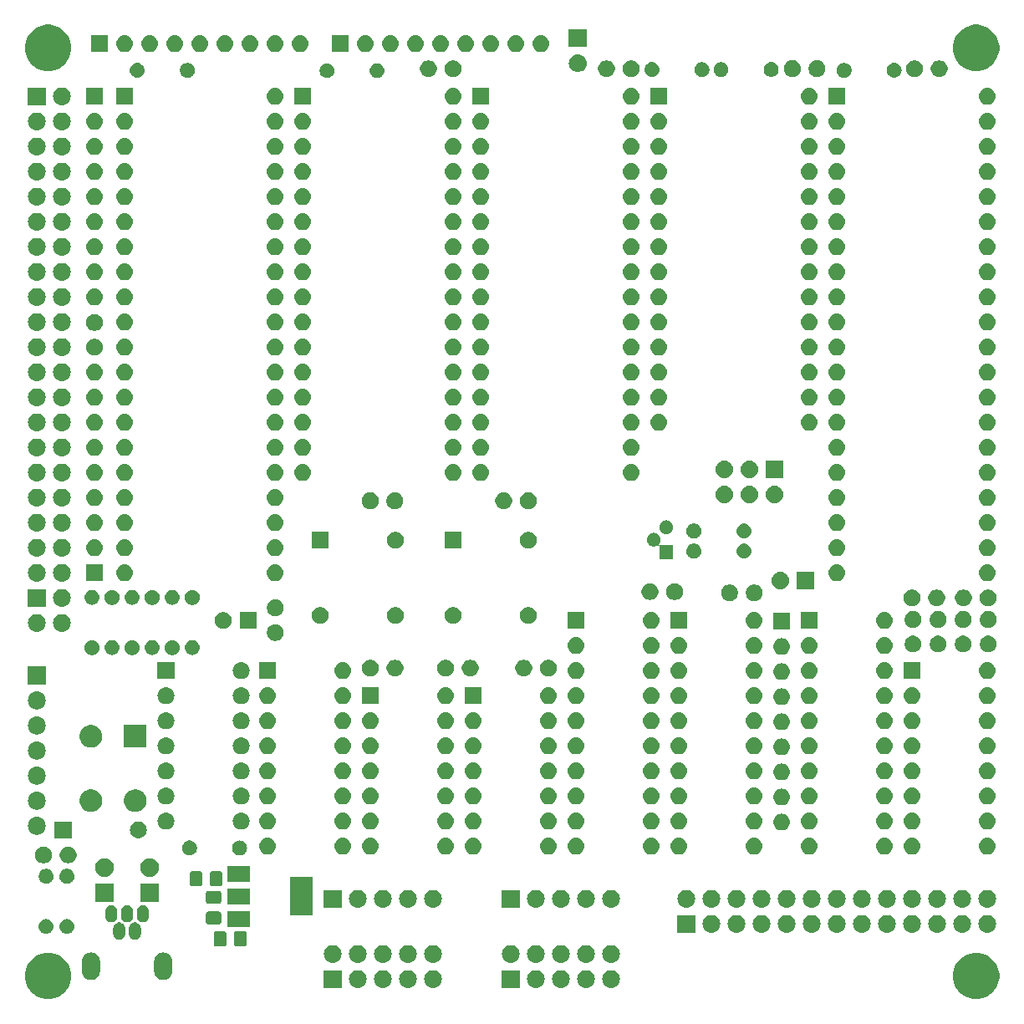
<source format=gbs>
G04 #@! TF.GenerationSoftware,KiCad,Pcbnew,(5.1.4)-1*
G04 #@! TF.CreationDate,2022-11-23T08:34:33+01:00*
G04 #@! TF.ProjectId,2063-Z80,32303633-2d5a-4383-902e-6b696361645f,4.3*
G04 #@! TF.SameCoordinates,Original*
G04 #@! TF.FileFunction,Soldermask,Bot*
G04 #@! TF.FilePolarity,Negative*
%FSLAX46Y46*%
G04 Gerber Fmt 4.6, Leading zero omitted, Abs format (unit mm)*
G04 Created by KiCad (PCBNEW (5.1.4)-1) date 2022-11-23 08:34:33*
%MOMM*%
%LPD*%
G04 APERTURE LIST*
%ADD10C,0.100000*%
G04 APERTURE END LIST*
D10*
G36*
X197685470Y-144740309D02*
G01*
X198113143Y-144917457D01*
X198498038Y-145174636D01*
X198825364Y-145501962D01*
X199082543Y-145886857D01*
X199259691Y-146314530D01*
X199350000Y-146768545D01*
X199350000Y-147231455D01*
X199259691Y-147685470D01*
X199082543Y-148113143D01*
X198825364Y-148498038D01*
X198498038Y-148825364D01*
X198113143Y-149082543D01*
X197685470Y-149259691D01*
X197231455Y-149350000D01*
X196768545Y-149350000D01*
X196314530Y-149259691D01*
X195886857Y-149082543D01*
X195501962Y-148825364D01*
X195174636Y-148498038D01*
X194917457Y-148113143D01*
X194740309Y-147685470D01*
X194650000Y-147231455D01*
X194650000Y-146768545D01*
X194740309Y-146314530D01*
X194917457Y-145886857D01*
X195174636Y-145501962D01*
X195501962Y-145174636D01*
X195886857Y-144917457D01*
X196314530Y-144740309D01*
X196768545Y-144650000D01*
X197231455Y-144650000D01*
X197685470Y-144740309D01*
X197685470Y-144740309D01*
G37*
G36*
X103685470Y-144740309D02*
G01*
X104113143Y-144917457D01*
X104498038Y-145174636D01*
X104825364Y-145501962D01*
X105082543Y-145886857D01*
X105259691Y-146314530D01*
X105350000Y-146768545D01*
X105350000Y-147231455D01*
X105259691Y-147685470D01*
X105082543Y-148113143D01*
X104825364Y-148498038D01*
X104498038Y-148825364D01*
X104113143Y-149082543D01*
X103685470Y-149259691D01*
X103231455Y-149350000D01*
X102768545Y-149350000D01*
X102314530Y-149259691D01*
X101886857Y-149082543D01*
X101501962Y-148825364D01*
X101174636Y-148498038D01*
X100917457Y-148113143D01*
X100740309Y-147685470D01*
X100650000Y-147231455D01*
X100650000Y-146768545D01*
X100740309Y-146314530D01*
X100917457Y-145886857D01*
X101174636Y-145501962D01*
X101501962Y-145174636D01*
X101886857Y-144917457D01*
X102314530Y-144740309D01*
X102768545Y-144650000D01*
X103231455Y-144650000D01*
X103685470Y-144740309D01*
X103685470Y-144740309D01*
G37*
G36*
X142162429Y-146433022D02*
G01*
X142332082Y-146484486D01*
X142488432Y-146568057D01*
X142625475Y-146680525D01*
X142737943Y-146817568D01*
X142821514Y-146973918D01*
X142872978Y-147143571D01*
X142890355Y-147320000D01*
X142872978Y-147496429D01*
X142821514Y-147666082D01*
X142737943Y-147822432D01*
X142625475Y-147959475D01*
X142488432Y-148071943D01*
X142332082Y-148155514D01*
X142162429Y-148206978D01*
X142030212Y-148220000D01*
X141941788Y-148220000D01*
X141809571Y-148206978D01*
X141639918Y-148155514D01*
X141483568Y-148071943D01*
X141346525Y-147959475D01*
X141234057Y-147822432D01*
X141150486Y-147666082D01*
X141099022Y-147496429D01*
X141081645Y-147320000D01*
X141099022Y-147143571D01*
X141150486Y-146973918D01*
X141234057Y-146817568D01*
X141346525Y-146680525D01*
X141483568Y-146568057D01*
X141639918Y-146484486D01*
X141809571Y-146433022D01*
X141941788Y-146420000D01*
X142030212Y-146420000D01*
X142162429Y-146433022D01*
X142162429Y-146433022D01*
G37*
G36*
X150760000Y-148220000D02*
G01*
X148960000Y-148220000D01*
X148960000Y-146420000D01*
X150760000Y-146420000D01*
X150760000Y-148220000D01*
X150760000Y-148220000D01*
G37*
G36*
X152576429Y-146433022D02*
G01*
X152746082Y-146484486D01*
X152902432Y-146568057D01*
X153039475Y-146680525D01*
X153151943Y-146817568D01*
X153235514Y-146973918D01*
X153286978Y-147143571D01*
X153304355Y-147320000D01*
X153286978Y-147496429D01*
X153235514Y-147666082D01*
X153151943Y-147822432D01*
X153039475Y-147959475D01*
X152902432Y-148071943D01*
X152746082Y-148155514D01*
X152576429Y-148206978D01*
X152444212Y-148220000D01*
X152355788Y-148220000D01*
X152223571Y-148206978D01*
X152053918Y-148155514D01*
X151897568Y-148071943D01*
X151760525Y-147959475D01*
X151648057Y-147822432D01*
X151564486Y-147666082D01*
X151513022Y-147496429D01*
X151495645Y-147320000D01*
X151513022Y-147143571D01*
X151564486Y-146973918D01*
X151648057Y-146817568D01*
X151760525Y-146680525D01*
X151897568Y-146568057D01*
X152053918Y-146484486D01*
X152223571Y-146433022D01*
X152355788Y-146420000D01*
X152444212Y-146420000D01*
X152576429Y-146433022D01*
X152576429Y-146433022D01*
G37*
G36*
X155116429Y-146433022D02*
G01*
X155286082Y-146484486D01*
X155442432Y-146568057D01*
X155579475Y-146680525D01*
X155691943Y-146817568D01*
X155775514Y-146973918D01*
X155826978Y-147143571D01*
X155844355Y-147320000D01*
X155826978Y-147496429D01*
X155775514Y-147666082D01*
X155691943Y-147822432D01*
X155579475Y-147959475D01*
X155442432Y-148071943D01*
X155286082Y-148155514D01*
X155116429Y-148206978D01*
X154984212Y-148220000D01*
X154895788Y-148220000D01*
X154763571Y-148206978D01*
X154593918Y-148155514D01*
X154437568Y-148071943D01*
X154300525Y-147959475D01*
X154188057Y-147822432D01*
X154104486Y-147666082D01*
X154053022Y-147496429D01*
X154035645Y-147320000D01*
X154053022Y-147143571D01*
X154104486Y-146973918D01*
X154188057Y-146817568D01*
X154300525Y-146680525D01*
X154437568Y-146568057D01*
X154593918Y-146484486D01*
X154763571Y-146433022D01*
X154895788Y-146420000D01*
X154984212Y-146420000D01*
X155116429Y-146433022D01*
X155116429Y-146433022D01*
G37*
G36*
X157656429Y-146433022D02*
G01*
X157826082Y-146484486D01*
X157982432Y-146568057D01*
X158119475Y-146680525D01*
X158231943Y-146817568D01*
X158315514Y-146973918D01*
X158366978Y-147143571D01*
X158384355Y-147320000D01*
X158366978Y-147496429D01*
X158315514Y-147666082D01*
X158231943Y-147822432D01*
X158119475Y-147959475D01*
X157982432Y-148071943D01*
X157826082Y-148155514D01*
X157656429Y-148206978D01*
X157524212Y-148220000D01*
X157435788Y-148220000D01*
X157303571Y-148206978D01*
X157133918Y-148155514D01*
X156977568Y-148071943D01*
X156840525Y-147959475D01*
X156728057Y-147822432D01*
X156644486Y-147666082D01*
X156593022Y-147496429D01*
X156575645Y-147320000D01*
X156593022Y-147143571D01*
X156644486Y-146973918D01*
X156728057Y-146817568D01*
X156840525Y-146680525D01*
X156977568Y-146568057D01*
X157133918Y-146484486D01*
X157303571Y-146433022D01*
X157435788Y-146420000D01*
X157524212Y-146420000D01*
X157656429Y-146433022D01*
X157656429Y-146433022D01*
G37*
G36*
X160196429Y-146433022D02*
G01*
X160366082Y-146484486D01*
X160522432Y-146568057D01*
X160659475Y-146680525D01*
X160771943Y-146817568D01*
X160855514Y-146973918D01*
X160906978Y-147143571D01*
X160924355Y-147320000D01*
X160906978Y-147496429D01*
X160855514Y-147666082D01*
X160771943Y-147822432D01*
X160659475Y-147959475D01*
X160522432Y-148071943D01*
X160366082Y-148155514D01*
X160196429Y-148206978D01*
X160064212Y-148220000D01*
X159975788Y-148220000D01*
X159843571Y-148206978D01*
X159673918Y-148155514D01*
X159517568Y-148071943D01*
X159380525Y-147959475D01*
X159268057Y-147822432D01*
X159184486Y-147666082D01*
X159133022Y-147496429D01*
X159115645Y-147320000D01*
X159133022Y-147143571D01*
X159184486Y-146973918D01*
X159268057Y-146817568D01*
X159380525Y-146680525D01*
X159517568Y-146568057D01*
X159673918Y-146484486D01*
X159843571Y-146433022D01*
X159975788Y-146420000D01*
X160064212Y-146420000D01*
X160196429Y-146433022D01*
X160196429Y-146433022D01*
G37*
G36*
X134542429Y-146433022D02*
G01*
X134712082Y-146484486D01*
X134868432Y-146568057D01*
X135005475Y-146680525D01*
X135117943Y-146817568D01*
X135201514Y-146973918D01*
X135252978Y-147143571D01*
X135270355Y-147320000D01*
X135252978Y-147496429D01*
X135201514Y-147666082D01*
X135117943Y-147822432D01*
X135005475Y-147959475D01*
X134868432Y-148071943D01*
X134712082Y-148155514D01*
X134542429Y-148206978D01*
X134410212Y-148220000D01*
X134321788Y-148220000D01*
X134189571Y-148206978D01*
X134019918Y-148155514D01*
X133863568Y-148071943D01*
X133726525Y-147959475D01*
X133614057Y-147822432D01*
X133530486Y-147666082D01*
X133479022Y-147496429D01*
X133461645Y-147320000D01*
X133479022Y-147143571D01*
X133530486Y-146973918D01*
X133614057Y-146817568D01*
X133726525Y-146680525D01*
X133863568Y-146568057D01*
X134019918Y-146484486D01*
X134189571Y-146433022D01*
X134321788Y-146420000D01*
X134410212Y-146420000D01*
X134542429Y-146433022D01*
X134542429Y-146433022D01*
G37*
G36*
X137082429Y-146433022D02*
G01*
X137252082Y-146484486D01*
X137408432Y-146568057D01*
X137545475Y-146680525D01*
X137657943Y-146817568D01*
X137741514Y-146973918D01*
X137792978Y-147143571D01*
X137810355Y-147320000D01*
X137792978Y-147496429D01*
X137741514Y-147666082D01*
X137657943Y-147822432D01*
X137545475Y-147959475D01*
X137408432Y-148071943D01*
X137252082Y-148155514D01*
X137082429Y-148206978D01*
X136950212Y-148220000D01*
X136861788Y-148220000D01*
X136729571Y-148206978D01*
X136559918Y-148155514D01*
X136403568Y-148071943D01*
X136266525Y-147959475D01*
X136154057Y-147822432D01*
X136070486Y-147666082D01*
X136019022Y-147496429D01*
X136001645Y-147320000D01*
X136019022Y-147143571D01*
X136070486Y-146973918D01*
X136154057Y-146817568D01*
X136266525Y-146680525D01*
X136403568Y-146568057D01*
X136559918Y-146484486D01*
X136729571Y-146433022D01*
X136861788Y-146420000D01*
X136950212Y-146420000D01*
X137082429Y-146433022D01*
X137082429Y-146433022D01*
G37*
G36*
X139622429Y-146433022D02*
G01*
X139792082Y-146484486D01*
X139948432Y-146568057D01*
X140085475Y-146680525D01*
X140197943Y-146817568D01*
X140281514Y-146973918D01*
X140332978Y-147143571D01*
X140350355Y-147320000D01*
X140332978Y-147496429D01*
X140281514Y-147666082D01*
X140197943Y-147822432D01*
X140085475Y-147959475D01*
X139948432Y-148071943D01*
X139792082Y-148155514D01*
X139622429Y-148206978D01*
X139490212Y-148220000D01*
X139401788Y-148220000D01*
X139269571Y-148206978D01*
X139099918Y-148155514D01*
X138943568Y-148071943D01*
X138806525Y-147959475D01*
X138694057Y-147822432D01*
X138610486Y-147666082D01*
X138559022Y-147496429D01*
X138541645Y-147320000D01*
X138559022Y-147143571D01*
X138610486Y-146973918D01*
X138694057Y-146817568D01*
X138806525Y-146680525D01*
X138943568Y-146568057D01*
X139099918Y-146484486D01*
X139269571Y-146433022D01*
X139401788Y-146420000D01*
X139490212Y-146420000D01*
X139622429Y-146433022D01*
X139622429Y-146433022D01*
G37*
G36*
X132726000Y-148220000D02*
G01*
X130926000Y-148220000D01*
X130926000Y-146420000D01*
X132726000Y-146420000D01*
X132726000Y-148220000D01*
X132726000Y-148220000D01*
G37*
G36*
X114824428Y-144633022D02*
G01*
X114994081Y-144684486D01*
X115150432Y-144768057D01*
X115287475Y-144880525D01*
X115399943Y-145017568D01*
X115483514Y-145173918D01*
X115534978Y-145343571D01*
X115548000Y-145475788D01*
X115548000Y-146564212D01*
X115534978Y-146696429D01*
X115483514Y-146866082D01*
X115399943Y-147022432D01*
X115287475Y-147159475D01*
X115150432Y-147271943D01*
X114994082Y-147355514D01*
X114824429Y-147406978D01*
X114648000Y-147424355D01*
X114471572Y-147406978D01*
X114301919Y-147355514D01*
X114145569Y-147271943D01*
X114008526Y-147159475D01*
X113896058Y-147022432D01*
X113812487Y-146866082D01*
X113761023Y-146696429D01*
X113748001Y-146564212D01*
X113748000Y-145475789D01*
X113761022Y-145343572D01*
X113812486Y-145173919D01*
X113896057Y-145017568D01*
X114008525Y-144880525D01*
X114145568Y-144768057D01*
X114301918Y-144684486D01*
X114471571Y-144633022D01*
X114648000Y-144615645D01*
X114824428Y-144633022D01*
X114824428Y-144633022D01*
G37*
G36*
X107524428Y-144633022D02*
G01*
X107694081Y-144684486D01*
X107850432Y-144768057D01*
X107987475Y-144880525D01*
X108099943Y-145017568D01*
X108183514Y-145173918D01*
X108234978Y-145343571D01*
X108248000Y-145475788D01*
X108248000Y-146564212D01*
X108234978Y-146696429D01*
X108183514Y-146866082D01*
X108099943Y-147022432D01*
X107987475Y-147159475D01*
X107850432Y-147271943D01*
X107694082Y-147355514D01*
X107524429Y-147406978D01*
X107348000Y-147424355D01*
X107171572Y-147406978D01*
X107001919Y-147355514D01*
X106845569Y-147271943D01*
X106708526Y-147159475D01*
X106596058Y-147022432D01*
X106512487Y-146866082D01*
X106461023Y-146696429D01*
X106448001Y-146564212D01*
X106448000Y-145475789D01*
X106461022Y-145343572D01*
X106512486Y-145173919D01*
X106596057Y-145017568D01*
X106708525Y-144880525D01*
X106845568Y-144768057D01*
X107001918Y-144684486D01*
X107171571Y-144633022D01*
X107348000Y-144615645D01*
X107524428Y-144633022D01*
X107524428Y-144633022D01*
G37*
G36*
X134542429Y-143893022D02*
G01*
X134712082Y-143944486D01*
X134868432Y-144028057D01*
X135005475Y-144140525D01*
X135117943Y-144277568D01*
X135201514Y-144433918D01*
X135252978Y-144603571D01*
X135270355Y-144780000D01*
X135252978Y-144956429D01*
X135201514Y-145126082D01*
X135117943Y-145282432D01*
X135005475Y-145419475D01*
X134868432Y-145531943D01*
X134712082Y-145615514D01*
X134542429Y-145666978D01*
X134410212Y-145680000D01*
X134321788Y-145680000D01*
X134189571Y-145666978D01*
X134019918Y-145615514D01*
X133863568Y-145531943D01*
X133726525Y-145419475D01*
X133614057Y-145282432D01*
X133530486Y-145126082D01*
X133479022Y-144956429D01*
X133461645Y-144780000D01*
X133479022Y-144603571D01*
X133530486Y-144433918D01*
X133614057Y-144277568D01*
X133726525Y-144140525D01*
X133863568Y-144028057D01*
X134019918Y-143944486D01*
X134189571Y-143893022D01*
X134321788Y-143880000D01*
X134410212Y-143880000D01*
X134542429Y-143893022D01*
X134542429Y-143893022D01*
G37*
G36*
X137082429Y-143893022D02*
G01*
X137252082Y-143944486D01*
X137408432Y-144028057D01*
X137545475Y-144140525D01*
X137657943Y-144277568D01*
X137741514Y-144433918D01*
X137792978Y-144603571D01*
X137810355Y-144780000D01*
X137792978Y-144956429D01*
X137741514Y-145126082D01*
X137657943Y-145282432D01*
X137545475Y-145419475D01*
X137408432Y-145531943D01*
X137252082Y-145615514D01*
X137082429Y-145666978D01*
X136950212Y-145680000D01*
X136861788Y-145680000D01*
X136729571Y-145666978D01*
X136559918Y-145615514D01*
X136403568Y-145531943D01*
X136266525Y-145419475D01*
X136154057Y-145282432D01*
X136070486Y-145126082D01*
X136019022Y-144956429D01*
X136001645Y-144780000D01*
X136019022Y-144603571D01*
X136070486Y-144433918D01*
X136154057Y-144277568D01*
X136266525Y-144140525D01*
X136403568Y-144028057D01*
X136559918Y-143944486D01*
X136729571Y-143893022D01*
X136861788Y-143880000D01*
X136950212Y-143880000D01*
X137082429Y-143893022D01*
X137082429Y-143893022D01*
G37*
G36*
X142162429Y-143893022D02*
G01*
X142332082Y-143944486D01*
X142488432Y-144028057D01*
X142625475Y-144140525D01*
X142737943Y-144277568D01*
X142821514Y-144433918D01*
X142872978Y-144603571D01*
X142890355Y-144780000D01*
X142872978Y-144956429D01*
X142821514Y-145126082D01*
X142737943Y-145282432D01*
X142625475Y-145419475D01*
X142488432Y-145531943D01*
X142332082Y-145615514D01*
X142162429Y-145666978D01*
X142030212Y-145680000D01*
X141941788Y-145680000D01*
X141809571Y-145666978D01*
X141639918Y-145615514D01*
X141483568Y-145531943D01*
X141346525Y-145419475D01*
X141234057Y-145282432D01*
X141150486Y-145126082D01*
X141099022Y-144956429D01*
X141081645Y-144780000D01*
X141099022Y-144603571D01*
X141150486Y-144433918D01*
X141234057Y-144277568D01*
X141346525Y-144140525D01*
X141483568Y-144028057D01*
X141639918Y-143944486D01*
X141809571Y-143893022D01*
X141941788Y-143880000D01*
X142030212Y-143880000D01*
X142162429Y-143893022D01*
X142162429Y-143893022D01*
G37*
G36*
X132002429Y-143893022D02*
G01*
X132172082Y-143944486D01*
X132328432Y-144028057D01*
X132465475Y-144140525D01*
X132577943Y-144277568D01*
X132661514Y-144433918D01*
X132712978Y-144603571D01*
X132730355Y-144780000D01*
X132712978Y-144956429D01*
X132661514Y-145126082D01*
X132577943Y-145282432D01*
X132465475Y-145419475D01*
X132328432Y-145531943D01*
X132172082Y-145615514D01*
X132002429Y-145666978D01*
X131870212Y-145680000D01*
X131781788Y-145680000D01*
X131649571Y-145666978D01*
X131479918Y-145615514D01*
X131323568Y-145531943D01*
X131186525Y-145419475D01*
X131074057Y-145282432D01*
X130990486Y-145126082D01*
X130939022Y-144956429D01*
X130921645Y-144780000D01*
X130939022Y-144603571D01*
X130990486Y-144433918D01*
X131074057Y-144277568D01*
X131186525Y-144140525D01*
X131323568Y-144028057D01*
X131479918Y-143944486D01*
X131649571Y-143893022D01*
X131781788Y-143880000D01*
X131870212Y-143880000D01*
X132002429Y-143893022D01*
X132002429Y-143893022D01*
G37*
G36*
X160196429Y-143893022D02*
G01*
X160366082Y-143944486D01*
X160522432Y-144028057D01*
X160659475Y-144140525D01*
X160771943Y-144277568D01*
X160855514Y-144433918D01*
X160906978Y-144603571D01*
X160924355Y-144780000D01*
X160906978Y-144956429D01*
X160855514Y-145126082D01*
X160771943Y-145282432D01*
X160659475Y-145419475D01*
X160522432Y-145531943D01*
X160366082Y-145615514D01*
X160196429Y-145666978D01*
X160064212Y-145680000D01*
X159975788Y-145680000D01*
X159843571Y-145666978D01*
X159673918Y-145615514D01*
X159517568Y-145531943D01*
X159380525Y-145419475D01*
X159268057Y-145282432D01*
X159184486Y-145126082D01*
X159133022Y-144956429D01*
X159115645Y-144780000D01*
X159133022Y-144603571D01*
X159184486Y-144433918D01*
X159268057Y-144277568D01*
X159380525Y-144140525D01*
X159517568Y-144028057D01*
X159673918Y-143944486D01*
X159843571Y-143893022D01*
X159975788Y-143880000D01*
X160064212Y-143880000D01*
X160196429Y-143893022D01*
X160196429Y-143893022D01*
G37*
G36*
X155116429Y-143893022D02*
G01*
X155286082Y-143944486D01*
X155442432Y-144028057D01*
X155579475Y-144140525D01*
X155691943Y-144277568D01*
X155775514Y-144433918D01*
X155826978Y-144603571D01*
X155844355Y-144780000D01*
X155826978Y-144956429D01*
X155775514Y-145126082D01*
X155691943Y-145282432D01*
X155579475Y-145419475D01*
X155442432Y-145531943D01*
X155286082Y-145615514D01*
X155116429Y-145666978D01*
X154984212Y-145680000D01*
X154895788Y-145680000D01*
X154763571Y-145666978D01*
X154593918Y-145615514D01*
X154437568Y-145531943D01*
X154300525Y-145419475D01*
X154188057Y-145282432D01*
X154104486Y-145126082D01*
X154053022Y-144956429D01*
X154035645Y-144780000D01*
X154053022Y-144603571D01*
X154104486Y-144433918D01*
X154188057Y-144277568D01*
X154300525Y-144140525D01*
X154437568Y-144028057D01*
X154593918Y-143944486D01*
X154763571Y-143893022D01*
X154895788Y-143880000D01*
X154984212Y-143880000D01*
X155116429Y-143893022D01*
X155116429Y-143893022D01*
G37*
G36*
X152576429Y-143893022D02*
G01*
X152746082Y-143944486D01*
X152902432Y-144028057D01*
X153039475Y-144140525D01*
X153151943Y-144277568D01*
X153235514Y-144433918D01*
X153286978Y-144603571D01*
X153304355Y-144780000D01*
X153286978Y-144956429D01*
X153235514Y-145126082D01*
X153151943Y-145282432D01*
X153039475Y-145419475D01*
X152902432Y-145531943D01*
X152746082Y-145615514D01*
X152576429Y-145666978D01*
X152444212Y-145680000D01*
X152355788Y-145680000D01*
X152223571Y-145666978D01*
X152053918Y-145615514D01*
X151897568Y-145531943D01*
X151760525Y-145419475D01*
X151648057Y-145282432D01*
X151564486Y-145126082D01*
X151513022Y-144956429D01*
X151495645Y-144780000D01*
X151513022Y-144603571D01*
X151564486Y-144433918D01*
X151648057Y-144277568D01*
X151760525Y-144140525D01*
X151897568Y-144028057D01*
X152053918Y-143944486D01*
X152223571Y-143893022D01*
X152355788Y-143880000D01*
X152444212Y-143880000D01*
X152576429Y-143893022D01*
X152576429Y-143893022D01*
G37*
G36*
X150036429Y-143893022D02*
G01*
X150206082Y-143944486D01*
X150362432Y-144028057D01*
X150499475Y-144140525D01*
X150611943Y-144277568D01*
X150695514Y-144433918D01*
X150746978Y-144603571D01*
X150764355Y-144780000D01*
X150746978Y-144956429D01*
X150695514Y-145126082D01*
X150611943Y-145282432D01*
X150499475Y-145419475D01*
X150362432Y-145531943D01*
X150206082Y-145615514D01*
X150036429Y-145666978D01*
X149904212Y-145680000D01*
X149815788Y-145680000D01*
X149683571Y-145666978D01*
X149513918Y-145615514D01*
X149357568Y-145531943D01*
X149220525Y-145419475D01*
X149108057Y-145282432D01*
X149024486Y-145126082D01*
X148973022Y-144956429D01*
X148955645Y-144780000D01*
X148973022Y-144603571D01*
X149024486Y-144433918D01*
X149108057Y-144277568D01*
X149220525Y-144140525D01*
X149357568Y-144028057D01*
X149513918Y-143944486D01*
X149683571Y-143893022D01*
X149815788Y-143880000D01*
X149904212Y-143880000D01*
X150036429Y-143893022D01*
X150036429Y-143893022D01*
G37*
G36*
X139622429Y-143893022D02*
G01*
X139792082Y-143944486D01*
X139948432Y-144028057D01*
X140085475Y-144140525D01*
X140197943Y-144277568D01*
X140281514Y-144433918D01*
X140332978Y-144603571D01*
X140350355Y-144780000D01*
X140332978Y-144956429D01*
X140281514Y-145126082D01*
X140197943Y-145282432D01*
X140085475Y-145419475D01*
X139948432Y-145531943D01*
X139792082Y-145615514D01*
X139622429Y-145666978D01*
X139490212Y-145680000D01*
X139401788Y-145680000D01*
X139269571Y-145666978D01*
X139099918Y-145615514D01*
X138943568Y-145531943D01*
X138806525Y-145419475D01*
X138694057Y-145282432D01*
X138610486Y-145126082D01*
X138559022Y-144956429D01*
X138541645Y-144780000D01*
X138559022Y-144603571D01*
X138610486Y-144433918D01*
X138694057Y-144277568D01*
X138806525Y-144140525D01*
X138943568Y-144028057D01*
X139099918Y-143944486D01*
X139269571Y-143893022D01*
X139401788Y-143880000D01*
X139490212Y-143880000D01*
X139622429Y-143893022D01*
X139622429Y-143893022D01*
G37*
G36*
X157656429Y-143893022D02*
G01*
X157826082Y-143944486D01*
X157982432Y-144028057D01*
X158119475Y-144140525D01*
X158231943Y-144277568D01*
X158315514Y-144433918D01*
X158366978Y-144603571D01*
X158384355Y-144780000D01*
X158366978Y-144956429D01*
X158315514Y-145126082D01*
X158231943Y-145282432D01*
X158119475Y-145419475D01*
X157982432Y-145531943D01*
X157826082Y-145615514D01*
X157656429Y-145666978D01*
X157524212Y-145680000D01*
X157435788Y-145680000D01*
X157303571Y-145666978D01*
X157133918Y-145615514D01*
X156977568Y-145531943D01*
X156840525Y-145419475D01*
X156728057Y-145282432D01*
X156644486Y-145126082D01*
X156593022Y-144956429D01*
X156575645Y-144780000D01*
X156593022Y-144603571D01*
X156644486Y-144433918D01*
X156728057Y-144277568D01*
X156840525Y-144140525D01*
X156977568Y-144028057D01*
X157133918Y-143944486D01*
X157303571Y-143893022D01*
X157435788Y-143880000D01*
X157524212Y-143880000D01*
X157656429Y-143893022D01*
X157656429Y-143893022D01*
G37*
G36*
X122940188Y-142460182D02*
G01*
X122980216Y-142472325D01*
X123017097Y-142492038D01*
X123049429Y-142518571D01*
X123075962Y-142550903D01*
X123095675Y-142587784D01*
X123107818Y-142627812D01*
X123112400Y-142674337D01*
X123112400Y-143786863D01*
X123107818Y-143833388D01*
X123095675Y-143873416D01*
X123075962Y-143910297D01*
X123049429Y-143942629D01*
X123017097Y-143969162D01*
X122980216Y-143988875D01*
X122940188Y-144001018D01*
X122893663Y-144005600D01*
X122056137Y-144005600D01*
X122009612Y-144001018D01*
X121969584Y-143988875D01*
X121932703Y-143969162D01*
X121900371Y-143942629D01*
X121873838Y-143910297D01*
X121854125Y-143873416D01*
X121841982Y-143833388D01*
X121837400Y-143786863D01*
X121837400Y-142674337D01*
X121841982Y-142627812D01*
X121854125Y-142587784D01*
X121873838Y-142550903D01*
X121900371Y-142518571D01*
X121932703Y-142492038D01*
X121969584Y-142472325D01*
X122009612Y-142460182D01*
X122056137Y-142455600D01*
X122893663Y-142455600D01*
X122940188Y-142460182D01*
X122940188Y-142460182D01*
G37*
G36*
X120865188Y-142460182D02*
G01*
X120905216Y-142472325D01*
X120942097Y-142492038D01*
X120974429Y-142518571D01*
X121000962Y-142550903D01*
X121020675Y-142587784D01*
X121032818Y-142627812D01*
X121037400Y-142674337D01*
X121037400Y-143786863D01*
X121032818Y-143833388D01*
X121020675Y-143873416D01*
X121000962Y-143910297D01*
X120974429Y-143942629D01*
X120942097Y-143969162D01*
X120905216Y-143988875D01*
X120865188Y-144001018D01*
X120818663Y-144005600D01*
X119981137Y-144005600D01*
X119934612Y-144001018D01*
X119894584Y-143988875D01*
X119857703Y-143969162D01*
X119825371Y-143942629D01*
X119798838Y-143910297D01*
X119779125Y-143873416D01*
X119766982Y-143833388D01*
X119762400Y-143786863D01*
X119762400Y-142674337D01*
X119766982Y-142627812D01*
X119779125Y-142587784D01*
X119798838Y-142550903D01*
X119825371Y-142518571D01*
X119857703Y-142492038D01*
X119894584Y-142472325D01*
X119934612Y-142460182D01*
X119981137Y-142455600D01*
X120818663Y-142455600D01*
X120865188Y-142460182D01*
X120865188Y-142460182D01*
G37*
G36*
X111843552Y-141571584D02*
G01*
X111915618Y-141578681D01*
X111948108Y-141588537D01*
X112028720Y-141612990D01*
X112132954Y-141668704D01*
X112224317Y-141743683D01*
X112299296Y-141835045D01*
X112355010Y-141939279D01*
X112389318Y-142052379D01*
X112398000Y-142140526D01*
X112398000Y-142749474D01*
X112389318Y-142837621D01*
X112355010Y-142950721D01*
X112299296Y-143054955D01*
X112224317Y-143146317D01*
X112132955Y-143221296D01*
X112028721Y-143277010D01*
X111915621Y-143311318D01*
X111798000Y-143322903D01*
X111752448Y-143318416D01*
X111680382Y-143311319D01*
X111639569Y-143298938D01*
X111567280Y-143277010D01*
X111463046Y-143221296D01*
X111371684Y-143146317D01*
X111296705Y-143054955D01*
X111240990Y-142950721D01*
X111206682Y-142837621D01*
X111198000Y-142749474D01*
X111198000Y-142140527D01*
X111206682Y-142052380D01*
X111240990Y-141939280D01*
X111296704Y-141835046D01*
X111371683Y-141743683D01*
X111463045Y-141668704D01*
X111567279Y-141612990D01*
X111680379Y-141578682D01*
X111798000Y-141567097D01*
X111843552Y-141571584D01*
X111843552Y-141571584D01*
G37*
G36*
X110243552Y-141571584D02*
G01*
X110315618Y-141578681D01*
X110348108Y-141588537D01*
X110428720Y-141612990D01*
X110532954Y-141668704D01*
X110624317Y-141743683D01*
X110699296Y-141835045D01*
X110755010Y-141939279D01*
X110789318Y-142052379D01*
X110798000Y-142140526D01*
X110798000Y-142749474D01*
X110789318Y-142837621D01*
X110755010Y-142950721D01*
X110699296Y-143054955D01*
X110624317Y-143146317D01*
X110532955Y-143221296D01*
X110428721Y-143277010D01*
X110315621Y-143311318D01*
X110198000Y-143322903D01*
X110152448Y-143318416D01*
X110080382Y-143311319D01*
X110039569Y-143298938D01*
X109967280Y-143277010D01*
X109863046Y-143221296D01*
X109771684Y-143146317D01*
X109696705Y-143054955D01*
X109640990Y-142950721D01*
X109606682Y-142837621D01*
X109598000Y-142749474D01*
X109598000Y-142140527D01*
X109606682Y-142052380D01*
X109640990Y-141939280D01*
X109696704Y-141835046D01*
X109771683Y-141743683D01*
X109863045Y-141668704D01*
X109967279Y-141612990D01*
X110080379Y-141578682D01*
X110198000Y-141567097D01*
X110243552Y-141571584D01*
X110243552Y-141571584D01*
G37*
G36*
X102940824Y-141246852D02*
G01*
X103082202Y-141289738D01*
X103212495Y-141359382D01*
X103326696Y-141453104D01*
X103420418Y-141567305D01*
X103490062Y-141697598D01*
X103532948Y-141838976D01*
X103547429Y-141986000D01*
X103532948Y-142133024D01*
X103490062Y-142274402D01*
X103420418Y-142404695D01*
X103326696Y-142518896D01*
X103212495Y-142612618D01*
X103082202Y-142682262D01*
X102940824Y-142725148D01*
X102830641Y-142736000D01*
X102756959Y-142736000D01*
X102646776Y-142725148D01*
X102505398Y-142682262D01*
X102375105Y-142612618D01*
X102260904Y-142518896D01*
X102167182Y-142404695D01*
X102097538Y-142274402D01*
X102054652Y-142133024D01*
X102040171Y-141986000D01*
X102054652Y-141838976D01*
X102097538Y-141697598D01*
X102167182Y-141567305D01*
X102260904Y-141453104D01*
X102375105Y-141359382D01*
X102505398Y-141289738D01*
X102646776Y-141246852D01*
X102756959Y-141236000D01*
X102830641Y-141236000D01*
X102940824Y-141246852D01*
X102940824Y-141246852D01*
G37*
G36*
X105049024Y-141246852D02*
G01*
X105190402Y-141289738D01*
X105320695Y-141359382D01*
X105434896Y-141453104D01*
X105528618Y-141567305D01*
X105598262Y-141697598D01*
X105641148Y-141838976D01*
X105655629Y-141986000D01*
X105641148Y-142133024D01*
X105598262Y-142274402D01*
X105528618Y-142404695D01*
X105434896Y-142518896D01*
X105320695Y-142612618D01*
X105190402Y-142682262D01*
X105049024Y-142725148D01*
X104938841Y-142736000D01*
X104865159Y-142736000D01*
X104754976Y-142725148D01*
X104613598Y-142682262D01*
X104483305Y-142612618D01*
X104369104Y-142518896D01*
X104275382Y-142404695D01*
X104205738Y-142274402D01*
X104162852Y-142133024D01*
X104148371Y-141986000D01*
X104162852Y-141838976D01*
X104205738Y-141697598D01*
X104275382Y-141567305D01*
X104369104Y-141453104D01*
X104483305Y-141359382D01*
X104613598Y-141289738D01*
X104754976Y-141246852D01*
X104865159Y-141236000D01*
X104938841Y-141236000D01*
X105049024Y-141246852D01*
X105049024Y-141246852D01*
G37*
G36*
X170356429Y-140845022D02*
G01*
X170526082Y-140896486D01*
X170682432Y-140980057D01*
X170819475Y-141092525D01*
X170931943Y-141229568D01*
X171015514Y-141385918D01*
X171066978Y-141555571D01*
X171084355Y-141732000D01*
X171066978Y-141908429D01*
X171015514Y-142078082D01*
X170931943Y-142234432D01*
X170819475Y-142371475D01*
X170682432Y-142483943D01*
X170526082Y-142567514D01*
X170356429Y-142618978D01*
X170224212Y-142632000D01*
X170135788Y-142632000D01*
X170003571Y-142618978D01*
X169833918Y-142567514D01*
X169677568Y-142483943D01*
X169540525Y-142371475D01*
X169428057Y-142234432D01*
X169344486Y-142078082D01*
X169293022Y-141908429D01*
X169275645Y-141732000D01*
X169293022Y-141555571D01*
X169344486Y-141385918D01*
X169428057Y-141229568D01*
X169540525Y-141092525D01*
X169677568Y-140980057D01*
X169833918Y-140896486D01*
X170003571Y-140845022D01*
X170135788Y-140832000D01*
X170224212Y-140832000D01*
X170356429Y-140845022D01*
X170356429Y-140845022D01*
G37*
G36*
X168540000Y-142632000D02*
G01*
X166740000Y-142632000D01*
X166740000Y-140832000D01*
X168540000Y-140832000D01*
X168540000Y-142632000D01*
X168540000Y-142632000D01*
G37*
G36*
X175436429Y-140845022D02*
G01*
X175606082Y-140896486D01*
X175762432Y-140980057D01*
X175899475Y-141092525D01*
X176011943Y-141229568D01*
X176095514Y-141385918D01*
X176146978Y-141555571D01*
X176164355Y-141732000D01*
X176146978Y-141908429D01*
X176095514Y-142078082D01*
X176011943Y-142234432D01*
X175899475Y-142371475D01*
X175762432Y-142483943D01*
X175606082Y-142567514D01*
X175436429Y-142618978D01*
X175304212Y-142632000D01*
X175215788Y-142632000D01*
X175083571Y-142618978D01*
X174913918Y-142567514D01*
X174757568Y-142483943D01*
X174620525Y-142371475D01*
X174508057Y-142234432D01*
X174424486Y-142078082D01*
X174373022Y-141908429D01*
X174355645Y-141732000D01*
X174373022Y-141555571D01*
X174424486Y-141385918D01*
X174508057Y-141229568D01*
X174620525Y-141092525D01*
X174757568Y-140980057D01*
X174913918Y-140896486D01*
X175083571Y-140845022D01*
X175215788Y-140832000D01*
X175304212Y-140832000D01*
X175436429Y-140845022D01*
X175436429Y-140845022D01*
G37*
G36*
X177976429Y-140845022D02*
G01*
X178146082Y-140896486D01*
X178302432Y-140980057D01*
X178439475Y-141092525D01*
X178551943Y-141229568D01*
X178635514Y-141385918D01*
X178686978Y-141555571D01*
X178704355Y-141732000D01*
X178686978Y-141908429D01*
X178635514Y-142078082D01*
X178551943Y-142234432D01*
X178439475Y-142371475D01*
X178302432Y-142483943D01*
X178146082Y-142567514D01*
X177976429Y-142618978D01*
X177844212Y-142632000D01*
X177755788Y-142632000D01*
X177623571Y-142618978D01*
X177453918Y-142567514D01*
X177297568Y-142483943D01*
X177160525Y-142371475D01*
X177048057Y-142234432D01*
X176964486Y-142078082D01*
X176913022Y-141908429D01*
X176895645Y-141732000D01*
X176913022Y-141555571D01*
X176964486Y-141385918D01*
X177048057Y-141229568D01*
X177160525Y-141092525D01*
X177297568Y-140980057D01*
X177453918Y-140896486D01*
X177623571Y-140845022D01*
X177755788Y-140832000D01*
X177844212Y-140832000D01*
X177976429Y-140845022D01*
X177976429Y-140845022D01*
G37*
G36*
X180516429Y-140845022D02*
G01*
X180686082Y-140896486D01*
X180842432Y-140980057D01*
X180979475Y-141092525D01*
X181091943Y-141229568D01*
X181175514Y-141385918D01*
X181226978Y-141555571D01*
X181244355Y-141732000D01*
X181226978Y-141908429D01*
X181175514Y-142078082D01*
X181091943Y-142234432D01*
X180979475Y-142371475D01*
X180842432Y-142483943D01*
X180686082Y-142567514D01*
X180516429Y-142618978D01*
X180384212Y-142632000D01*
X180295788Y-142632000D01*
X180163571Y-142618978D01*
X179993918Y-142567514D01*
X179837568Y-142483943D01*
X179700525Y-142371475D01*
X179588057Y-142234432D01*
X179504486Y-142078082D01*
X179453022Y-141908429D01*
X179435645Y-141732000D01*
X179453022Y-141555571D01*
X179504486Y-141385918D01*
X179588057Y-141229568D01*
X179700525Y-141092525D01*
X179837568Y-140980057D01*
X179993918Y-140896486D01*
X180163571Y-140845022D01*
X180295788Y-140832000D01*
X180384212Y-140832000D01*
X180516429Y-140845022D01*
X180516429Y-140845022D01*
G37*
G36*
X183056429Y-140845022D02*
G01*
X183226082Y-140896486D01*
X183382432Y-140980057D01*
X183519475Y-141092525D01*
X183631943Y-141229568D01*
X183715514Y-141385918D01*
X183766978Y-141555571D01*
X183784355Y-141732000D01*
X183766978Y-141908429D01*
X183715514Y-142078082D01*
X183631943Y-142234432D01*
X183519475Y-142371475D01*
X183382432Y-142483943D01*
X183226082Y-142567514D01*
X183056429Y-142618978D01*
X182924212Y-142632000D01*
X182835788Y-142632000D01*
X182703571Y-142618978D01*
X182533918Y-142567514D01*
X182377568Y-142483943D01*
X182240525Y-142371475D01*
X182128057Y-142234432D01*
X182044486Y-142078082D01*
X181993022Y-141908429D01*
X181975645Y-141732000D01*
X181993022Y-141555571D01*
X182044486Y-141385918D01*
X182128057Y-141229568D01*
X182240525Y-141092525D01*
X182377568Y-140980057D01*
X182533918Y-140896486D01*
X182703571Y-140845022D01*
X182835788Y-140832000D01*
X182924212Y-140832000D01*
X183056429Y-140845022D01*
X183056429Y-140845022D01*
G37*
G36*
X188136429Y-140845022D02*
G01*
X188306082Y-140896486D01*
X188462432Y-140980057D01*
X188599475Y-141092525D01*
X188711943Y-141229568D01*
X188795514Y-141385918D01*
X188846978Y-141555571D01*
X188864355Y-141732000D01*
X188846978Y-141908429D01*
X188795514Y-142078082D01*
X188711943Y-142234432D01*
X188599475Y-142371475D01*
X188462432Y-142483943D01*
X188306082Y-142567514D01*
X188136429Y-142618978D01*
X188004212Y-142632000D01*
X187915788Y-142632000D01*
X187783571Y-142618978D01*
X187613918Y-142567514D01*
X187457568Y-142483943D01*
X187320525Y-142371475D01*
X187208057Y-142234432D01*
X187124486Y-142078082D01*
X187073022Y-141908429D01*
X187055645Y-141732000D01*
X187073022Y-141555571D01*
X187124486Y-141385918D01*
X187208057Y-141229568D01*
X187320525Y-141092525D01*
X187457568Y-140980057D01*
X187613918Y-140896486D01*
X187783571Y-140845022D01*
X187915788Y-140832000D01*
X188004212Y-140832000D01*
X188136429Y-140845022D01*
X188136429Y-140845022D01*
G37*
G36*
X190676429Y-140845022D02*
G01*
X190846082Y-140896486D01*
X191002432Y-140980057D01*
X191139475Y-141092525D01*
X191251943Y-141229568D01*
X191335514Y-141385918D01*
X191386978Y-141555571D01*
X191404355Y-141732000D01*
X191386978Y-141908429D01*
X191335514Y-142078082D01*
X191251943Y-142234432D01*
X191139475Y-142371475D01*
X191002432Y-142483943D01*
X190846082Y-142567514D01*
X190676429Y-142618978D01*
X190544212Y-142632000D01*
X190455788Y-142632000D01*
X190323571Y-142618978D01*
X190153918Y-142567514D01*
X189997568Y-142483943D01*
X189860525Y-142371475D01*
X189748057Y-142234432D01*
X189664486Y-142078082D01*
X189613022Y-141908429D01*
X189595645Y-141732000D01*
X189613022Y-141555571D01*
X189664486Y-141385918D01*
X189748057Y-141229568D01*
X189860525Y-141092525D01*
X189997568Y-140980057D01*
X190153918Y-140896486D01*
X190323571Y-140845022D01*
X190455788Y-140832000D01*
X190544212Y-140832000D01*
X190676429Y-140845022D01*
X190676429Y-140845022D01*
G37*
G36*
X193216429Y-140845022D02*
G01*
X193386082Y-140896486D01*
X193542432Y-140980057D01*
X193679475Y-141092525D01*
X193791943Y-141229568D01*
X193875514Y-141385918D01*
X193926978Y-141555571D01*
X193944355Y-141732000D01*
X193926978Y-141908429D01*
X193875514Y-142078082D01*
X193791943Y-142234432D01*
X193679475Y-142371475D01*
X193542432Y-142483943D01*
X193386082Y-142567514D01*
X193216429Y-142618978D01*
X193084212Y-142632000D01*
X192995788Y-142632000D01*
X192863571Y-142618978D01*
X192693918Y-142567514D01*
X192537568Y-142483943D01*
X192400525Y-142371475D01*
X192288057Y-142234432D01*
X192204486Y-142078082D01*
X192153022Y-141908429D01*
X192135645Y-141732000D01*
X192153022Y-141555571D01*
X192204486Y-141385918D01*
X192288057Y-141229568D01*
X192400525Y-141092525D01*
X192537568Y-140980057D01*
X192693918Y-140896486D01*
X192863571Y-140845022D01*
X192995788Y-140832000D01*
X193084212Y-140832000D01*
X193216429Y-140845022D01*
X193216429Y-140845022D01*
G37*
G36*
X195756429Y-140845022D02*
G01*
X195926082Y-140896486D01*
X196082432Y-140980057D01*
X196219475Y-141092525D01*
X196331943Y-141229568D01*
X196415514Y-141385918D01*
X196466978Y-141555571D01*
X196484355Y-141732000D01*
X196466978Y-141908429D01*
X196415514Y-142078082D01*
X196331943Y-142234432D01*
X196219475Y-142371475D01*
X196082432Y-142483943D01*
X195926082Y-142567514D01*
X195756429Y-142618978D01*
X195624212Y-142632000D01*
X195535788Y-142632000D01*
X195403571Y-142618978D01*
X195233918Y-142567514D01*
X195077568Y-142483943D01*
X194940525Y-142371475D01*
X194828057Y-142234432D01*
X194744486Y-142078082D01*
X194693022Y-141908429D01*
X194675645Y-141732000D01*
X194693022Y-141555571D01*
X194744486Y-141385918D01*
X194828057Y-141229568D01*
X194940525Y-141092525D01*
X195077568Y-140980057D01*
X195233918Y-140896486D01*
X195403571Y-140845022D01*
X195535788Y-140832000D01*
X195624212Y-140832000D01*
X195756429Y-140845022D01*
X195756429Y-140845022D01*
G37*
G36*
X198296429Y-140845022D02*
G01*
X198466082Y-140896486D01*
X198622432Y-140980057D01*
X198759475Y-141092525D01*
X198871943Y-141229568D01*
X198955514Y-141385918D01*
X199006978Y-141555571D01*
X199024355Y-141732000D01*
X199006978Y-141908429D01*
X198955514Y-142078082D01*
X198871943Y-142234432D01*
X198759475Y-142371475D01*
X198622432Y-142483943D01*
X198466082Y-142567514D01*
X198296429Y-142618978D01*
X198164212Y-142632000D01*
X198075788Y-142632000D01*
X197943571Y-142618978D01*
X197773918Y-142567514D01*
X197617568Y-142483943D01*
X197480525Y-142371475D01*
X197368057Y-142234432D01*
X197284486Y-142078082D01*
X197233022Y-141908429D01*
X197215645Y-141732000D01*
X197233022Y-141555571D01*
X197284486Y-141385918D01*
X197368057Y-141229568D01*
X197480525Y-141092525D01*
X197617568Y-140980057D01*
X197773918Y-140896486D01*
X197943571Y-140845022D01*
X198075788Y-140832000D01*
X198164212Y-140832000D01*
X198296429Y-140845022D01*
X198296429Y-140845022D01*
G37*
G36*
X172896429Y-140845022D02*
G01*
X173066082Y-140896486D01*
X173222432Y-140980057D01*
X173359475Y-141092525D01*
X173471943Y-141229568D01*
X173555514Y-141385918D01*
X173606978Y-141555571D01*
X173624355Y-141732000D01*
X173606978Y-141908429D01*
X173555514Y-142078082D01*
X173471943Y-142234432D01*
X173359475Y-142371475D01*
X173222432Y-142483943D01*
X173066082Y-142567514D01*
X172896429Y-142618978D01*
X172764212Y-142632000D01*
X172675788Y-142632000D01*
X172543571Y-142618978D01*
X172373918Y-142567514D01*
X172217568Y-142483943D01*
X172080525Y-142371475D01*
X171968057Y-142234432D01*
X171884486Y-142078082D01*
X171833022Y-141908429D01*
X171815645Y-141732000D01*
X171833022Y-141555571D01*
X171884486Y-141385918D01*
X171968057Y-141229568D01*
X172080525Y-141092525D01*
X172217568Y-140980057D01*
X172373918Y-140896486D01*
X172543571Y-140845022D01*
X172675788Y-140832000D01*
X172764212Y-140832000D01*
X172896429Y-140845022D01*
X172896429Y-140845022D01*
G37*
G36*
X185596429Y-140845022D02*
G01*
X185766082Y-140896486D01*
X185922432Y-140980057D01*
X186059475Y-141092525D01*
X186171943Y-141229568D01*
X186255514Y-141385918D01*
X186306978Y-141555571D01*
X186324355Y-141732000D01*
X186306978Y-141908429D01*
X186255514Y-142078082D01*
X186171943Y-142234432D01*
X186059475Y-142371475D01*
X185922432Y-142483943D01*
X185766082Y-142567514D01*
X185596429Y-142618978D01*
X185464212Y-142632000D01*
X185375788Y-142632000D01*
X185243571Y-142618978D01*
X185073918Y-142567514D01*
X184917568Y-142483943D01*
X184780525Y-142371475D01*
X184668057Y-142234432D01*
X184584486Y-142078082D01*
X184533022Y-141908429D01*
X184515645Y-141732000D01*
X184533022Y-141555571D01*
X184584486Y-141385918D01*
X184668057Y-141229568D01*
X184780525Y-141092525D01*
X184917568Y-140980057D01*
X185073918Y-140896486D01*
X185243571Y-140845022D01*
X185375788Y-140832000D01*
X185464212Y-140832000D01*
X185596429Y-140845022D01*
X185596429Y-140845022D01*
G37*
G36*
X123476000Y-142038000D02*
G01*
X121176000Y-142038000D01*
X121176000Y-140438000D01*
X123476000Y-140438000D01*
X123476000Y-142038000D01*
X123476000Y-142038000D01*
G37*
G36*
X120363788Y-140485582D02*
G01*
X120403816Y-140497725D01*
X120440697Y-140517438D01*
X120473029Y-140543971D01*
X120499562Y-140576303D01*
X120519275Y-140613184D01*
X120531418Y-140653212D01*
X120536000Y-140699737D01*
X120536000Y-141537263D01*
X120531418Y-141583788D01*
X120519275Y-141623816D01*
X120499562Y-141660697D01*
X120473029Y-141693029D01*
X120440697Y-141719562D01*
X120403816Y-141739275D01*
X120363788Y-141751418D01*
X120317263Y-141756000D01*
X119204737Y-141756000D01*
X119158212Y-141751418D01*
X119118184Y-141739275D01*
X119081303Y-141719562D01*
X119048971Y-141693029D01*
X119022438Y-141660697D01*
X119002725Y-141623816D01*
X118990582Y-141583788D01*
X118986000Y-141537263D01*
X118986000Y-140699737D01*
X118990582Y-140653212D01*
X119002725Y-140613184D01*
X119022438Y-140576303D01*
X119048971Y-140543971D01*
X119081303Y-140517438D01*
X119118184Y-140497725D01*
X119158212Y-140485582D01*
X119204737Y-140481000D01*
X120317263Y-140481000D01*
X120363788Y-140485582D01*
X120363788Y-140485582D01*
G37*
G36*
X111043552Y-139821584D02*
G01*
X111115618Y-139828681D01*
X111156431Y-139841062D01*
X111228720Y-139862990D01*
X111332954Y-139918704D01*
X111424317Y-139993683D01*
X111499296Y-140085045D01*
X111555010Y-140189279D01*
X111589318Y-140302379D01*
X111598000Y-140390526D01*
X111598000Y-140999474D01*
X111589318Y-141087621D01*
X111555010Y-141200721D01*
X111499296Y-141304955D01*
X111424317Y-141396317D01*
X111332955Y-141471296D01*
X111228721Y-141527010D01*
X111115621Y-141561318D01*
X110998000Y-141572903D01*
X110952448Y-141568416D01*
X110880382Y-141561319D01*
X110839569Y-141548938D01*
X110767280Y-141527010D01*
X110663046Y-141471296D01*
X110571684Y-141396317D01*
X110496705Y-141304955D01*
X110440990Y-141200721D01*
X110406682Y-141087621D01*
X110398000Y-140999474D01*
X110398000Y-140390527D01*
X110406682Y-140302380D01*
X110440990Y-140189280D01*
X110496704Y-140085046D01*
X110571683Y-139993683D01*
X110663045Y-139918704D01*
X110767279Y-139862990D01*
X110880379Y-139828682D01*
X110998000Y-139817097D01*
X111043552Y-139821584D01*
X111043552Y-139821584D01*
G37*
G36*
X109443552Y-139821584D02*
G01*
X109515618Y-139828681D01*
X109556431Y-139841062D01*
X109628720Y-139862990D01*
X109732954Y-139918704D01*
X109824317Y-139993683D01*
X109899296Y-140085045D01*
X109955010Y-140189279D01*
X109989318Y-140302379D01*
X109998000Y-140390526D01*
X109998000Y-140999474D01*
X109989318Y-141087621D01*
X109955010Y-141200721D01*
X109899296Y-141304955D01*
X109824317Y-141396317D01*
X109732955Y-141471296D01*
X109628721Y-141527010D01*
X109515621Y-141561318D01*
X109398000Y-141572903D01*
X109352448Y-141568416D01*
X109280382Y-141561319D01*
X109239569Y-141548938D01*
X109167280Y-141527010D01*
X109063046Y-141471296D01*
X108971684Y-141396317D01*
X108896705Y-141304955D01*
X108840990Y-141200721D01*
X108806682Y-141087621D01*
X108798000Y-140999474D01*
X108798000Y-140390527D01*
X108806682Y-140302380D01*
X108840990Y-140189280D01*
X108896704Y-140085046D01*
X108971683Y-139993683D01*
X109063045Y-139918704D01*
X109167279Y-139862990D01*
X109280379Y-139828682D01*
X109398000Y-139817097D01*
X109443552Y-139821584D01*
X109443552Y-139821584D01*
G37*
G36*
X112643552Y-139821584D02*
G01*
X112715618Y-139828681D01*
X112756431Y-139841062D01*
X112828720Y-139862990D01*
X112932954Y-139918704D01*
X113024317Y-139993683D01*
X113099296Y-140085045D01*
X113155010Y-140189279D01*
X113189318Y-140302379D01*
X113198000Y-140390526D01*
X113198000Y-140999474D01*
X113189318Y-141087621D01*
X113155010Y-141200721D01*
X113099296Y-141304955D01*
X113024317Y-141396317D01*
X112932955Y-141471296D01*
X112828721Y-141527010D01*
X112715621Y-141561318D01*
X112598000Y-141572903D01*
X112552448Y-141568416D01*
X112480382Y-141561319D01*
X112439569Y-141548938D01*
X112367280Y-141527010D01*
X112263046Y-141471296D01*
X112171684Y-141396317D01*
X112096705Y-141304955D01*
X112040990Y-141200721D01*
X112006682Y-141087621D01*
X111998000Y-140999474D01*
X111998000Y-140390527D01*
X112006682Y-140302380D01*
X112040990Y-140189280D01*
X112096704Y-140085046D01*
X112171683Y-139993683D01*
X112263045Y-139918704D01*
X112367279Y-139862990D01*
X112480379Y-139828682D01*
X112598000Y-139817097D01*
X112643552Y-139821584D01*
X112643552Y-139821584D01*
G37*
G36*
X129776000Y-140888000D02*
G01*
X127476000Y-140888000D01*
X127476000Y-136988000D01*
X129776000Y-136988000D01*
X129776000Y-140888000D01*
X129776000Y-140888000D01*
G37*
G36*
X185596429Y-138305022D02*
G01*
X185766082Y-138356486D01*
X185922432Y-138440057D01*
X186059475Y-138552525D01*
X186171943Y-138689568D01*
X186255514Y-138845918D01*
X186306978Y-139015571D01*
X186324355Y-139192000D01*
X186306978Y-139368429D01*
X186255514Y-139538082D01*
X186171943Y-139694432D01*
X186059475Y-139831475D01*
X185922432Y-139943943D01*
X185766082Y-140027514D01*
X185596429Y-140078978D01*
X185464212Y-140092000D01*
X185375788Y-140092000D01*
X185243571Y-140078978D01*
X185073918Y-140027514D01*
X184917568Y-139943943D01*
X184780525Y-139831475D01*
X184668057Y-139694432D01*
X184584486Y-139538082D01*
X184533022Y-139368429D01*
X184515645Y-139192000D01*
X184533022Y-139015571D01*
X184584486Y-138845918D01*
X184668057Y-138689568D01*
X184780525Y-138552525D01*
X184917568Y-138440057D01*
X185073918Y-138356486D01*
X185243571Y-138305022D01*
X185375788Y-138292000D01*
X185464212Y-138292000D01*
X185596429Y-138305022D01*
X185596429Y-138305022D01*
G37*
G36*
X183056429Y-138305022D02*
G01*
X183226082Y-138356486D01*
X183382432Y-138440057D01*
X183519475Y-138552525D01*
X183631943Y-138689568D01*
X183715514Y-138845918D01*
X183766978Y-139015571D01*
X183784355Y-139192000D01*
X183766978Y-139368429D01*
X183715514Y-139538082D01*
X183631943Y-139694432D01*
X183519475Y-139831475D01*
X183382432Y-139943943D01*
X183226082Y-140027514D01*
X183056429Y-140078978D01*
X182924212Y-140092000D01*
X182835788Y-140092000D01*
X182703571Y-140078978D01*
X182533918Y-140027514D01*
X182377568Y-139943943D01*
X182240525Y-139831475D01*
X182128057Y-139694432D01*
X182044486Y-139538082D01*
X181993022Y-139368429D01*
X181975645Y-139192000D01*
X181993022Y-139015571D01*
X182044486Y-138845918D01*
X182128057Y-138689568D01*
X182240525Y-138552525D01*
X182377568Y-138440057D01*
X182533918Y-138356486D01*
X182703571Y-138305022D01*
X182835788Y-138292000D01*
X182924212Y-138292000D01*
X183056429Y-138305022D01*
X183056429Y-138305022D01*
G37*
G36*
X137082429Y-138305022D02*
G01*
X137252082Y-138356486D01*
X137408432Y-138440057D01*
X137545475Y-138552525D01*
X137657943Y-138689568D01*
X137741514Y-138845918D01*
X137792978Y-139015571D01*
X137810355Y-139192000D01*
X137792978Y-139368429D01*
X137741514Y-139538082D01*
X137657943Y-139694432D01*
X137545475Y-139831475D01*
X137408432Y-139943943D01*
X137252082Y-140027514D01*
X137082429Y-140078978D01*
X136950212Y-140092000D01*
X136861788Y-140092000D01*
X136729571Y-140078978D01*
X136559918Y-140027514D01*
X136403568Y-139943943D01*
X136266525Y-139831475D01*
X136154057Y-139694432D01*
X136070486Y-139538082D01*
X136019022Y-139368429D01*
X136001645Y-139192000D01*
X136019022Y-139015571D01*
X136070486Y-138845918D01*
X136154057Y-138689568D01*
X136266525Y-138552525D01*
X136403568Y-138440057D01*
X136559918Y-138356486D01*
X136729571Y-138305022D01*
X136861788Y-138292000D01*
X136950212Y-138292000D01*
X137082429Y-138305022D01*
X137082429Y-138305022D01*
G37*
G36*
X139622429Y-138305022D02*
G01*
X139792082Y-138356486D01*
X139948432Y-138440057D01*
X140085475Y-138552525D01*
X140197943Y-138689568D01*
X140281514Y-138845918D01*
X140332978Y-139015571D01*
X140350355Y-139192000D01*
X140332978Y-139368429D01*
X140281514Y-139538082D01*
X140197943Y-139694432D01*
X140085475Y-139831475D01*
X139948432Y-139943943D01*
X139792082Y-140027514D01*
X139622429Y-140078978D01*
X139490212Y-140092000D01*
X139401788Y-140092000D01*
X139269571Y-140078978D01*
X139099918Y-140027514D01*
X138943568Y-139943943D01*
X138806525Y-139831475D01*
X138694057Y-139694432D01*
X138610486Y-139538082D01*
X138559022Y-139368429D01*
X138541645Y-139192000D01*
X138559022Y-139015571D01*
X138610486Y-138845918D01*
X138694057Y-138689568D01*
X138806525Y-138552525D01*
X138943568Y-138440057D01*
X139099918Y-138356486D01*
X139269571Y-138305022D01*
X139401788Y-138292000D01*
X139490212Y-138292000D01*
X139622429Y-138305022D01*
X139622429Y-138305022D01*
G37*
G36*
X142162429Y-138305022D02*
G01*
X142332082Y-138356486D01*
X142488432Y-138440057D01*
X142625475Y-138552525D01*
X142737943Y-138689568D01*
X142821514Y-138845918D01*
X142872978Y-139015571D01*
X142890355Y-139192000D01*
X142872978Y-139368429D01*
X142821514Y-139538082D01*
X142737943Y-139694432D01*
X142625475Y-139831475D01*
X142488432Y-139943943D01*
X142332082Y-140027514D01*
X142162429Y-140078978D01*
X142030212Y-140092000D01*
X141941788Y-140092000D01*
X141809571Y-140078978D01*
X141639918Y-140027514D01*
X141483568Y-139943943D01*
X141346525Y-139831475D01*
X141234057Y-139694432D01*
X141150486Y-139538082D01*
X141099022Y-139368429D01*
X141081645Y-139192000D01*
X141099022Y-139015571D01*
X141150486Y-138845918D01*
X141234057Y-138689568D01*
X141346525Y-138552525D01*
X141483568Y-138440057D01*
X141639918Y-138356486D01*
X141809571Y-138305022D01*
X141941788Y-138292000D01*
X142030212Y-138292000D01*
X142162429Y-138305022D01*
X142162429Y-138305022D01*
G37*
G36*
X150760000Y-140092000D02*
G01*
X148960000Y-140092000D01*
X148960000Y-138292000D01*
X150760000Y-138292000D01*
X150760000Y-140092000D01*
X150760000Y-140092000D01*
G37*
G36*
X198296429Y-138305022D02*
G01*
X198466082Y-138356486D01*
X198622432Y-138440057D01*
X198759475Y-138552525D01*
X198871943Y-138689568D01*
X198955514Y-138845918D01*
X199006978Y-139015571D01*
X199024355Y-139192000D01*
X199006978Y-139368429D01*
X198955514Y-139538082D01*
X198871943Y-139694432D01*
X198759475Y-139831475D01*
X198622432Y-139943943D01*
X198466082Y-140027514D01*
X198296429Y-140078978D01*
X198164212Y-140092000D01*
X198075788Y-140092000D01*
X197943571Y-140078978D01*
X197773918Y-140027514D01*
X197617568Y-139943943D01*
X197480525Y-139831475D01*
X197368057Y-139694432D01*
X197284486Y-139538082D01*
X197233022Y-139368429D01*
X197215645Y-139192000D01*
X197233022Y-139015571D01*
X197284486Y-138845918D01*
X197368057Y-138689568D01*
X197480525Y-138552525D01*
X197617568Y-138440057D01*
X197773918Y-138356486D01*
X197943571Y-138305022D01*
X198075788Y-138292000D01*
X198164212Y-138292000D01*
X198296429Y-138305022D01*
X198296429Y-138305022D01*
G37*
G36*
X170356429Y-138305022D02*
G01*
X170526082Y-138356486D01*
X170682432Y-138440057D01*
X170819475Y-138552525D01*
X170931943Y-138689568D01*
X171015514Y-138845918D01*
X171066978Y-139015571D01*
X171084355Y-139192000D01*
X171066978Y-139368429D01*
X171015514Y-139538082D01*
X170931943Y-139694432D01*
X170819475Y-139831475D01*
X170682432Y-139943943D01*
X170526082Y-140027514D01*
X170356429Y-140078978D01*
X170224212Y-140092000D01*
X170135788Y-140092000D01*
X170003571Y-140078978D01*
X169833918Y-140027514D01*
X169677568Y-139943943D01*
X169540525Y-139831475D01*
X169428057Y-139694432D01*
X169344486Y-139538082D01*
X169293022Y-139368429D01*
X169275645Y-139192000D01*
X169293022Y-139015571D01*
X169344486Y-138845918D01*
X169428057Y-138689568D01*
X169540525Y-138552525D01*
X169677568Y-138440057D01*
X169833918Y-138356486D01*
X170003571Y-138305022D01*
X170135788Y-138292000D01*
X170224212Y-138292000D01*
X170356429Y-138305022D01*
X170356429Y-138305022D01*
G37*
G36*
X152576429Y-138305022D02*
G01*
X152746082Y-138356486D01*
X152902432Y-138440057D01*
X153039475Y-138552525D01*
X153151943Y-138689568D01*
X153235514Y-138845918D01*
X153286978Y-139015571D01*
X153304355Y-139192000D01*
X153286978Y-139368429D01*
X153235514Y-139538082D01*
X153151943Y-139694432D01*
X153039475Y-139831475D01*
X152902432Y-139943943D01*
X152746082Y-140027514D01*
X152576429Y-140078978D01*
X152444212Y-140092000D01*
X152355788Y-140092000D01*
X152223571Y-140078978D01*
X152053918Y-140027514D01*
X151897568Y-139943943D01*
X151760525Y-139831475D01*
X151648057Y-139694432D01*
X151564486Y-139538082D01*
X151513022Y-139368429D01*
X151495645Y-139192000D01*
X151513022Y-139015571D01*
X151564486Y-138845918D01*
X151648057Y-138689568D01*
X151760525Y-138552525D01*
X151897568Y-138440057D01*
X152053918Y-138356486D01*
X152223571Y-138305022D01*
X152355788Y-138292000D01*
X152444212Y-138292000D01*
X152576429Y-138305022D01*
X152576429Y-138305022D01*
G37*
G36*
X155116429Y-138305022D02*
G01*
X155286082Y-138356486D01*
X155442432Y-138440057D01*
X155579475Y-138552525D01*
X155691943Y-138689568D01*
X155775514Y-138845918D01*
X155826978Y-139015571D01*
X155844355Y-139192000D01*
X155826978Y-139368429D01*
X155775514Y-139538082D01*
X155691943Y-139694432D01*
X155579475Y-139831475D01*
X155442432Y-139943943D01*
X155286082Y-140027514D01*
X155116429Y-140078978D01*
X154984212Y-140092000D01*
X154895788Y-140092000D01*
X154763571Y-140078978D01*
X154593918Y-140027514D01*
X154437568Y-139943943D01*
X154300525Y-139831475D01*
X154188057Y-139694432D01*
X154104486Y-139538082D01*
X154053022Y-139368429D01*
X154035645Y-139192000D01*
X154053022Y-139015571D01*
X154104486Y-138845918D01*
X154188057Y-138689568D01*
X154300525Y-138552525D01*
X154437568Y-138440057D01*
X154593918Y-138356486D01*
X154763571Y-138305022D01*
X154895788Y-138292000D01*
X154984212Y-138292000D01*
X155116429Y-138305022D01*
X155116429Y-138305022D01*
G37*
G36*
X134542429Y-138305022D02*
G01*
X134712082Y-138356486D01*
X134868432Y-138440057D01*
X135005475Y-138552525D01*
X135117943Y-138689568D01*
X135201514Y-138845918D01*
X135252978Y-139015571D01*
X135270355Y-139192000D01*
X135252978Y-139368429D01*
X135201514Y-139538082D01*
X135117943Y-139694432D01*
X135005475Y-139831475D01*
X134868432Y-139943943D01*
X134712082Y-140027514D01*
X134542429Y-140078978D01*
X134410212Y-140092000D01*
X134321788Y-140092000D01*
X134189571Y-140078978D01*
X134019918Y-140027514D01*
X133863568Y-139943943D01*
X133726525Y-139831475D01*
X133614057Y-139694432D01*
X133530486Y-139538082D01*
X133479022Y-139368429D01*
X133461645Y-139192000D01*
X133479022Y-139015571D01*
X133530486Y-138845918D01*
X133614057Y-138689568D01*
X133726525Y-138552525D01*
X133863568Y-138440057D01*
X134019918Y-138356486D01*
X134189571Y-138305022D01*
X134321788Y-138292000D01*
X134410212Y-138292000D01*
X134542429Y-138305022D01*
X134542429Y-138305022D01*
G37*
G36*
X132726000Y-140092000D02*
G01*
X130926000Y-140092000D01*
X130926000Y-138292000D01*
X132726000Y-138292000D01*
X132726000Y-140092000D01*
X132726000Y-140092000D01*
G37*
G36*
X188136429Y-138305022D02*
G01*
X188306082Y-138356486D01*
X188462432Y-138440057D01*
X188599475Y-138552525D01*
X188711943Y-138689568D01*
X188795514Y-138845918D01*
X188846978Y-139015571D01*
X188864355Y-139192000D01*
X188846978Y-139368429D01*
X188795514Y-139538082D01*
X188711943Y-139694432D01*
X188599475Y-139831475D01*
X188462432Y-139943943D01*
X188306082Y-140027514D01*
X188136429Y-140078978D01*
X188004212Y-140092000D01*
X187915788Y-140092000D01*
X187783571Y-140078978D01*
X187613918Y-140027514D01*
X187457568Y-139943943D01*
X187320525Y-139831475D01*
X187208057Y-139694432D01*
X187124486Y-139538082D01*
X187073022Y-139368429D01*
X187055645Y-139192000D01*
X187073022Y-139015571D01*
X187124486Y-138845918D01*
X187208057Y-138689568D01*
X187320525Y-138552525D01*
X187457568Y-138440057D01*
X187613918Y-138356486D01*
X187783571Y-138305022D01*
X187915788Y-138292000D01*
X188004212Y-138292000D01*
X188136429Y-138305022D01*
X188136429Y-138305022D01*
G37*
G36*
X157656429Y-138305022D02*
G01*
X157826082Y-138356486D01*
X157982432Y-138440057D01*
X158119475Y-138552525D01*
X158231943Y-138689568D01*
X158315514Y-138845918D01*
X158366978Y-139015571D01*
X158384355Y-139192000D01*
X158366978Y-139368429D01*
X158315514Y-139538082D01*
X158231943Y-139694432D01*
X158119475Y-139831475D01*
X157982432Y-139943943D01*
X157826082Y-140027514D01*
X157656429Y-140078978D01*
X157524212Y-140092000D01*
X157435788Y-140092000D01*
X157303571Y-140078978D01*
X157133918Y-140027514D01*
X156977568Y-139943943D01*
X156840525Y-139831475D01*
X156728057Y-139694432D01*
X156644486Y-139538082D01*
X156593022Y-139368429D01*
X156575645Y-139192000D01*
X156593022Y-139015571D01*
X156644486Y-138845918D01*
X156728057Y-138689568D01*
X156840525Y-138552525D01*
X156977568Y-138440057D01*
X157133918Y-138356486D01*
X157303571Y-138305022D01*
X157435788Y-138292000D01*
X157524212Y-138292000D01*
X157656429Y-138305022D01*
X157656429Y-138305022D01*
G37*
G36*
X160196429Y-138305022D02*
G01*
X160366082Y-138356486D01*
X160522432Y-138440057D01*
X160659475Y-138552525D01*
X160771943Y-138689568D01*
X160855514Y-138845918D01*
X160906978Y-139015571D01*
X160924355Y-139192000D01*
X160906978Y-139368429D01*
X160855514Y-139538082D01*
X160771943Y-139694432D01*
X160659475Y-139831475D01*
X160522432Y-139943943D01*
X160366082Y-140027514D01*
X160196429Y-140078978D01*
X160064212Y-140092000D01*
X159975788Y-140092000D01*
X159843571Y-140078978D01*
X159673918Y-140027514D01*
X159517568Y-139943943D01*
X159380525Y-139831475D01*
X159268057Y-139694432D01*
X159184486Y-139538082D01*
X159133022Y-139368429D01*
X159115645Y-139192000D01*
X159133022Y-139015571D01*
X159184486Y-138845918D01*
X159268057Y-138689568D01*
X159380525Y-138552525D01*
X159517568Y-138440057D01*
X159673918Y-138356486D01*
X159843571Y-138305022D01*
X159975788Y-138292000D01*
X160064212Y-138292000D01*
X160196429Y-138305022D01*
X160196429Y-138305022D01*
G37*
G36*
X167816429Y-138305022D02*
G01*
X167986082Y-138356486D01*
X168142432Y-138440057D01*
X168279475Y-138552525D01*
X168391943Y-138689568D01*
X168475514Y-138845918D01*
X168526978Y-139015571D01*
X168544355Y-139192000D01*
X168526978Y-139368429D01*
X168475514Y-139538082D01*
X168391943Y-139694432D01*
X168279475Y-139831475D01*
X168142432Y-139943943D01*
X167986082Y-140027514D01*
X167816429Y-140078978D01*
X167684212Y-140092000D01*
X167595788Y-140092000D01*
X167463571Y-140078978D01*
X167293918Y-140027514D01*
X167137568Y-139943943D01*
X167000525Y-139831475D01*
X166888057Y-139694432D01*
X166804486Y-139538082D01*
X166753022Y-139368429D01*
X166735645Y-139192000D01*
X166753022Y-139015571D01*
X166804486Y-138845918D01*
X166888057Y-138689568D01*
X167000525Y-138552525D01*
X167137568Y-138440057D01*
X167293918Y-138356486D01*
X167463571Y-138305022D01*
X167595788Y-138292000D01*
X167684212Y-138292000D01*
X167816429Y-138305022D01*
X167816429Y-138305022D01*
G37*
G36*
X172896429Y-138305022D02*
G01*
X173066082Y-138356486D01*
X173222432Y-138440057D01*
X173359475Y-138552525D01*
X173471943Y-138689568D01*
X173555514Y-138845918D01*
X173606978Y-139015571D01*
X173624355Y-139192000D01*
X173606978Y-139368429D01*
X173555514Y-139538082D01*
X173471943Y-139694432D01*
X173359475Y-139831475D01*
X173222432Y-139943943D01*
X173066082Y-140027514D01*
X172896429Y-140078978D01*
X172764212Y-140092000D01*
X172675788Y-140092000D01*
X172543571Y-140078978D01*
X172373918Y-140027514D01*
X172217568Y-139943943D01*
X172080525Y-139831475D01*
X171968057Y-139694432D01*
X171884486Y-139538082D01*
X171833022Y-139368429D01*
X171815645Y-139192000D01*
X171833022Y-139015571D01*
X171884486Y-138845918D01*
X171968057Y-138689568D01*
X172080525Y-138552525D01*
X172217568Y-138440057D01*
X172373918Y-138356486D01*
X172543571Y-138305022D01*
X172675788Y-138292000D01*
X172764212Y-138292000D01*
X172896429Y-138305022D01*
X172896429Y-138305022D01*
G37*
G36*
X175436429Y-138305022D02*
G01*
X175606082Y-138356486D01*
X175762432Y-138440057D01*
X175899475Y-138552525D01*
X176011943Y-138689568D01*
X176095514Y-138845918D01*
X176146978Y-139015571D01*
X176164355Y-139192000D01*
X176146978Y-139368429D01*
X176095514Y-139538082D01*
X176011943Y-139694432D01*
X175899475Y-139831475D01*
X175762432Y-139943943D01*
X175606082Y-140027514D01*
X175436429Y-140078978D01*
X175304212Y-140092000D01*
X175215788Y-140092000D01*
X175083571Y-140078978D01*
X174913918Y-140027514D01*
X174757568Y-139943943D01*
X174620525Y-139831475D01*
X174508057Y-139694432D01*
X174424486Y-139538082D01*
X174373022Y-139368429D01*
X174355645Y-139192000D01*
X174373022Y-139015571D01*
X174424486Y-138845918D01*
X174508057Y-138689568D01*
X174620525Y-138552525D01*
X174757568Y-138440057D01*
X174913918Y-138356486D01*
X175083571Y-138305022D01*
X175215788Y-138292000D01*
X175304212Y-138292000D01*
X175436429Y-138305022D01*
X175436429Y-138305022D01*
G37*
G36*
X193216429Y-138305022D02*
G01*
X193386082Y-138356486D01*
X193542432Y-138440057D01*
X193679475Y-138552525D01*
X193791943Y-138689568D01*
X193875514Y-138845918D01*
X193926978Y-139015571D01*
X193944355Y-139192000D01*
X193926978Y-139368429D01*
X193875514Y-139538082D01*
X193791943Y-139694432D01*
X193679475Y-139831475D01*
X193542432Y-139943943D01*
X193386082Y-140027514D01*
X193216429Y-140078978D01*
X193084212Y-140092000D01*
X192995788Y-140092000D01*
X192863571Y-140078978D01*
X192693918Y-140027514D01*
X192537568Y-139943943D01*
X192400525Y-139831475D01*
X192288057Y-139694432D01*
X192204486Y-139538082D01*
X192153022Y-139368429D01*
X192135645Y-139192000D01*
X192153022Y-139015571D01*
X192204486Y-138845918D01*
X192288057Y-138689568D01*
X192400525Y-138552525D01*
X192537568Y-138440057D01*
X192693918Y-138356486D01*
X192863571Y-138305022D01*
X192995788Y-138292000D01*
X193084212Y-138292000D01*
X193216429Y-138305022D01*
X193216429Y-138305022D01*
G37*
G36*
X177976429Y-138305022D02*
G01*
X178146082Y-138356486D01*
X178302432Y-138440057D01*
X178439475Y-138552525D01*
X178551943Y-138689568D01*
X178635514Y-138845918D01*
X178686978Y-139015571D01*
X178704355Y-139192000D01*
X178686978Y-139368429D01*
X178635514Y-139538082D01*
X178551943Y-139694432D01*
X178439475Y-139831475D01*
X178302432Y-139943943D01*
X178146082Y-140027514D01*
X177976429Y-140078978D01*
X177844212Y-140092000D01*
X177755788Y-140092000D01*
X177623571Y-140078978D01*
X177453918Y-140027514D01*
X177297568Y-139943943D01*
X177160525Y-139831475D01*
X177048057Y-139694432D01*
X176964486Y-139538082D01*
X176913022Y-139368429D01*
X176895645Y-139192000D01*
X176913022Y-139015571D01*
X176964486Y-138845918D01*
X177048057Y-138689568D01*
X177160525Y-138552525D01*
X177297568Y-138440057D01*
X177453918Y-138356486D01*
X177623571Y-138305022D01*
X177755788Y-138292000D01*
X177844212Y-138292000D01*
X177976429Y-138305022D01*
X177976429Y-138305022D01*
G37*
G36*
X180516429Y-138305022D02*
G01*
X180686082Y-138356486D01*
X180842432Y-138440057D01*
X180979475Y-138552525D01*
X181091943Y-138689568D01*
X181175514Y-138845918D01*
X181226978Y-139015571D01*
X181244355Y-139192000D01*
X181226978Y-139368429D01*
X181175514Y-139538082D01*
X181091943Y-139694432D01*
X180979475Y-139831475D01*
X180842432Y-139943943D01*
X180686082Y-140027514D01*
X180516429Y-140078978D01*
X180384212Y-140092000D01*
X180295788Y-140092000D01*
X180163571Y-140078978D01*
X179993918Y-140027514D01*
X179837568Y-139943943D01*
X179700525Y-139831475D01*
X179588057Y-139694432D01*
X179504486Y-139538082D01*
X179453022Y-139368429D01*
X179435645Y-139192000D01*
X179453022Y-139015571D01*
X179504486Y-138845918D01*
X179588057Y-138689568D01*
X179700525Y-138552525D01*
X179837568Y-138440057D01*
X179993918Y-138356486D01*
X180163571Y-138305022D01*
X180295788Y-138292000D01*
X180384212Y-138292000D01*
X180516429Y-138305022D01*
X180516429Y-138305022D01*
G37*
G36*
X190676429Y-138305022D02*
G01*
X190846082Y-138356486D01*
X191002432Y-138440057D01*
X191139475Y-138552525D01*
X191251943Y-138689568D01*
X191335514Y-138845918D01*
X191386978Y-139015571D01*
X191404355Y-139192000D01*
X191386978Y-139368429D01*
X191335514Y-139538082D01*
X191251943Y-139694432D01*
X191139475Y-139831475D01*
X191002432Y-139943943D01*
X190846082Y-140027514D01*
X190676429Y-140078978D01*
X190544212Y-140092000D01*
X190455788Y-140092000D01*
X190323571Y-140078978D01*
X190153918Y-140027514D01*
X189997568Y-139943943D01*
X189860525Y-139831475D01*
X189748057Y-139694432D01*
X189664486Y-139538082D01*
X189613022Y-139368429D01*
X189595645Y-139192000D01*
X189613022Y-139015571D01*
X189664486Y-138845918D01*
X189748057Y-138689568D01*
X189860525Y-138552525D01*
X189997568Y-138440057D01*
X190153918Y-138356486D01*
X190323571Y-138305022D01*
X190455788Y-138292000D01*
X190544212Y-138292000D01*
X190676429Y-138305022D01*
X190676429Y-138305022D01*
G37*
G36*
X195756429Y-138305022D02*
G01*
X195926082Y-138356486D01*
X196082432Y-138440057D01*
X196219475Y-138552525D01*
X196331943Y-138689568D01*
X196415514Y-138845918D01*
X196466978Y-139015571D01*
X196484355Y-139192000D01*
X196466978Y-139368429D01*
X196415514Y-139538082D01*
X196331943Y-139694432D01*
X196219475Y-139831475D01*
X196082432Y-139943943D01*
X195926082Y-140027514D01*
X195756429Y-140078978D01*
X195624212Y-140092000D01*
X195535788Y-140092000D01*
X195403571Y-140078978D01*
X195233918Y-140027514D01*
X195077568Y-139943943D01*
X194940525Y-139831475D01*
X194828057Y-139694432D01*
X194744486Y-139538082D01*
X194693022Y-139368429D01*
X194675645Y-139192000D01*
X194693022Y-139015571D01*
X194744486Y-138845918D01*
X194828057Y-138689568D01*
X194940525Y-138552525D01*
X195077568Y-138440057D01*
X195233918Y-138356486D01*
X195403571Y-138305022D01*
X195535788Y-138292000D01*
X195624212Y-138292000D01*
X195756429Y-138305022D01*
X195756429Y-138305022D01*
G37*
G36*
X123476000Y-139738000D02*
G01*
X121176000Y-139738000D01*
X121176000Y-138138000D01*
X123476000Y-138138000D01*
X123476000Y-139738000D01*
X123476000Y-139738000D01*
G37*
G36*
X120363788Y-138410582D02*
G01*
X120403816Y-138422725D01*
X120440697Y-138442438D01*
X120473029Y-138468971D01*
X120499562Y-138501303D01*
X120519275Y-138538184D01*
X120531418Y-138578212D01*
X120536000Y-138624737D01*
X120536000Y-139462263D01*
X120531418Y-139508788D01*
X120519275Y-139548816D01*
X120499562Y-139585697D01*
X120473029Y-139618029D01*
X120440697Y-139644562D01*
X120403816Y-139664275D01*
X120363788Y-139676418D01*
X120317263Y-139681000D01*
X119204737Y-139681000D01*
X119158212Y-139676418D01*
X119118184Y-139664275D01*
X119081303Y-139644562D01*
X119048971Y-139618029D01*
X119022438Y-139585697D01*
X119002725Y-139548816D01*
X118990582Y-139508788D01*
X118986000Y-139462263D01*
X118986000Y-138624737D01*
X118990582Y-138578212D01*
X119002725Y-138538184D01*
X119022438Y-138501303D01*
X119048971Y-138468971D01*
X119081303Y-138442438D01*
X119118184Y-138422725D01*
X119158212Y-138410582D01*
X119204737Y-138406000D01*
X120317263Y-138406000D01*
X120363788Y-138410582D01*
X120363788Y-138410582D01*
G37*
G36*
X114234000Y-139507000D02*
G01*
X112334000Y-139507000D01*
X112334000Y-137607000D01*
X114234000Y-137607000D01*
X114234000Y-139507000D01*
X114234000Y-139507000D01*
G37*
G36*
X109662000Y-139507000D02*
G01*
X107762000Y-139507000D01*
X107762000Y-137607000D01*
X109662000Y-137607000D01*
X109662000Y-139507000D01*
X109662000Y-139507000D01*
G37*
G36*
X118416676Y-136414610D02*
G01*
X118456958Y-136426829D01*
X118494082Y-136446671D01*
X118526622Y-136473378D01*
X118553329Y-136505918D01*
X118573171Y-136543042D01*
X118585390Y-136583324D01*
X118590000Y-136630125D01*
X118590000Y-137689875D01*
X118585390Y-137736676D01*
X118573171Y-137776958D01*
X118553329Y-137814082D01*
X118526622Y-137846622D01*
X118494082Y-137873329D01*
X118456958Y-137893171D01*
X118416676Y-137905390D01*
X118369875Y-137910000D01*
X117560125Y-137910000D01*
X117513324Y-137905390D01*
X117473042Y-137893171D01*
X117435918Y-137873329D01*
X117403378Y-137846622D01*
X117376671Y-137814082D01*
X117356829Y-137776958D01*
X117344610Y-137736676D01*
X117340000Y-137689875D01*
X117340000Y-136630125D01*
X117344610Y-136583324D01*
X117356829Y-136543042D01*
X117376671Y-136505918D01*
X117403378Y-136473378D01*
X117435918Y-136446671D01*
X117473042Y-136426829D01*
X117513324Y-136414610D01*
X117560125Y-136410000D01*
X118369875Y-136410000D01*
X118416676Y-136414610D01*
X118416676Y-136414610D01*
G37*
G36*
X120466676Y-136414610D02*
G01*
X120506958Y-136426829D01*
X120544082Y-136446671D01*
X120576622Y-136473378D01*
X120603329Y-136505918D01*
X120623171Y-136543042D01*
X120635390Y-136583324D01*
X120640000Y-136630125D01*
X120640000Y-137689875D01*
X120635390Y-137736676D01*
X120623171Y-137776958D01*
X120603329Y-137814082D01*
X120576622Y-137846622D01*
X120544082Y-137873329D01*
X120506958Y-137893171D01*
X120466676Y-137905390D01*
X120419875Y-137910000D01*
X119610125Y-137910000D01*
X119563324Y-137905390D01*
X119523042Y-137893171D01*
X119485918Y-137873329D01*
X119453378Y-137846622D01*
X119426671Y-137814082D01*
X119406829Y-137776958D01*
X119394610Y-137736676D01*
X119390000Y-137689875D01*
X119390000Y-136630125D01*
X119394610Y-136583324D01*
X119406829Y-136543042D01*
X119426671Y-136505918D01*
X119453378Y-136473378D01*
X119485918Y-136446671D01*
X119523042Y-136426829D01*
X119563324Y-136414610D01*
X119610125Y-136410000D01*
X120419875Y-136410000D01*
X120466676Y-136414610D01*
X120466676Y-136414610D01*
G37*
G36*
X103012567Y-136184822D02*
G01*
X103012569Y-136184823D01*
X103012570Y-136184823D01*
X103149058Y-136241358D01*
X103271898Y-136323437D01*
X103376363Y-136427902D01*
X103458442Y-136550742D01*
X103491323Y-136630125D01*
X103514978Y-136687233D01*
X103543800Y-136832131D01*
X103543800Y-136979869D01*
X103542183Y-136988000D01*
X103514977Y-137124770D01*
X103458442Y-137261258D01*
X103376363Y-137384098D01*
X103271898Y-137488563D01*
X103149058Y-137570642D01*
X103012570Y-137627177D01*
X103012569Y-137627177D01*
X103012567Y-137627178D01*
X102867669Y-137656000D01*
X102719931Y-137656000D01*
X102575033Y-137627178D01*
X102575031Y-137627177D01*
X102575030Y-137627177D01*
X102438542Y-137570642D01*
X102315702Y-137488563D01*
X102211237Y-137384098D01*
X102129158Y-137261258D01*
X102072623Y-137124770D01*
X102045418Y-136988000D01*
X102043800Y-136979869D01*
X102043800Y-136832131D01*
X102072622Y-136687233D01*
X102096277Y-136630125D01*
X102129158Y-136550742D01*
X102211237Y-136427902D01*
X102315702Y-136323437D01*
X102438542Y-136241358D01*
X102575030Y-136184823D01*
X102575031Y-136184823D01*
X102575033Y-136184822D01*
X102719931Y-136156000D01*
X102867669Y-136156000D01*
X103012567Y-136184822D01*
X103012567Y-136184822D01*
G37*
G36*
X105120767Y-136184822D02*
G01*
X105120769Y-136184823D01*
X105120770Y-136184823D01*
X105257258Y-136241358D01*
X105380098Y-136323437D01*
X105484563Y-136427902D01*
X105566642Y-136550742D01*
X105599523Y-136630125D01*
X105623178Y-136687233D01*
X105652000Y-136832131D01*
X105652000Y-136979869D01*
X105650383Y-136988000D01*
X105623177Y-137124770D01*
X105566642Y-137261258D01*
X105484563Y-137384098D01*
X105380098Y-137488563D01*
X105257258Y-137570642D01*
X105120770Y-137627177D01*
X105120769Y-137627177D01*
X105120767Y-137627178D01*
X104975869Y-137656000D01*
X104828131Y-137656000D01*
X104683233Y-137627178D01*
X104683231Y-137627177D01*
X104683230Y-137627177D01*
X104546742Y-137570642D01*
X104423902Y-137488563D01*
X104319437Y-137384098D01*
X104237358Y-137261258D01*
X104180823Y-137124770D01*
X104153618Y-136988000D01*
X104152000Y-136979869D01*
X104152000Y-136832131D01*
X104180822Y-136687233D01*
X104204477Y-136630125D01*
X104237358Y-136550742D01*
X104319437Y-136427902D01*
X104423902Y-136323437D01*
X104546742Y-136241358D01*
X104683230Y-136184823D01*
X104683231Y-136184823D01*
X104683233Y-136184822D01*
X104828131Y-136156000D01*
X104975869Y-136156000D01*
X105120767Y-136184822D01*
X105120767Y-136184822D01*
G37*
G36*
X123476000Y-137438000D02*
G01*
X121176000Y-137438000D01*
X121176000Y-135838000D01*
X123476000Y-135838000D01*
X123476000Y-137438000D01*
X123476000Y-137438000D01*
G37*
G36*
X108989105Y-135103508D02*
G01*
X109161994Y-135175121D01*
X109317590Y-135279087D01*
X109449913Y-135411410D01*
X109553879Y-135567006D01*
X109625492Y-135739895D01*
X109662000Y-135923433D01*
X109662000Y-136110567D01*
X109625492Y-136294105D01*
X109553879Y-136466994D01*
X109449913Y-136622590D01*
X109317590Y-136754913D01*
X109161994Y-136858879D01*
X108989105Y-136930492D01*
X108805567Y-136967000D01*
X108618433Y-136967000D01*
X108434895Y-136930492D01*
X108262006Y-136858879D01*
X108106410Y-136754913D01*
X107974087Y-136622590D01*
X107870121Y-136466994D01*
X107798508Y-136294105D01*
X107762000Y-136110567D01*
X107762000Y-135923433D01*
X107798508Y-135739895D01*
X107870121Y-135567006D01*
X107974087Y-135411410D01*
X108106410Y-135279087D01*
X108262006Y-135175121D01*
X108434895Y-135103508D01*
X108618433Y-135067000D01*
X108805567Y-135067000D01*
X108989105Y-135103508D01*
X108989105Y-135103508D01*
G37*
G36*
X113561105Y-135103508D02*
G01*
X113733994Y-135175121D01*
X113889590Y-135279087D01*
X114021913Y-135411410D01*
X114125879Y-135567006D01*
X114197492Y-135739895D01*
X114234000Y-135923433D01*
X114234000Y-136110567D01*
X114197492Y-136294105D01*
X114125879Y-136466994D01*
X114021913Y-136622590D01*
X113889590Y-136754913D01*
X113733994Y-136858879D01*
X113561105Y-136930492D01*
X113377567Y-136967000D01*
X113190433Y-136967000D01*
X113006895Y-136930492D01*
X112834006Y-136858879D01*
X112678410Y-136754913D01*
X112546087Y-136622590D01*
X112442121Y-136466994D01*
X112370508Y-136294105D01*
X112334000Y-136110567D01*
X112334000Y-135923433D01*
X112370508Y-135739895D01*
X112442121Y-135567006D01*
X112546087Y-135411410D01*
X112678410Y-135279087D01*
X112834006Y-135175121D01*
X113006895Y-135103508D01*
X113190433Y-135067000D01*
X113377567Y-135067000D01*
X113561105Y-135103508D01*
X113561105Y-135103508D01*
G37*
G36*
X105276936Y-133929665D02*
G01*
X105276938Y-133929666D01*
X105276939Y-133929666D01*
X105431628Y-133993740D01*
X105570842Y-134086760D01*
X105689240Y-134205158D01*
X105782260Y-134344372D01*
X105846334Y-134499061D01*
X105846335Y-134499064D01*
X105878828Y-134662418D01*
X105879000Y-134663284D01*
X105879000Y-134830716D01*
X105846334Y-134994939D01*
X105782260Y-135149628D01*
X105689240Y-135288842D01*
X105570842Y-135407240D01*
X105431628Y-135500260D01*
X105276939Y-135564334D01*
X105276938Y-135564334D01*
X105276936Y-135564335D01*
X105112718Y-135597000D01*
X104945282Y-135597000D01*
X104781064Y-135564335D01*
X104781062Y-135564334D01*
X104781061Y-135564334D01*
X104626372Y-135500260D01*
X104487158Y-135407240D01*
X104368760Y-135288842D01*
X104275740Y-135149628D01*
X104211666Y-134994939D01*
X104179000Y-134830716D01*
X104179000Y-134663284D01*
X104179172Y-134662418D01*
X104211665Y-134499064D01*
X104211666Y-134499061D01*
X104275740Y-134344372D01*
X104368760Y-134205158D01*
X104487158Y-134086760D01*
X104626372Y-133993740D01*
X104781061Y-133929666D01*
X104781062Y-133929666D01*
X104781064Y-133929665D01*
X104945282Y-133897000D01*
X105112718Y-133897000D01*
X105276936Y-133929665D01*
X105276936Y-133929665D01*
G37*
G36*
X102776936Y-133929665D02*
G01*
X102776938Y-133929666D01*
X102776939Y-133929666D01*
X102931628Y-133993740D01*
X103070842Y-134086760D01*
X103189240Y-134205158D01*
X103282260Y-134344372D01*
X103346334Y-134499061D01*
X103346335Y-134499064D01*
X103378828Y-134662418D01*
X103379000Y-134663284D01*
X103379000Y-134830716D01*
X103346334Y-134994939D01*
X103282260Y-135149628D01*
X103189240Y-135288842D01*
X103070842Y-135407240D01*
X102931628Y-135500260D01*
X102776939Y-135564334D01*
X102776938Y-135564334D01*
X102776936Y-135564335D01*
X102612718Y-135597000D01*
X102445282Y-135597000D01*
X102281064Y-135564335D01*
X102281062Y-135564334D01*
X102281061Y-135564334D01*
X102126372Y-135500260D01*
X101987158Y-135407240D01*
X101868760Y-135288842D01*
X101775740Y-135149628D01*
X101711666Y-134994939D01*
X101679000Y-134830716D01*
X101679000Y-134663284D01*
X101679172Y-134662418D01*
X101711665Y-134499064D01*
X101711666Y-134499061D01*
X101775740Y-134344372D01*
X101868760Y-134205158D01*
X101987158Y-134086760D01*
X102126372Y-133993740D01*
X102281061Y-133929666D01*
X102281062Y-133929666D01*
X102281064Y-133929665D01*
X102445282Y-133897000D01*
X102612718Y-133897000D01*
X102776936Y-133929665D01*
X102776936Y-133929665D01*
G37*
G36*
X122549624Y-133296652D02*
G01*
X122691002Y-133339538D01*
X122821295Y-133409182D01*
X122935496Y-133502904D01*
X123029218Y-133617105D01*
X123098862Y-133747398D01*
X123141748Y-133888776D01*
X123156229Y-134035800D01*
X123141748Y-134182824D01*
X123098862Y-134324202D01*
X123029218Y-134454495D01*
X122935496Y-134568696D01*
X122821295Y-134662418D01*
X122691002Y-134732062D01*
X122549624Y-134774948D01*
X122439441Y-134785800D01*
X122365759Y-134785800D01*
X122255576Y-134774948D01*
X122114198Y-134732062D01*
X121983905Y-134662418D01*
X121869704Y-134568696D01*
X121775982Y-134454495D01*
X121706338Y-134324202D01*
X121663452Y-134182824D01*
X121648971Y-134035800D01*
X121663452Y-133888776D01*
X121706338Y-133747398D01*
X121775982Y-133617105D01*
X121869704Y-133502904D01*
X121983905Y-133409182D01*
X122114198Y-133339538D01*
X122255576Y-133296652D01*
X122365759Y-133285800D01*
X122439441Y-133285800D01*
X122549624Y-133296652D01*
X122549624Y-133296652D01*
G37*
G36*
X117541367Y-133314622D02*
G01*
X117541369Y-133314623D01*
X117541370Y-133314623D01*
X117677858Y-133371158D01*
X117800698Y-133453237D01*
X117905163Y-133557702D01*
X117987242Y-133680542D01*
X118043777Y-133817030D01*
X118043778Y-133817033D01*
X118072600Y-133961931D01*
X118072600Y-134109669D01*
X118057645Y-134184855D01*
X118043777Y-134254570D01*
X117987242Y-134391058D01*
X117905163Y-134513898D01*
X117800698Y-134618363D01*
X117677858Y-134700442D01*
X117541370Y-134756977D01*
X117541369Y-134756977D01*
X117541367Y-134756978D01*
X117396469Y-134785800D01*
X117248731Y-134785800D01*
X117103833Y-134756978D01*
X117103831Y-134756977D01*
X117103830Y-134756977D01*
X116967342Y-134700442D01*
X116844502Y-134618363D01*
X116740037Y-134513898D01*
X116657958Y-134391058D01*
X116601423Y-134254570D01*
X116587556Y-134184855D01*
X116572600Y-134109669D01*
X116572600Y-133961931D01*
X116601422Y-133817033D01*
X116601423Y-133817030D01*
X116657958Y-133680542D01*
X116740037Y-133557702D01*
X116844502Y-133453237D01*
X116967342Y-133371158D01*
X117103830Y-133314623D01*
X117103831Y-133314623D01*
X117103833Y-133314622D01*
X117248731Y-133285800D01*
X117396469Y-133285800D01*
X117541367Y-133314622D01*
X117541367Y-133314622D01*
G37*
G36*
X167044627Y-133020299D02*
G01*
X167204856Y-133068903D01*
X167352519Y-133147830D01*
X167481949Y-133254051D01*
X167588170Y-133383481D01*
X167667097Y-133531144D01*
X167715702Y-133691373D01*
X167732113Y-133858000D01*
X167715702Y-134024627D01*
X167667097Y-134184856D01*
X167588170Y-134332519D01*
X167481949Y-134461949D01*
X167352519Y-134568170D01*
X167204856Y-134647097D01*
X167044627Y-134695701D01*
X166919757Y-134708000D01*
X166836243Y-134708000D01*
X166711373Y-134695701D01*
X166551144Y-134647097D01*
X166403481Y-134568170D01*
X166274051Y-134461949D01*
X166167830Y-134332519D01*
X166088903Y-134184856D01*
X166040298Y-134024627D01*
X166023887Y-133858000D01*
X166040298Y-133691373D01*
X166088903Y-133531144D01*
X166167830Y-133383481D01*
X166274051Y-133254051D01*
X166403481Y-133147830D01*
X166551144Y-133068903D01*
X166711373Y-133020299D01*
X166836243Y-133008000D01*
X166919757Y-133008000D01*
X167044627Y-133020299D01*
X167044627Y-133020299D01*
G37*
G36*
X156630627Y-133020299D02*
G01*
X156790856Y-133068903D01*
X156938519Y-133147830D01*
X157067949Y-133254051D01*
X157174170Y-133383481D01*
X157253097Y-133531144D01*
X157301702Y-133691373D01*
X157318113Y-133858000D01*
X157301702Y-134024627D01*
X157253097Y-134184856D01*
X157174170Y-134332519D01*
X157067949Y-134461949D01*
X156938519Y-134568170D01*
X156790856Y-134647097D01*
X156630627Y-134695701D01*
X156505757Y-134708000D01*
X156422243Y-134708000D01*
X156297373Y-134695701D01*
X156137144Y-134647097D01*
X155989481Y-134568170D01*
X155860051Y-134461949D01*
X155753830Y-134332519D01*
X155674903Y-134184856D01*
X155626298Y-134024627D01*
X155609887Y-133858000D01*
X155626298Y-133691373D01*
X155674903Y-133531144D01*
X155753830Y-133383481D01*
X155860051Y-133254051D01*
X155989481Y-133147830D01*
X156137144Y-133068903D01*
X156297373Y-133020299D01*
X156422243Y-133008000D01*
X156505757Y-133008000D01*
X156630627Y-133020299D01*
X156630627Y-133020299D01*
G37*
G36*
X153831547Y-133020299D02*
G01*
X153991776Y-133068903D01*
X154139439Y-133147830D01*
X154268869Y-133254051D01*
X154375090Y-133383481D01*
X154454017Y-133531144D01*
X154502622Y-133691373D01*
X154519033Y-133858000D01*
X154502622Y-134024627D01*
X154454017Y-134184856D01*
X154375090Y-134332519D01*
X154268869Y-134461949D01*
X154139439Y-134568170D01*
X153991776Y-134647097D01*
X153831547Y-134695701D01*
X153706677Y-134708000D01*
X153623163Y-134708000D01*
X153498293Y-134695701D01*
X153338064Y-134647097D01*
X153190401Y-134568170D01*
X153060971Y-134461949D01*
X152954750Y-134332519D01*
X152875823Y-134184856D01*
X152827218Y-134024627D01*
X152810807Y-133858000D01*
X152827218Y-133691373D01*
X152875823Y-133531144D01*
X152954750Y-133383481D01*
X153060971Y-133254051D01*
X153190401Y-133147830D01*
X153338064Y-133068903D01*
X153498293Y-133020299D01*
X153623163Y-133008000D01*
X153706677Y-133008000D01*
X153831547Y-133020299D01*
X153831547Y-133020299D01*
G37*
G36*
X164250627Y-133020299D02*
G01*
X164410856Y-133068903D01*
X164558519Y-133147830D01*
X164687949Y-133254051D01*
X164794170Y-133383481D01*
X164873097Y-133531144D01*
X164921702Y-133691373D01*
X164938113Y-133858000D01*
X164921702Y-134024627D01*
X164873097Y-134184856D01*
X164794170Y-134332519D01*
X164687949Y-134461949D01*
X164558519Y-134568170D01*
X164410856Y-134647097D01*
X164250627Y-134695701D01*
X164125757Y-134708000D01*
X164042243Y-134708000D01*
X163917373Y-134695701D01*
X163757144Y-134647097D01*
X163609481Y-134568170D01*
X163480051Y-134461949D01*
X163373830Y-134332519D01*
X163294903Y-134184856D01*
X163246298Y-134024627D01*
X163229887Y-133858000D01*
X163246298Y-133691373D01*
X163294903Y-133531144D01*
X163373830Y-133383481D01*
X163480051Y-133254051D01*
X163609481Y-133147830D01*
X163757144Y-133068903D01*
X163917373Y-133020299D01*
X164042243Y-133008000D01*
X164125757Y-133008000D01*
X164250627Y-133020299D01*
X164250627Y-133020299D01*
G37*
G36*
X180252627Y-133020299D02*
G01*
X180412856Y-133068903D01*
X180560519Y-133147830D01*
X180689949Y-133254051D01*
X180796170Y-133383481D01*
X180875097Y-133531144D01*
X180923702Y-133691373D01*
X180940113Y-133858000D01*
X180923702Y-134024627D01*
X180875097Y-134184856D01*
X180796170Y-134332519D01*
X180689949Y-134461949D01*
X180560519Y-134568170D01*
X180412856Y-134647097D01*
X180252627Y-134695701D01*
X180127757Y-134708000D01*
X180044243Y-134708000D01*
X179919373Y-134695701D01*
X179759144Y-134647097D01*
X179611481Y-134568170D01*
X179482051Y-134461949D01*
X179375830Y-134332519D01*
X179296903Y-134184856D01*
X179248298Y-134024627D01*
X179231887Y-133858000D01*
X179248298Y-133691373D01*
X179296903Y-133531144D01*
X179375830Y-133383481D01*
X179482051Y-133254051D01*
X179611481Y-133147830D01*
X179759144Y-133068903D01*
X179919373Y-133020299D01*
X180044243Y-133008000D01*
X180127757Y-133008000D01*
X180252627Y-133020299D01*
X180252627Y-133020299D01*
G37*
G36*
X187872627Y-133020299D02*
G01*
X188032856Y-133068903D01*
X188180519Y-133147830D01*
X188309949Y-133254051D01*
X188416170Y-133383481D01*
X188495097Y-133531144D01*
X188543702Y-133691373D01*
X188560113Y-133858000D01*
X188543702Y-134024627D01*
X188495097Y-134184856D01*
X188416170Y-134332519D01*
X188309949Y-134461949D01*
X188180519Y-134568170D01*
X188032856Y-134647097D01*
X187872627Y-134695701D01*
X187747757Y-134708000D01*
X187664243Y-134708000D01*
X187539373Y-134695701D01*
X187379144Y-134647097D01*
X187231481Y-134568170D01*
X187102051Y-134461949D01*
X186995830Y-134332519D01*
X186916903Y-134184856D01*
X186868298Y-134024627D01*
X186851887Y-133858000D01*
X186868298Y-133691373D01*
X186916903Y-133531144D01*
X186995830Y-133383481D01*
X187102051Y-133254051D01*
X187231481Y-133147830D01*
X187379144Y-133068903D01*
X187539373Y-133020299D01*
X187664243Y-133008000D01*
X187747757Y-133008000D01*
X187872627Y-133020299D01*
X187872627Y-133020299D01*
G37*
G36*
X174664627Y-133020299D02*
G01*
X174824856Y-133068903D01*
X174972519Y-133147830D01*
X175101949Y-133254051D01*
X175208170Y-133383481D01*
X175287097Y-133531144D01*
X175335702Y-133691373D01*
X175352113Y-133858000D01*
X175335702Y-134024627D01*
X175287097Y-134184856D01*
X175208170Y-134332519D01*
X175101949Y-134461949D01*
X174972519Y-134568170D01*
X174824856Y-134647097D01*
X174664627Y-134695701D01*
X174539757Y-134708000D01*
X174456243Y-134708000D01*
X174331373Y-134695701D01*
X174171144Y-134647097D01*
X174023481Y-134568170D01*
X173894051Y-134461949D01*
X173787830Y-134332519D01*
X173708903Y-134184856D01*
X173660298Y-134024627D01*
X173643887Y-133858000D01*
X173660298Y-133691373D01*
X173708903Y-133531144D01*
X173787830Y-133383481D01*
X173894051Y-133254051D01*
X174023481Y-133147830D01*
X174171144Y-133068903D01*
X174331373Y-133020299D01*
X174456243Y-133008000D01*
X174539757Y-133008000D01*
X174664627Y-133020299D01*
X174664627Y-133020299D01*
G37*
G36*
X146211547Y-133020299D02*
G01*
X146371776Y-133068903D01*
X146519439Y-133147830D01*
X146648869Y-133254051D01*
X146755090Y-133383481D01*
X146834017Y-133531144D01*
X146882622Y-133691373D01*
X146899033Y-133858000D01*
X146882622Y-134024627D01*
X146834017Y-134184856D01*
X146755090Y-134332519D01*
X146648869Y-134461949D01*
X146519439Y-134568170D01*
X146371776Y-134647097D01*
X146211547Y-134695701D01*
X146086677Y-134708000D01*
X146003163Y-134708000D01*
X145878293Y-134695701D01*
X145718064Y-134647097D01*
X145570401Y-134568170D01*
X145440971Y-134461949D01*
X145334750Y-134332519D01*
X145255823Y-134184856D01*
X145207218Y-134024627D01*
X145190807Y-133858000D01*
X145207218Y-133691373D01*
X145255823Y-133531144D01*
X145334750Y-133383481D01*
X145440971Y-133254051D01*
X145570401Y-133147830D01*
X145718064Y-133068903D01*
X145878293Y-133020299D01*
X146003163Y-133008000D01*
X146086677Y-133008000D01*
X146211547Y-133020299D01*
X146211547Y-133020299D01*
G37*
G36*
X125388627Y-133020299D02*
G01*
X125548856Y-133068903D01*
X125696519Y-133147830D01*
X125825949Y-133254051D01*
X125932170Y-133383481D01*
X126011097Y-133531144D01*
X126059702Y-133691373D01*
X126076113Y-133858000D01*
X126059702Y-134024627D01*
X126011097Y-134184856D01*
X125932170Y-134332519D01*
X125825949Y-134461949D01*
X125696519Y-134568170D01*
X125548856Y-134647097D01*
X125388627Y-134695701D01*
X125263757Y-134708000D01*
X125180243Y-134708000D01*
X125055373Y-134695701D01*
X124895144Y-134647097D01*
X124747481Y-134568170D01*
X124618051Y-134461949D01*
X124511830Y-134332519D01*
X124432903Y-134184856D01*
X124384298Y-134024627D01*
X124367887Y-133858000D01*
X124384298Y-133691373D01*
X124432903Y-133531144D01*
X124511830Y-133383481D01*
X124618051Y-133254051D01*
X124747481Y-133147830D01*
X124895144Y-133068903D01*
X125055373Y-133020299D01*
X125180243Y-133008000D01*
X125263757Y-133008000D01*
X125388627Y-133020299D01*
X125388627Y-133020299D01*
G37*
G36*
X190666627Y-133020299D02*
G01*
X190826856Y-133068903D01*
X190974519Y-133147830D01*
X191103949Y-133254051D01*
X191210170Y-133383481D01*
X191289097Y-133531144D01*
X191337702Y-133691373D01*
X191354113Y-133858000D01*
X191337702Y-134024627D01*
X191289097Y-134184856D01*
X191210170Y-134332519D01*
X191103949Y-134461949D01*
X190974519Y-134568170D01*
X190826856Y-134647097D01*
X190666627Y-134695701D01*
X190541757Y-134708000D01*
X190458243Y-134708000D01*
X190333373Y-134695701D01*
X190173144Y-134647097D01*
X190025481Y-134568170D01*
X189896051Y-134461949D01*
X189789830Y-134332519D01*
X189710903Y-134184856D01*
X189662298Y-134024627D01*
X189645887Y-133858000D01*
X189662298Y-133691373D01*
X189710903Y-133531144D01*
X189789830Y-133383481D01*
X189896051Y-133254051D01*
X190025481Y-133147830D01*
X190173144Y-133068903D01*
X190333373Y-133020299D01*
X190458243Y-133008000D01*
X190541757Y-133008000D01*
X190666627Y-133020299D01*
X190666627Y-133020299D01*
G37*
G36*
X198286627Y-133020299D02*
G01*
X198446856Y-133068903D01*
X198594519Y-133147830D01*
X198723949Y-133254051D01*
X198830170Y-133383481D01*
X198909097Y-133531144D01*
X198957702Y-133691373D01*
X198974113Y-133858000D01*
X198957702Y-134024627D01*
X198909097Y-134184856D01*
X198830170Y-134332519D01*
X198723949Y-134461949D01*
X198594519Y-134568170D01*
X198446856Y-134647097D01*
X198286627Y-134695701D01*
X198161757Y-134708000D01*
X198078243Y-134708000D01*
X197953373Y-134695701D01*
X197793144Y-134647097D01*
X197645481Y-134568170D01*
X197516051Y-134461949D01*
X197409830Y-134332519D01*
X197330903Y-134184856D01*
X197282298Y-134024627D01*
X197265887Y-133858000D01*
X197282298Y-133691373D01*
X197330903Y-133531144D01*
X197409830Y-133383481D01*
X197516051Y-133254051D01*
X197645481Y-133147830D01*
X197793144Y-133068903D01*
X197953373Y-133020299D01*
X198078243Y-133008000D01*
X198161757Y-133008000D01*
X198286627Y-133020299D01*
X198286627Y-133020299D01*
G37*
G36*
X135802627Y-133020299D02*
G01*
X135962856Y-133068903D01*
X136110519Y-133147830D01*
X136239949Y-133254051D01*
X136346170Y-133383481D01*
X136425097Y-133531144D01*
X136473702Y-133691373D01*
X136490113Y-133858000D01*
X136473702Y-134024627D01*
X136425097Y-134184856D01*
X136346170Y-134332519D01*
X136239949Y-134461949D01*
X136110519Y-134568170D01*
X135962856Y-134647097D01*
X135802627Y-134695701D01*
X135677757Y-134708000D01*
X135594243Y-134708000D01*
X135469373Y-134695701D01*
X135309144Y-134647097D01*
X135161481Y-134568170D01*
X135032051Y-134461949D01*
X134925830Y-134332519D01*
X134846903Y-134184856D01*
X134798298Y-134024627D01*
X134781887Y-133858000D01*
X134798298Y-133691373D01*
X134846903Y-133531144D01*
X134925830Y-133383481D01*
X135032051Y-133254051D01*
X135161481Y-133147830D01*
X135309144Y-133068903D01*
X135469373Y-133020299D01*
X135594243Y-133008000D01*
X135677757Y-133008000D01*
X135802627Y-133020299D01*
X135802627Y-133020299D01*
G37*
G36*
X143422627Y-133020299D02*
G01*
X143582856Y-133068903D01*
X143730519Y-133147830D01*
X143859949Y-133254051D01*
X143966170Y-133383481D01*
X144045097Y-133531144D01*
X144093702Y-133691373D01*
X144110113Y-133858000D01*
X144093702Y-134024627D01*
X144045097Y-134184856D01*
X143966170Y-134332519D01*
X143859949Y-134461949D01*
X143730519Y-134568170D01*
X143582856Y-134647097D01*
X143422627Y-134695701D01*
X143297757Y-134708000D01*
X143214243Y-134708000D01*
X143089373Y-134695701D01*
X142929144Y-134647097D01*
X142781481Y-134568170D01*
X142652051Y-134461949D01*
X142545830Y-134332519D01*
X142466903Y-134184856D01*
X142418298Y-134024627D01*
X142401887Y-133858000D01*
X142418298Y-133691373D01*
X142466903Y-133531144D01*
X142545830Y-133383481D01*
X142652051Y-133254051D01*
X142781481Y-133147830D01*
X142929144Y-133068903D01*
X143089373Y-133020299D01*
X143214243Y-133008000D01*
X143297757Y-133008000D01*
X143422627Y-133020299D01*
X143422627Y-133020299D01*
G37*
G36*
X133008627Y-133020299D02*
G01*
X133168856Y-133068903D01*
X133316519Y-133147830D01*
X133445949Y-133254051D01*
X133552170Y-133383481D01*
X133631097Y-133531144D01*
X133679702Y-133691373D01*
X133696113Y-133858000D01*
X133679702Y-134024627D01*
X133631097Y-134184856D01*
X133552170Y-134332519D01*
X133445949Y-134461949D01*
X133316519Y-134568170D01*
X133168856Y-134647097D01*
X133008627Y-134695701D01*
X132883757Y-134708000D01*
X132800243Y-134708000D01*
X132675373Y-134695701D01*
X132515144Y-134647097D01*
X132367481Y-134568170D01*
X132238051Y-134461949D01*
X132131830Y-134332519D01*
X132052903Y-134184856D01*
X132004298Y-134024627D01*
X131987887Y-133858000D01*
X132004298Y-133691373D01*
X132052903Y-133531144D01*
X132131830Y-133383481D01*
X132238051Y-133254051D01*
X132367481Y-133147830D01*
X132515144Y-133068903D01*
X132675373Y-133020299D01*
X132800243Y-133008000D01*
X132883757Y-133008000D01*
X133008627Y-133020299D01*
X133008627Y-133020299D01*
G37*
G36*
X105371000Y-133057000D02*
G01*
X103671000Y-133057000D01*
X103671000Y-131357000D01*
X105371000Y-131357000D01*
X105371000Y-133057000D01*
X105371000Y-133057000D01*
G37*
G36*
X112307627Y-131369299D02*
G01*
X112467856Y-131417903D01*
X112615519Y-131496830D01*
X112744949Y-131603051D01*
X112851170Y-131732481D01*
X112930097Y-131880144D01*
X112978702Y-132040373D01*
X112995113Y-132207000D01*
X112978702Y-132373627D01*
X112930097Y-132533856D01*
X112851170Y-132681519D01*
X112744949Y-132810949D01*
X112615519Y-132917170D01*
X112467856Y-132996097D01*
X112307627Y-133044701D01*
X112182757Y-133057000D01*
X112099243Y-133057000D01*
X111974373Y-133044701D01*
X111814144Y-132996097D01*
X111666481Y-132917170D01*
X111537051Y-132810949D01*
X111430830Y-132681519D01*
X111351903Y-132533856D01*
X111303298Y-132373627D01*
X111286887Y-132207000D01*
X111303298Y-132040373D01*
X111351903Y-131880144D01*
X111430830Y-131732481D01*
X111537051Y-131603051D01*
X111666481Y-131496830D01*
X111814144Y-131417903D01*
X111974373Y-131369299D01*
X112099243Y-131357000D01*
X112182757Y-131357000D01*
X112307627Y-131369299D01*
X112307627Y-131369299D01*
G37*
G36*
X102030429Y-130913622D02*
G01*
X102200082Y-130965086D01*
X102356432Y-131048657D01*
X102493475Y-131161125D01*
X102605943Y-131298168D01*
X102689514Y-131454518D01*
X102740978Y-131624171D01*
X102758355Y-131800600D01*
X102740978Y-131977029D01*
X102689514Y-132146682D01*
X102605943Y-132303032D01*
X102493475Y-132440075D01*
X102356432Y-132552543D01*
X102200082Y-132636114D01*
X102030429Y-132687578D01*
X101898212Y-132700600D01*
X101809788Y-132700600D01*
X101677571Y-132687578D01*
X101507918Y-132636114D01*
X101351568Y-132552543D01*
X101214525Y-132440075D01*
X101102057Y-132303032D01*
X101018486Y-132146682D01*
X100967022Y-131977029D01*
X100949645Y-131800600D01*
X100967022Y-131624171D01*
X101018486Y-131454518D01*
X101102057Y-131298168D01*
X101214525Y-131161125D01*
X101351568Y-131048657D01*
X101507918Y-130965086D01*
X101677571Y-130913622D01*
X101809788Y-130900600D01*
X101898212Y-130900600D01*
X102030429Y-130913622D01*
X102030429Y-130913622D01*
G37*
G36*
X177458627Y-130581899D02*
G01*
X177618856Y-130630503D01*
X177766519Y-130709430D01*
X177895949Y-130815651D01*
X178002170Y-130945081D01*
X178081097Y-131092744D01*
X178129702Y-131252973D01*
X178146113Y-131419600D01*
X178129702Y-131586227D01*
X178081097Y-131746456D01*
X178002170Y-131894119D01*
X177895949Y-132023549D01*
X177766519Y-132129770D01*
X177618856Y-132208697D01*
X177458627Y-132257301D01*
X177333757Y-132269600D01*
X177250243Y-132269600D01*
X177125373Y-132257301D01*
X176965144Y-132208697D01*
X176817481Y-132129770D01*
X176688051Y-132023549D01*
X176581830Y-131894119D01*
X176502903Y-131746456D01*
X176454298Y-131586227D01*
X176437887Y-131419600D01*
X176454298Y-131252973D01*
X176502903Y-131092744D01*
X176581830Y-130945081D01*
X176688051Y-130815651D01*
X176817481Y-130709430D01*
X176965144Y-130630503D01*
X177125373Y-130581899D01*
X177250243Y-130569600D01*
X177333757Y-130569600D01*
X177458627Y-130581899D01*
X177458627Y-130581899D01*
G37*
G36*
X156630627Y-130480299D02*
G01*
X156790856Y-130528903D01*
X156938519Y-130607830D01*
X157067949Y-130714051D01*
X157174170Y-130843481D01*
X157253097Y-130991144D01*
X157301702Y-131151373D01*
X157318113Y-131318000D01*
X157301702Y-131484627D01*
X157253097Y-131644856D01*
X157174170Y-131792519D01*
X157067949Y-131921949D01*
X156938519Y-132028170D01*
X156790856Y-132107097D01*
X156630627Y-132155701D01*
X156505757Y-132168000D01*
X156422243Y-132168000D01*
X156297373Y-132155701D01*
X156137144Y-132107097D01*
X155989481Y-132028170D01*
X155860051Y-131921949D01*
X155753830Y-131792519D01*
X155674903Y-131644856D01*
X155626298Y-131484627D01*
X155609887Y-131318000D01*
X155626298Y-131151373D01*
X155674903Y-130991144D01*
X155753830Y-130843481D01*
X155860051Y-130714051D01*
X155989481Y-130607830D01*
X156137144Y-130528903D01*
X156297373Y-130480299D01*
X156422243Y-130468000D01*
X156505757Y-130468000D01*
X156630627Y-130480299D01*
X156630627Y-130480299D01*
G37*
G36*
X135802627Y-130480299D02*
G01*
X135962856Y-130528903D01*
X136110519Y-130607830D01*
X136239949Y-130714051D01*
X136346170Y-130843481D01*
X136425097Y-130991144D01*
X136473702Y-131151373D01*
X136490113Y-131318000D01*
X136473702Y-131484627D01*
X136425097Y-131644856D01*
X136346170Y-131792519D01*
X136239949Y-131921949D01*
X136110519Y-132028170D01*
X135962856Y-132107097D01*
X135802627Y-132155701D01*
X135677757Y-132168000D01*
X135594243Y-132168000D01*
X135469373Y-132155701D01*
X135309144Y-132107097D01*
X135161481Y-132028170D01*
X135032051Y-131921949D01*
X134925830Y-131792519D01*
X134846903Y-131644856D01*
X134798298Y-131484627D01*
X134781887Y-131318000D01*
X134798298Y-131151373D01*
X134846903Y-130991144D01*
X134925830Y-130843481D01*
X135032051Y-130714051D01*
X135161481Y-130607830D01*
X135309144Y-130528903D01*
X135469373Y-130480299D01*
X135594243Y-130468000D01*
X135677757Y-130468000D01*
X135802627Y-130480299D01*
X135802627Y-130480299D01*
G37*
G36*
X146211547Y-130480299D02*
G01*
X146371776Y-130528903D01*
X146519439Y-130607830D01*
X146648869Y-130714051D01*
X146755090Y-130843481D01*
X146834017Y-130991144D01*
X146882622Y-131151373D01*
X146899033Y-131318000D01*
X146882622Y-131484627D01*
X146834017Y-131644856D01*
X146755090Y-131792519D01*
X146648869Y-131921949D01*
X146519439Y-132028170D01*
X146371776Y-132107097D01*
X146211547Y-132155701D01*
X146086677Y-132168000D01*
X146003163Y-132168000D01*
X145878293Y-132155701D01*
X145718064Y-132107097D01*
X145570401Y-132028170D01*
X145440971Y-131921949D01*
X145334750Y-131792519D01*
X145255823Y-131644856D01*
X145207218Y-131484627D01*
X145190807Y-131318000D01*
X145207218Y-131151373D01*
X145255823Y-130991144D01*
X145334750Y-130843481D01*
X145440971Y-130714051D01*
X145570401Y-130607830D01*
X145718064Y-130528903D01*
X145878293Y-130480299D01*
X146003163Y-130468000D01*
X146086677Y-130468000D01*
X146211547Y-130480299D01*
X146211547Y-130480299D01*
G37*
G36*
X153831547Y-130480299D02*
G01*
X153991776Y-130528903D01*
X154139439Y-130607830D01*
X154268869Y-130714051D01*
X154375090Y-130843481D01*
X154454017Y-130991144D01*
X154502622Y-131151373D01*
X154519033Y-131318000D01*
X154502622Y-131484627D01*
X154454017Y-131644856D01*
X154375090Y-131792519D01*
X154268869Y-131921949D01*
X154139439Y-132028170D01*
X153991776Y-132107097D01*
X153831547Y-132155701D01*
X153706677Y-132168000D01*
X153623163Y-132168000D01*
X153498293Y-132155701D01*
X153338064Y-132107097D01*
X153190401Y-132028170D01*
X153060971Y-131921949D01*
X152954750Y-131792519D01*
X152875823Y-131644856D01*
X152827218Y-131484627D01*
X152810807Y-131318000D01*
X152827218Y-131151373D01*
X152875823Y-130991144D01*
X152954750Y-130843481D01*
X153060971Y-130714051D01*
X153190401Y-130607830D01*
X153338064Y-130528903D01*
X153498293Y-130480299D01*
X153623163Y-130468000D01*
X153706677Y-130468000D01*
X153831547Y-130480299D01*
X153831547Y-130480299D01*
G37*
G36*
X115101627Y-130480299D02*
G01*
X115261856Y-130528903D01*
X115409519Y-130607830D01*
X115538949Y-130714051D01*
X115645170Y-130843481D01*
X115724097Y-130991144D01*
X115772702Y-131151373D01*
X115789113Y-131318000D01*
X115772702Y-131484627D01*
X115724097Y-131644856D01*
X115645170Y-131792519D01*
X115538949Y-131921949D01*
X115409519Y-132028170D01*
X115261856Y-132107097D01*
X115101627Y-132155701D01*
X114976757Y-132168000D01*
X114893243Y-132168000D01*
X114768373Y-132155701D01*
X114608144Y-132107097D01*
X114460481Y-132028170D01*
X114331051Y-131921949D01*
X114224830Y-131792519D01*
X114145903Y-131644856D01*
X114097298Y-131484627D01*
X114080887Y-131318000D01*
X114097298Y-131151373D01*
X114145903Y-130991144D01*
X114224830Y-130843481D01*
X114331051Y-130714051D01*
X114460481Y-130607830D01*
X114608144Y-130528903D01*
X114768373Y-130480299D01*
X114893243Y-130468000D01*
X114976757Y-130468000D01*
X115101627Y-130480299D01*
X115101627Y-130480299D01*
G37*
G36*
X190666627Y-130480299D02*
G01*
X190826856Y-130528903D01*
X190974519Y-130607830D01*
X191103949Y-130714051D01*
X191210170Y-130843481D01*
X191289097Y-130991144D01*
X191337702Y-131151373D01*
X191354113Y-131318000D01*
X191337702Y-131484627D01*
X191289097Y-131644856D01*
X191210170Y-131792519D01*
X191103949Y-131921949D01*
X190974519Y-132028170D01*
X190826856Y-132107097D01*
X190666627Y-132155701D01*
X190541757Y-132168000D01*
X190458243Y-132168000D01*
X190333373Y-132155701D01*
X190173144Y-132107097D01*
X190025481Y-132028170D01*
X189896051Y-131921949D01*
X189789830Y-131792519D01*
X189710903Y-131644856D01*
X189662298Y-131484627D01*
X189645887Y-131318000D01*
X189662298Y-131151373D01*
X189710903Y-130991144D01*
X189789830Y-130843481D01*
X189896051Y-130714051D01*
X190025481Y-130607830D01*
X190173144Y-130528903D01*
X190333373Y-130480299D01*
X190458243Y-130468000D01*
X190541757Y-130468000D01*
X190666627Y-130480299D01*
X190666627Y-130480299D01*
G37*
G36*
X198286627Y-130480299D02*
G01*
X198446856Y-130528903D01*
X198594519Y-130607830D01*
X198723949Y-130714051D01*
X198830170Y-130843481D01*
X198909097Y-130991144D01*
X198957702Y-131151373D01*
X198974113Y-131318000D01*
X198957702Y-131484627D01*
X198909097Y-131644856D01*
X198830170Y-131792519D01*
X198723949Y-131921949D01*
X198594519Y-132028170D01*
X198446856Y-132107097D01*
X198286627Y-132155701D01*
X198161757Y-132168000D01*
X198078243Y-132168000D01*
X197953373Y-132155701D01*
X197793144Y-132107097D01*
X197645481Y-132028170D01*
X197516051Y-131921949D01*
X197409830Y-131792519D01*
X197330903Y-131644856D01*
X197282298Y-131484627D01*
X197265887Y-131318000D01*
X197282298Y-131151373D01*
X197330903Y-130991144D01*
X197409830Y-130843481D01*
X197516051Y-130714051D01*
X197645481Y-130607830D01*
X197793144Y-130528903D01*
X197953373Y-130480299D01*
X198078243Y-130468000D01*
X198161757Y-130468000D01*
X198286627Y-130480299D01*
X198286627Y-130480299D01*
G37*
G36*
X122721627Y-130480299D02*
G01*
X122881856Y-130528903D01*
X123029519Y-130607830D01*
X123158949Y-130714051D01*
X123265170Y-130843481D01*
X123344097Y-130991144D01*
X123392702Y-131151373D01*
X123409113Y-131318000D01*
X123392702Y-131484627D01*
X123344097Y-131644856D01*
X123265170Y-131792519D01*
X123158949Y-131921949D01*
X123029519Y-132028170D01*
X122881856Y-132107097D01*
X122721627Y-132155701D01*
X122596757Y-132168000D01*
X122513243Y-132168000D01*
X122388373Y-132155701D01*
X122228144Y-132107097D01*
X122080481Y-132028170D01*
X121951051Y-131921949D01*
X121844830Y-131792519D01*
X121765903Y-131644856D01*
X121717298Y-131484627D01*
X121700887Y-131318000D01*
X121717298Y-131151373D01*
X121765903Y-130991144D01*
X121844830Y-130843481D01*
X121951051Y-130714051D01*
X122080481Y-130607830D01*
X122228144Y-130528903D01*
X122388373Y-130480299D01*
X122513243Y-130468000D01*
X122596757Y-130468000D01*
X122721627Y-130480299D01*
X122721627Y-130480299D01*
G37*
G36*
X164250627Y-130480299D02*
G01*
X164410856Y-130528903D01*
X164558519Y-130607830D01*
X164687949Y-130714051D01*
X164794170Y-130843481D01*
X164873097Y-130991144D01*
X164921702Y-131151373D01*
X164938113Y-131318000D01*
X164921702Y-131484627D01*
X164873097Y-131644856D01*
X164794170Y-131792519D01*
X164687949Y-131921949D01*
X164558519Y-132028170D01*
X164410856Y-132107097D01*
X164250627Y-132155701D01*
X164125757Y-132168000D01*
X164042243Y-132168000D01*
X163917373Y-132155701D01*
X163757144Y-132107097D01*
X163609481Y-132028170D01*
X163480051Y-131921949D01*
X163373830Y-131792519D01*
X163294903Y-131644856D01*
X163246298Y-131484627D01*
X163229887Y-131318000D01*
X163246298Y-131151373D01*
X163294903Y-130991144D01*
X163373830Y-130843481D01*
X163480051Y-130714051D01*
X163609481Y-130607830D01*
X163757144Y-130528903D01*
X163917373Y-130480299D01*
X164042243Y-130468000D01*
X164125757Y-130468000D01*
X164250627Y-130480299D01*
X164250627Y-130480299D01*
G37*
G36*
X133008627Y-130480299D02*
G01*
X133168856Y-130528903D01*
X133316519Y-130607830D01*
X133445949Y-130714051D01*
X133552170Y-130843481D01*
X133631097Y-130991144D01*
X133679702Y-131151373D01*
X133696113Y-131318000D01*
X133679702Y-131484627D01*
X133631097Y-131644856D01*
X133552170Y-131792519D01*
X133445949Y-131921949D01*
X133316519Y-132028170D01*
X133168856Y-132107097D01*
X133008627Y-132155701D01*
X132883757Y-132168000D01*
X132800243Y-132168000D01*
X132675373Y-132155701D01*
X132515144Y-132107097D01*
X132367481Y-132028170D01*
X132238051Y-131921949D01*
X132131830Y-131792519D01*
X132052903Y-131644856D01*
X132004298Y-131484627D01*
X131987887Y-131318000D01*
X132004298Y-131151373D01*
X132052903Y-130991144D01*
X132131830Y-130843481D01*
X132238051Y-130714051D01*
X132367481Y-130607830D01*
X132515144Y-130528903D01*
X132675373Y-130480299D01*
X132800243Y-130468000D01*
X132883757Y-130468000D01*
X133008627Y-130480299D01*
X133008627Y-130480299D01*
G37*
G36*
X125388627Y-130480299D02*
G01*
X125548856Y-130528903D01*
X125696519Y-130607830D01*
X125825949Y-130714051D01*
X125932170Y-130843481D01*
X126011097Y-130991144D01*
X126059702Y-131151373D01*
X126076113Y-131318000D01*
X126059702Y-131484627D01*
X126011097Y-131644856D01*
X125932170Y-131792519D01*
X125825949Y-131921949D01*
X125696519Y-132028170D01*
X125548856Y-132107097D01*
X125388627Y-132155701D01*
X125263757Y-132168000D01*
X125180243Y-132168000D01*
X125055373Y-132155701D01*
X124895144Y-132107097D01*
X124747481Y-132028170D01*
X124618051Y-131921949D01*
X124511830Y-131792519D01*
X124432903Y-131644856D01*
X124384298Y-131484627D01*
X124367887Y-131318000D01*
X124384298Y-131151373D01*
X124432903Y-130991144D01*
X124511830Y-130843481D01*
X124618051Y-130714051D01*
X124747481Y-130607830D01*
X124895144Y-130528903D01*
X125055373Y-130480299D01*
X125180243Y-130468000D01*
X125263757Y-130468000D01*
X125388627Y-130480299D01*
X125388627Y-130480299D01*
G37*
G36*
X143422627Y-130480299D02*
G01*
X143582856Y-130528903D01*
X143730519Y-130607830D01*
X143859949Y-130714051D01*
X143966170Y-130843481D01*
X144045097Y-130991144D01*
X144093702Y-131151373D01*
X144110113Y-131318000D01*
X144093702Y-131484627D01*
X144045097Y-131644856D01*
X143966170Y-131792519D01*
X143859949Y-131921949D01*
X143730519Y-132028170D01*
X143582856Y-132107097D01*
X143422627Y-132155701D01*
X143297757Y-132168000D01*
X143214243Y-132168000D01*
X143089373Y-132155701D01*
X142929144Y-132107097D01*
X142781481Y-132028170D01*
X142652051Y-131921949D01*
X142545830Y-131792519D01*
X142466903Y-131644856D01*
X142418298Y-131484627D01*
X142401887Y-131318000D01*
X142418298Y-131151373D01*
X142466903Y-130991144D01*
X142545830Y-130843481D01*
X142652051Y-130714051D01*
X142781481Y-130607830D01*
X142929144Y-130528903D01*
X143089373Y-130480299D01*
X143214243Y-130468000D01*
X143297757Y-130468000D01*
X143422627Y-130480299D01*
X143422627Y-130480299D01*
G37*
G36*
X174664627Y-130480299D02*
G01*
X174824856Y-130528903D01*
X174972519Y-130607830D01*
X175101949Y-130714051D01*
X175208170Y-130843481D01*
X175287097Y-130991144D01*
X175335702Y-131151373D01*
X175352113Y-131318000D01*
X175335702Y-131484627D01*
X175287097Y-131644856D01*
X175208170Y-131792519D01*
X175101949Y-131921949D01*
X174972519Y-132028170D01*
X174824856Y-132107097D01*
X174664627Y-132155701D01*
X174539757Y-132168000D01*
X174456243Y-132168000D01*
X174331373Y-132155701D01*
X174171144Y-132107097D01*
X174023481Y-132028170D01*
X173894051Y-131921949D01*
X173787830Y-131792519D01*
X173708903Y-131644856D01*
X173660298Y-131484627D01*
X173643887Y-131318000D01*
X173660298Y-131151373D01*
X173708903Y-130991144D01*
X173787830Y-130843481D01*
X173894051Y-130714051D01*
X174023481Y-130607830D01*
X174171144Y-130528903D01*
X174331373Y-130480299D01*
X174456243Y-130468000D01*
X174539757Y-130468000D01*
X174664627Y-130480299D01*
X174664627Y-130480299D01*
G37*
G36*
X167044627Y-130480299D02*
G01*
X167204856Y-130528903D01*
X167352519Y-130607830D01*
X167481949Y-130714051D01*
X167588170Y-130843481D01*
X167667097Y-130991144D01*
X167715702Y-131151373D01*
X167732113Y-131318000D01*
X167715702Y-131484627D01*
X167667097Y-131644856D01*
X167588170Y-131792519D01*
X167481949Y-131921949D01*
X167352519Y-132028170D01*
X167204856Y-132107097D01*
X167044627Y-132155701D01*
X166919757Y-132168000D01*
X166836243Y-132168000D01*
X166711373Y-132155701D01*
X166551144Y-132107097D01*
X166403481Y-132028170D01*
X166274051Y-131921949D01*
X166167830Y-131792519D01*
X166088903Y-131644856D01*
X166040298Y-131484627D01*
X166023887Y-131318000D01*
X166040298Y-131151373D01*
X166088903Y-130991144D01*
X166167830Y-130843481D01*
X166274051Y-130714051D01*
X166403481Y-130607830D01*
X166551144Y-130528903D01*
X166711373Y-130480299D01*
X166836243Y-130468000D01*
X166919757Y-130468000D01*
X167044627Y-130480299D01*
X167044627Y-130480299D01*
G37*
G36*
X187872627Y-130480299D02*
G01*
X188032856Y-130528903D01*
X188180519Y-130607830D01*
X188309949Y-130714051D01*
X188416170Y-130843481D01*
X188495097Y-130991144D01*
X188543702Y-131151373D01*
X188560113Y-131318000D01*
X188543702Y-131484627D01*
X188495097Y-131644856D01*
X188416170Y-131792519D01*
X188309949Y-131921949D01*
X188180519Y-132028170D01*
X188032856Y-132107097D01*
X187872627Y-132155701D01*
X187747757Y-132168000D01*
X187664243Y-132168000D01*
X187539373Y-132155701D01*
X187379144Y-132107097D01*
X187231481Y-132028170D01*
X187102051Y-131921949D01*
X186995830Y-131792519D01*
X186916903Y-131644856D01*
X186868298Y-131484627D01*
X186851887Y-131318000D01*
X186868298Y-131151373D01*
X186916903Y-130991144D01*
X186995830Y-130843481D01*
X187102051Y-130714051D01*
X187231481Y-130607830D01*
X187379144Y-130528903D01*
X187539373Y-130480299D01*
X187664243Y-130468000D01*
X187747757Y-130468000D01*
X187872627Y-130480299D01*
X187872627Y-130480299D01*
G37*
G36*
X180252627Y-130480299D02*
G01*
X180412856Y-130528903D01*
X180560519Y-130607830D01*
X180689949Y-130714051D01*
X180796170Y-130843481D01*
X180875097Y-130991144D01*
X180923702Y-131151373D01*
X180940113Y-131318000D01*
X180923702Y-131484627D01*
X180875097Y-131644856D01*
X180796170Y-131792519D01*
X180689949Y-131921949D01*
X180560519Y-132028170D01*
X180412856Y-132107097D01*
X180252627Y-132155701D01*
X180127757Y-132168000D01*
X180044243Y-132168000D01*
X179919373Y-132155701D01*
X179759144Y-132107097D01*
X179611481Y-132028170D01*
X179482051Y-131921949D01*
X179375830Y-131792519D01*
X179296903Y-131644856D01*
X179248298Y-131484627D01*
X179231887Y-131318000D01*
X179248298Y-131151373D01*
X179296903Y-130991144D01*
X179375830Y-130843481D01*
X179482051Y-130714051D01*
X179611481Y-130607830D01*
X179759144Y-130528903D01*
X179919373Y-130480299D01*
X180044243Y-130468000D01*
X180127757Y-130468000D01*
X180252627Y-130480299D01*
X180252627Y-130480299D01*
G37*
G36*
X107671643Y-128126994D02*
G01*
X107671646Y-128126995D01*
X107671645Y-128126995D01*
X107880928Y-128213683D01*
X108069283Y-128339538D01*
X108229462Y-128499717D01*
X108355317Y-128688072D01*
X108392566Y-128778000D01*
X108442006Y-128897357D01*
X108486200Y-129119535D01*
X108486200Y-129346065D01*
X108442006Y-129568243D01*
X108442005Y-129568245D01*
X108355317Y-129777528D01*
X108355316Y-129777529D01*
X108229463Y-129965882D01*
X108069282Y-130126063D01*
X107975106Y-130188989D01*
X107880928Y-130251917D01*
X107719055Y-130318967D01*
X107671643Y-130338606D01*
X107449465Y-130382800D01*
X107222935Y-130382800D01*
X107000757Y-130338606D01*
X106953345Y-130318967D01*
X106791472Y-130251917D01*
X106603118Y-130126063D01*
X106442937Y-129965882D01*
X106317084Y-129777529D01*
X106317083Y-129777528D01*
X106230395Y-129568245D01*
X106230394Y-129568243D01*
X106186200Y-129346065D01*
X106186200Y-129119535D01*
X106230394Y-128897357D01*
X106279834Y-128778000D01*
X106317083Y-128688072D01*
X106442938Y-128499717D01*
X106603117Y-128339538D01*
X106791472Y-128213683D01*
X107000755Y-128126995D01*
X107000754Y-128126995D01*
X107000757Y-128126994D01*
X107222935Y-128082800D01*
X107449465Y-128082800D01*
X107671643Y-128126994D01*
X107671643Y-128126994D01*
G37*
G36*
X112171643Y-128126994D02*
G01*
X112171646Y-128126995D01*
X112171645Y-128126995D01*
X112380928Y-128213683D01*
X112569283Y-128339538D01*
X112729462Y-128499717D01*
X112855317Y-128688072D01*
X112892566Y-128778000D01*
X112942006Y-128897357D01*
X112986200Y-129119535D01*
X112986200Y-129346065D01*
X112942006Y-129568243D01*
X112942005Y-129568245D01*
X112855317Y-129777528D01*
X112855316Y-129777529D01*
X112729463Y-129965882D01*
X112569282Y-130126063D01*
X112475106Y-130188989D01*
X112380928Y-130251917D01*
X112219055Y-130318967D01*
X112171643Y-130338606D01*
X111949465Y-130382800D01*
X111722935Y-130382800D01*
X111500757Y-130338606D01*
X111453345Y-130318967D01*
X111291472Y-130251917D01*
X111103118Y-130126063D01*
X110942937Y-129965882D01*
X110817084Y-129777529D01*
X110817083Y-129777528D01*
X110730395Y-129568245D01*
X110730394Y-129568243D01*
X110686200Y-129346065D01*
X110686200Y-129119535D01*
X110730394Y-128897357D01*
X110779834Y-128778000D01*
X110817083Y-128688072D01*
X110942938Y-128499717D01*
X111103117Y-128339538D01*
X111291472Y-128213683D01*
X111500755Y-128126995D01*
X111500754Y-128126995D01*
X111500757Y-128126994D01*
X111722935Y-128082800D01*
X111949465Y-128082800D01*
X112171643Y-128126994D01*
X112171643Y-128126994D01*
G37*
G36*
X102030429Y-128373622D02*
G01*
X102200082Y-128425086D01*
X102356432Y-128508657D01*
X102493475Y-128621125D01*
X102605943Y-128758168D01*
X102689514Y-128914518D01*
X102740978Y-129084171D01*
X102758355Y-129260600D01*
X102740978Y-129437029D01*
X102689514Y-129606682D01*
X102605943Y-129763032D01*
X102493475Y-129900075D01*
X102356432Y-130012543D01*
X102200082Y-130096114D01*
X102030429Y-130147578D01*
X101898212Y-130160600D01*
X101809788Y-130160600D01*
X101677571Y-130147578D01*
X101507918Y-130096114D01*
X101351568Y-130012543D01*
X101214525Y-129900075D01*
X101102057Y-129763032D01*
X101018486Y-129606682D01*
X100967022Y-129437029D01*
X100949645Y-129260600D01*
X100967022Y-129084171D01*
X101018486Y-128914518D01*
X101102057Y-128758168D01*
X101214525Y-128621125D01*
X101351568Y-128508657D01*
X101507918Y-128425086D01*
X101677571Y-128373622D01*
X101809788Y-128360600D01*
X101898212Y-128360600D01*
X102030429Y-128373622D01*
X102030429Y-128373622D01*
G37*
G36*
X177458627Y-128041899D02*
G01*
X177618856Y-128090503D01*
X177766519Y-128169430D01*
X177895949Y-128275651D01*
X178002170Y-128405081D01*
X178081097Y-128552744D01*
X178129702Y-128712973D01*
X178146113Y-128879600D01*
X178129702Y-129046227D01*
X178081097Y-129206456D01*
X178002170Y-129354119D01*
X177895949Y-129483549D01*
X177766519Y-129589770D01*
X177618856Y-129668697D01*
X177458627Y-129717301D01*
X177333757Y-129729600D01*
X177250243Y-129729600D01*
X177125373Y-129717301D01*
X176965144Y-129668697D01*
X176817481Y-129589770D01*
X176688051Y-129483549D01*
X176581830Y-129354119D01*
X176502903Y-129206456D01*
X176454298Y-129046227D01*
X176437887Y-128879600D01*
X176454298Y-128712973D01*
X176502903Y-128552744D01*
X176581830Y-128405081D01*
X176688051Y-128275651D01*
X176817481Y-128169430D01*
X176965144Y-128090503D01*
X177125373Y-128041899D01*
X177250243Y-128029600D01*
X177333757Y-128029600D01*
X177458627Y-128041899D01*
X177458627Y-128041899D01*
G37*
G36*
X180252627Y-127940299D02*
G01*
X180412856Y-127988903D01*
X180560519Y-128067830D01*
X180689949Y-128174051D01*
X180796170Y-128303481D01*
X180875097Y-128451144D01*
X180923702Y-128611373D01*
X180940113Y-128778000D01*
X180923702Y-128944627D01*
X180875097Y-129104856D01*
X180796170Y-129252519D01*
X180689949Y-129381949D01*
X180560519Y-129488170D01*
X180412856Y-129567097D01*
X180252627Y-129615701D01*
X180127757Y-129628000D01*
X180044243Y-129628000D01*
X179919373Y-129615701D01*
X179759144Y-129567097D01*
X179611481Y-129488170D01*
X179482051Y-129381949D01*
X179375830Y-129252519D01*
X179296903Y-129104856D01*
X179248298Y-128944627D01*
X179231887Y-128778000D01*
X179248298Y-128611373D01*
X179296903Y-128451144D01*
X179375830Y-128303481D01*
X179482051Y-128174051D01*
X179611481Y-128067830D01*
X179759144Y-127988903D01*
X179919373Y-127940299D01*
X180044243Y-127928000D01*
X180127757Y-127928000D01*
X180252627Y-127940299D01*
X180252627Y-127940299D01*
G37*
G36*
X153831547Y-127940299D02*
G01*
X153991776Y-127988903D01*
X154139439Y-128067830D01*
X154268869Y-128174051D01*
X154375090Y-128303481D01*
X154454017Y-128451144D01*
X154502622Y-128611373D01*
X154519033Y-128778000D01*
X154502622Y-128944627D01*
X154454017Y-129104856D01*
X154375090Y-129252519D01*
X154268869Y-129381949D01*
X154139439Y-129488170D01*
X153991776Y-129567097D01*
X153831547Y-129615701D01*
X153706677Y-129628000D01*
X153623163Y-129628000D01*
X153498293Y-129615701D01*
X153338064Y-129567097D01*
X153190401Y-129488170D01*
X153060971Y-129381949D01*
X152954750Y-129252519D01*
X152875823Y-129104856D01*
X152827218Y-128944627D01*
X152810807Y-128778000D01*
X152827218Y-128611373D01*
X152875823Y-128451144D01*
X152954750Y-128303481D01*
X153060971Y-128174051D01*
X153190401Y-128067830D01*
X153338064Y-127988903D01*
X153498293Y-127940299D01*
X153623163Y-127928000D01*
X153706677Y-127928000D01*
X153831547Y-127940299D01*
X153831547Y-127940299D01*
G37*
G36*
X156630627Y-127940299D02*
G01*
X156790856Y-127988903D01*
X156938519Y-128067830D01*
X157067949Y-128174051D01*
X157174170Y-128303481D01*
X157253097Y-128451144D01*
X157301702Y-128611373D01*
X157318113Y-128778000D01*
X157301702Y-128944627D01*
X157253097Y-129104856D01*
X157174170Y-129252519D01*
X157067949Y-129381949D01*
X156938519Y-129488170D01*
X156790856Y-129567097D01*
X156630627Y-129615701D01*
X156505757Y-129628000D01*
X156422243Y-129628000D01*
X156297373Y-129615701D01*
X156137144Y-129567097D01*
X155989481Y-129488170D01*
X155860051Y-129381949D01*
X155753830Y-129252519D01*
X155674903Y-129104856D01*
X155626298Y-128944627D01*
X155609887Y-128778000D01*
X155626298Y-128611373D01*
X155674903Y-128451144D01*
X155753830Y-128303481D01*
X155860051Y-128174051D01*
X155989481Y-128067830D01*
X156137144Y-127988903D01*
X156297373Y-127940299D01*
X156422243Y-127928000D01*
X156505757Y-127928000D01*
X156630627Y-127940299D01*
X156630627Y-127940299D01*
G37*
G36*
X146211547Y-127940299D02*
G01*
X146371776Y-127988903D01*
X146519439Y-128067830D01*
X146648869Y-128174051D01*
X146755090Y-128303481D01*
X146834017Y-128451144D01*
X146882622Y-128611373D01*
X146899033Y-128778000D01*
X146882622Y-128944627D01*
X146834017Y-129104856D01*
X146755090Y-129252519D01*
X146648869Y-129381949D01*
X146519439Y-129488170D01*
X146371776Y-129567097D01*
X146211547Y-129615701D01*
X146086677Y-129628000D01*
X146003163Y-129628000D01*
X145878293Y-129615701D01*
X145718064Y-129567097D01*
X145570401Y-129488170D01*
X145440971Y-129381949D01*
X145334750Y-129252519D01*
X145255823Y-129104856D01*
X145207218Y-128944627D01*
X145190807Y-128778000D01*
X145207218Y-128611373D01*
X145255823Y-128451144D01*
X145334750Y-128303481D01*
X145440971Y-128174051D01*
X145570401Y-128067830D01*
X145718064Y-127988903D01*
X145878293Y-127940299D01*
X146003163Y-127928000D01*
X146086677Y-127928000D01*
X146211547Y-127940299D01*
X146211547Y-127940299D01*
G37*
G36*
X115101627Y-127940299D02*
G01*
X115261856Y-127988903D01*
X115409519Y-128067830D01*
X115538949Y-128174051D01*
X115645170Y-128303481D01*
X115724097Y-128451144D01*
X115772702Y-128611373D01*
X115789113Y-128778000D01*
X115772702Y-128944627D01*
X115724097Y-129104856D01*
X115645170Y-129252519D01*
X115538949Y-129381949D01*
X115409519Y-129488170D01*
X115261856Y-129567097D01*
X115101627Y-129615701D01*
X114976757Y-129628000D01*
X114893243Y-129628000D01*
X114768373Y-129615701D01*
X114608144Y-129567097D01*
X114460481Y-129488170D01*
X114331051Y-129381949D01*
X114224830Y-129252519D01*
X114145903Y-129104856D01*
X114097298Y-128944627D01*
X114080887Y-128778000D01*
X114097298Y-128611373D01*
X114145903Y-128451144D01*
X114224830Y-128303481D01*
X114331051Y-128174051D01*
X114460481Y-128067830D01*
X114608144Y-127988903D01*
X114768373Y-127940299D01*
X114893243Y-127928000D01*
X114976757Y-127928000D01*
X115101627Y-127940299D01*
X115101627Y-127940299D01*
G37*
G36*
X122721627Y-127940299D02*
G01*
X122881856Y-127988903D01*
X123029519Y-128067830D01*
X123158949Y-128174051D01*
X123265170Y-128303481D01*
X123344097Y-128451144D01*
X123392702Y-128611373D01*
X123409113Y-128778000D01*
X123392702Y-128944627D01*
X123344097Y-129104856D01*
X123265170Y-129252519D01*
X123158949Y-129381949D01*
X123029519Y-129488170D01*
X122881856Y-129567097D01*
X122721627Y-129615701D01*
X122596757Y-129628000D01*
X122513243Y-129628000D01*
X122388373Y-129615701D01*
X122228144Y-129567097D01*
X122080481Y-129488170D01*
X121951051Y-129381949D01*
X121844830Y-129252519D01*
X121765903Y-129104856D01*
X121717298Y-128944627D01*
X121700887Y-128778000D01*
X121717298Y-128611373D01*
X121765903Y-128451144D01*
X121844830Y-128303481D01*
X121951051Y-128174051D01*
X122080481Y-128067830D01*
X122228144Y-127988903D01*
X122388373Y-127940299D01*
X122513243Y-127928000D01*
X122596757Y-127928000D01*
X122721627Y-127940299D01*
X122721627Y-127940299D01*
G37*
G36*
X133008627Y-127940299D02*
G01*
X133168856Y-127988903D01*
X133316519Y-128067830D01*
X133445949Y-128174051D01*
X133552170Y-128303481D01*
X133631097Y-128451144D01*
X133679702Y-128611373D01*
X133696113Y-128778000D01*
X133679702Y-128944627D01*
X133631097Y-129104856D01*
X133552170Y-129252519D01*
X133445949Y-129381949D01*
X133316519Y-129488170D01*
X133168856Y-129567097D01*
X133008627Y-129615701D01*
X132883757Y-129628000D01*
X132800243Y-129628000D01*
X132675373Y-129615701D01*
X132515144Y-129567097D01*
X132367481Y-129488170D01*
X132238051Y-129381949D01*
X132131830Y-129252519D01*
X132052903Y-129104856D01*
X132004298Y-128944627D01*
X131987887Y-128778000D01*
X132004298Y-128611373D01*
X132052903Y-128451144D01*
X132131830Y-128303481D01*
X132238051Y-128174051D01*
X132367481Y-128067830D01*
X132515144Y-127988903D01*
X132675373Y-127940299D01*
X132800243Y-127928000D01*
X132883757Y-127928000D01*
X133008627Y-127940299D01*
X133008627Y-127940299D01*
G37*
G36*
X135802627Y-127940299D02*
G01*
X135962856Y-127988903D01*
X136110519Y-128067830D01*
X136239949Y-128174051D01*
X136346170Y-128303481D01*
X136425097Y-128451144D01*
X136473702Y-128611373D01*
X136490113Y-128778000D01*
X136473702Y-128944627D01*
X136425097Y-129104856D01*
X136346170Y-129252519D01*
X136239949Y-129381949D01*
X136110519Y-129488170D01*
X135962856Y-129567097D01*
X135802627Y-129615701D01*
X135677757Y-129628000D01*
X135594243Y-129628000D01*
X135469373Y-129615701D01*
X135309144Y-129567097D01*
X135161481Y-129488170D01*
X135032051Y-129381949D01*
X134925830Y-129252519D01*
X134846903Y-129104856D01*
X134798298Y-128944627D01*
X134781887Y-128778000D01*
X134798298Y-128611373D01*
X134846903Y-128451144D01*
X134925830Y-128303481D01*
X135032051Y-128174051D01*
X135161481Y-128067830D01*
X135309144Y-127988903D01*
X135469373Y-127940299D01*
X135594243Y-127928000D01*
X135677757Y-127928000D01*
X135802627Y-127940299D01*
X135802627Y-127940299D01*
G37*
G36*
X125388627Y-127940299D02*
G01*
X125548856Y-127988903D01*
X125696519Y-128067830D01*
X125825949Y-128174051D01*
X125932170Y-128303481D01*
X126011097Y-128451144D01*
X126059702Y-128611373D01*
X126076113Y-128778000D01*
X126059702Y-128944627D01*
X126011097Y-129104856D01*
X125932170Y-129252519D01*
X125825949Y-129381949D01*
X125696519Y-129488170D01*
X125548856Y-129567097D01*
X125388627Y-129615701D01*
X125263757Y-129628000D01*
X125180243Y-129628000D01*
X125055373Y-129615701D01*
X124895144Y-129567097D01*
X124747481Y-129488170D01*
X124618051Y-129381949D01*
X124511830Y-129252519D01*
X124432903Y-129104856D01*
X124384298Y-128944627D01*
X124367887Y-128778000D01*
X124384298Y-128611373D01*
X124432903Y-128451144D01*
X124511830Y-128303481D01*
X124618051Y-128174051D01*
X124747481Y-128067830D01*
X124895144Y-127988903D01*
X125055373Y-127940299D01*
X125180243Y-127928000D01*
X125263757Y-127928000D01*
X125388627Y-127940299D01*
X125388627Y-127940299D01*
G37*
G36*
X190666627Y-127940299D02*
G01*
X190826856Y-127988903D01*
X190974519Y-128067830D01*
X191103949Y-128174051D01*
X191210170Y-128303481D01*
X191289097Y-128451144D01*
X191337702Y-128611373D01*
X191354113Y-128778000D01*
X191337702Y-128944627D01*
X191289097Y-129104856D01*
X191210170Y-129252519D01*
X191103949Y-129381949D01*
X190974519Y-129488170D01*
X190826856Y-129567097D01*
X190666627Y-129615701D01*
X190541757Y-129628000D01*
X190458243Y-129628000D01*
X190333373Y-129615701D01*
X190173144Y-129567097D01*
X190025481Y-129488170D01*
X189896051Y-129381949D01*
X189789830Y-129252519D01*
X189710903Y-129104856D01*
X189662298Y-128944627D01*
X189645887Y-128778000D01*
X189662298Y-128611373D01*
X189710903Y-128451144D01*
X189789830Y-128303481D01*
X189896051Y-128174051D01*
X190025481Y-128067830D01*
X190173144Y-127988903D01*
X190333373Y-127940299D01*
X190458243Y-127928000D01*
X190541757Y-127928000D01*
X190666627Y-127940299D01*
X190666627Y-127940299D01*
G37*
G36*
X198286627Y-127940299D02*
G01*
X198446856Y-127988903D01*
X198594519Y-128067830D01*
X198723949Y-128174051D01*
X198830170Y-128303481D01*
X198909097Y-128451144D01*
X198957702Y-128611373D01*
X198974113Y-128778000D01*
X198957702Y-128944627D01*
X198909097Y-129104856D01*
X198830170Y-129252519D01*
X198723949Y-129381949D01*
X198594519Y-129488170D01*
X198446856Y-129567097D01*
X198286627Y-129615701D01*
X198161757Y-129628000D01*
X198078243Y-129628000D01*
X197953373Y-129615701D01*
X197793144Y-129567097D01*
X197645481Y-129488170D01*
X197516051Y-129381949D01*
X197409830Y-129252519D01*
X197330903Y-129104856D01*
X197282298Y-128944627D01*
X197265887Y-128778000D01*
X197282298Y-128611373D01*
X197330903Y-128451144D01*
X197409830Y-128303481D01*
X197516051Y-128174051D01*
X197645481Y-128067830D01*
X197793144Y-127988903D01*
X197953373Y-127940299D01*
X198078243Y-127928000D01*
X198161757Y-127928000D01*
X198286627Y-127940299D01*
X198286627Y-127940299D01*
G37*
G36*
X164250627Y-127940299D02*
G01*
X164410856Y-127988903D01*
X164558519Y-128067830D01*
X164687949Y-128174051D01*
X164794170Y-128303481D01*
X164873097Y-128451144D01*
X164921702Y-128611373D01*
X164938113Y-128778000D01*
X164921702Y-128944627D01*
X164873097Y-129104856D01*
X164794170Y-129252519D01*
X164687949Y-129381949D01*
X164558519Y-129488170D01*
X164410856Y-129567097D01*
X164250627Y-129615701D01*
X164125757Y-129628000D01*
X164042243Y-129628000D01*
X163917373Y-129615701D01*
X163757144Y-129567097D01*
X163609481Y-129488170D01*
X163480051Y-129381949D01*
X163373830Y-129252519D01*
X163294903Y-129104856D01*
X163246298Y-128944627D01*
X163229887Y-128778000D01*
X163246298Y-128611373D01*
X163294903Y-128451144D01*
X163373830Y-128303481D01*
X163480051Y-128174051D01*
X163609481Y-128067830D01*
X163757144Y-127988903D01*
X163917373Y-127940299D01*
X164042243Y-127928000D01*
X164125757Y-127928000D01*
X164250627Y-127940299D01*
X164250627Y-127940299D01*
G37*
G36*
X187872627Y-127940299D02*
G01*
X188032856Y-127988903D01*
X188180519Y-128067830D01*
X188309949Y-128174051D01*
X188416170Y-128303481D01*
X188495097Y-128451144D01*
X188543702Y-128611373D01*
X188560113Y-128778000D01*
X188543702Y-128944627D01*
X188495097Y-129104856D01*
X188416170Y-129252519D01*
X188309949Y-129381949D01*
X188180519Y-129488170D01*
X188032856Y-129567097D01*
X187872627Y-129615701D01*
X187747757Y-129628000D01*
X187664243Y-129628000D01*
X187539373Y-129615701D01*
X187379144Y-129567097D01*
X187231481Y-129488170D01*
X187102051Y-129381949D01*
X186995830Y-129252519D01*
X186916903Y-129104856D01*
X186868298Y-128944627D01*
X186851887Y-128778000D01*
X186868298Y-128611373D01*
X186916903Y-128451144D01*
X186995830Y-128303481D01*
X187102051Y-128174051D01*
X187231481Y-128067830D01*
X187379144Y-127988903D01*
X187539373Y-127940299D01*
X187664243Y-127928000D01*
X187747757Y-127928000D01*
X187872627Y-127940299D01*
X187872627Y-127940299D01*
G37*
G36*
X174664627Y-127940299D02*
G01*
X174824856Y-127988903D01*
X174972519Y-128067830D01*
X175101949Y-128174051D01*
X175208170Y-128303481D01*
X175287097Y-128451144D01*
X175335702Y-128611373D01*
X175352113Y-128778000D01*
X175335702Y-128944627D01*
X175287097Y-129104856D01*
X175208170Y-129252519D01*
X175101949Y-129381949D01*
X174972519Y-129488170D01*
X174824856Y-129567097D01*
X174664627Y-129615701D01*
X174539757Y-129628000D01*
X174456243Y-129628000D01*
X174331373Y-129615701D01*
X174171144Y-129567097D01*
X174023481Y-129488170D01*
X173894051Y-129381949D01*
X173787830Y-129252519D01*
X173708903Y-129104856D01*
X173660298Y-128944627D01*
X173643887Y-128778000D01*
X173660298Y-128611373D01*
X173708903Y-128451144D01*
X173787830Y-128303481D01*
X173894051Y-128174051D01*
X174023481Y-128067830D01*
X174171144Y-127988903D01*
X174331373Y-127940299D01*
X174456243Y-127928000D01*
X174539757Y-127928000D01*
X174664627Y-127940299D01*
X174664627Y-127940299D01*
G37*
G36*
X167044627Y-127940299D02*
G01*
X167204856Y-127988903D01*
X167352519Y-128067830D01*
X167481949Y-128174051D01*
X167588170Y-128303481D01*
X167667097Y-128451144D01*
X167715702Y-128611373D01*
X167732113Y-128778000D01*
X167715702Y-128944627D01*
X167667097Y-129104856D01*
X167588170Y-129252519D01*
X167481949Y-129381949D01*
X167352519Y-129488170D01*
X167204856Y-129567097D01*
X167044627Y-129615701D01*
X166919757Y-129628000D01*
X166836243Y-129628000D01*
X166711373Y-129615701D01*
X166551144Y-129567097D01*
X166403481Y-129488170D01*
X166274051Y-129381949D01*
X166167830Y-129252519D01*
X166088903Y-129104856D01*
X166040298Y-128944627D01*
X166023887Y-128778000D01*
X166040298Y-128611373D01*
X166088903Y-128451144D01*
X166167830Y-128303481D01*
X166274051Y-128174051D01*
X166403481Y-128067830D01*
X166551144Y-127988903D01*
X166711373Y-127940299D01*
X166836243Y-127928000D01*
X166919757Y-127928000D01*
X167044627Y-127940299D01*
X167044627Y-127940299D01*
G37*
G36*
X143422627Y-127940299D02*
G01*
X143582856Y-127988903D01*
X143730519Y-128067830D01*
X143859949Y-128174051D01*
X143966170Y-128303481D01*
X144045097Y-128451144D01*
X144093702Y-128611373D01*
X144110113Y-128778000D01*
X144093702Y-128944627D01*
X144045097Y-129104856D01*
X143966170Y-129252519D01*
X143859949Y-129381949D01*
X143730519Y-129488170D01*
X143582856Y-129567097D01*
X143422627Y-129615701D01*
X143297757Y-129628000D01*
X143214243Y-129628000D01*
X143089373Y-129615701D01*
X142929144Y-129567097D01*
X142781481Y-129488170D01*
X142652051Y-129381949D01*
X142545830Y-129252519D01*
X142466903Y-129104856D01*
X142418298Y-128944627D01*
X142401887Y-128778000D01*
X142418298Y-128611373D01*
X142466903Y-128451144D01*
X142545830Y-128303481D01*
X142652051Y-128174051D01*
X142781481Y-128067830D01*
X142929144Y-127988903D01*
X143089373Y-127940299D01*
X143214243Y-127928000D01*
X143297757Y-127928000D01*
X143422627Y-127940299D01*
X143422627Y-127940299D01*
G37*
G36*
X102030429Y-125833622D02*
G01*
X102200082Y-125885086D01*
X102356432Y-125968657D01*
X102493475Y-126081125D01*
X102605943Y-126218168D01*
X102689514Y-126374518D01*
X102740978Y-126544171D01*
X102758355Y-126720600D01*
X102740978Y-126897029D01*
X102689514Y-127066682D01*
X102605943Y-127223032D01*
X102493475Y-127360075D01*
X102356432Y-127472543D01*
X102200082Y-127556114D01*
X102030429Y-127607578D01*
X101898212Y-127620600D01*
X101809788Y-127620600D01*
X101677571Y-127607578D01*
X101507918Y-127556114D01*
X101351568Y-127472543D01*
X101214525Y-127360075D01*
X101102057Y-127223032D01*
X101018486Y-127066682D01*
X100967022Y-126897029D01*
X100949645Y-126720600D01*
X100967022Y-126544171D01*
X101018486Y-126374518D01*
X101102057Y-126218168D01*
X101214525Y-126081125D01*
X101351568Y-125968657D01*
X101507918Y-125885086D01*
X101677571Y-125833622D01*
X101809788Y-125820600D01*
X101898212Y-125820600D01*
X102030429Y-125833622D01*
X102030429Y-125833622D01*
G37*
G36*
X177458627Y-125501899D02*
G01*
X177618856Y-125550503D01*
X177766519Y-125629430D01*
X177895949Y-125735651D01*
X178002170Y-125865081D01*
X178081097Y-126012744D01*
X178129702Y-126172973D01*
X178146113Y-126339600D01*
X178129702Y-126506227D01*
X178081097Y-126666456D01*
X178002170Y-126814119D01*
X177895949Y-126943549D01*
X177766519Y-127049770D01*
X177618856Y-127128697D01*
X177458627Y-127177301D01*
X177333757Y-127189600D01*
X177250243Y-127189600D01*
X177125373Y-127177301D01*
X176965144Y-127128697D01*
X176817481Y-127049770D01*
X176688051Y-126943549D01*
X176581830Y-126814119D01*
X176502903Y-126666456D01*
X176454298Y-126506227D01*
X176437887Y-126339600D01*
X176454298Y-126172973D01*
X176502903Y-126012744D01*
X176581830Y-125865081D01*
X176688051Y-125735651D01*
X176817481Y-125629430D01*
X176965144Y-125550503D01*
X177125373Y-125501899D01*
X177250243Y-125489600D01*
X177333757Y-125489600D01*
X177458627Y-125501899D01*
X177458627Y-125501899D01*
G37*
G36*
X198286627Y-125400299D02*
G01*
X198446856Y-125448903D01*
X198594519Y-125527830D01*
X198723949Y-125634051D01*
X198830170Y-125763481D01*
X198909097Y-125911144D01*
X198957702Y-126071373D01*
X198974113Y-126238000D01*
X198957702Y-126404627D01*
X198909097Y-126564856D01*
X198830170Y-126712519D01*
X198723949Y-126841949D01*
X198594519Y-126948170D01*
X198446856Y-127027097D01*
X198286627Y-127075701D01*
X198161757Y-127088000D01*
X198078243Y-127088000D01*
X197953373Y-127075701D01*
X197793144Y-127027097D01*
X197645481Y-126948170D01*
X197516051Y-126841949D01*
X197409830Y-126712519D01*
X197330903Y-126564856D01*
X197282298Y-126404627D01*
X197265887Y-126238000D01*
X197282298Y-126071373D01*
X197330903Y-125911144D01*
X197409830Y-125763481D01*
X197516051Y-125634051D01*
X197645481Y-125527830D01*
X197793144Y-125448903D01*
X197953373Y-125400299D01*
X198078243Y-125388000D01*
X198161757Y-125388000D01*
X198286627Y-125400299D01*
X198286627Y-125400299D01*
G37*
G36*
X190666627Y-125400299D02*
G01*
X190826856Y-125448903D01*
X190974519Y-125527830D01*
X191103949Y-125634051D01*
X191210170Y-125763481D01*
X191289097Y-125911144D01*
X191337702Y-126071373D01*
X191354113Y-126238000D01*
X191337702Y-126404627D01*
X191289097Y-126564856D01*
X191210170Y-126712519D01*
X191103949Y-126841949D01*
X190974519Y-126948170D01*
X190826856Y-127027097D01*
X190666627Y-127075701D01*
X190541757Y-127088000D01*
X190458243Y-127088000D01*
X190333373Y-127075701D01*
X190173144Y-127027097D01*
X190025481Y-126948170D01*
X189896051Y-126841949D01*
X189789830Y-126712519D01*
X189710903Y-126564856D01*
X189662298Y-126404627D01*
X189645887Y-126238000D01*
X189662298Y-126071373D01*
X189710903Y-125911144D01*
X189789830Y-125763481D01*
X189896051Y-125634051D01*
X190025481Y-125527830D01*
X190173144Y-125448903D01*
X190333373Y-125400299D01*
X190458243Y-125388000D01*
X190541757Y-125388000D01*
X190666627Y-125400299D01*
X190666627Y-125400299D01*
G37*
G36*
X187872627Y-125400299D02*
G01*
X188032856Y-125448903D01*
X188180519Y-125527830D01*
X188309949Y-125634051D01*
X188416170Y-125763481D01*
X188495097Y-125911144D01*
X188543702Y-126071373D01*
X188560113Y-126238000D01*
X188543702Y-126404627D01*
X188495097Y-126564856D01*
X188416170Y-126712519D01*
X188309949Y-126841949D01*
X188180519Y-126948170D01*
X188032856Y-127027097D01*
X187872627Y-127075701D01*
X187747757Y-127088000D01*
X187664243Y-127088000D01*
X187539373Y-127075701D01*
X187379144Y-127027097D01*
X187231481Y-126948170D01*
X187102051Y-126841949D01*
X186995830Y-126712519D01*
X186916903Y-126564856D01*
X186868298Y-126404627D01*
X186851887Y-126238000D01*
X186868298Y-126071373D01*
X186916903Y-125911144D01*
X186995830Y-125763481D01*
X187102051Y-125634051D01*
X187231481Y-125527830D01*
X187379144Y-125448903D01*
X187539373Y-125400299D01*
X187664243Y-125388000D01*
X187747757Y-125388000D01*
X187872627Y-125400299D01*
X187872627Y-125400299D01*
G37*
G36*
X180252627Y-125400299D02*
G01*
X180412856Y-125448903D01*
X180560519Y-125527830D01*
X180689949Y-125634051D01*
X180796170Y-125763481D01*
X180875097Y-125911144D01*
X180923702Y-126071373D01*
X180940113Y-126238000D01*
X180923702Y-126404627D01*
X180875097Y-126564856D01*
X180796170Y-126712519D01*
X180689949Y-126841949D01*
X180560519Y-126948170D01*
X180412856Y-127027097D01*
X180252627Y-127075701D01*
X180127757Y-127088000D01*
X180044243Y-127088000D01*
X179919373Y-127075701D01*
X179759144Y-127027097D01*
X179611481Y-126948170D01*
X179482051Y-126841949D01*
X179375830Y-126712519D01*
X179296903Y-126564856D01*
X179248298Y-126404627D01*
X179231887Y-126238000D01*
X179248298Y-126071373D01*
X179296903Y-125911144D01*
X179375830Y-125763481D01*
X179482051Y-125634051D01*
X179611481Y-125527830D01*
X179759144Y-125448903D01*
X179919373Y-125400299D01*
X180044243Y-125388000D01*
X180127757Y-125388000D01*
X180252627Y-125400299D01*
X180252627Y-125400299D01*
G37*
G36*
X125388627Y-125400299D02*
G01*
X125548856Y-125448903D01*
X125696519Y-125527830D01*
X125825949Y-125634051D01*
X125932170Y-125763481D01*
X126011097Y-125911144D01*
X126059702Y-126071373D01*
X126076113Y-126238000D01*
X126059702Y-126404627D01*
X126011097Y-126564856D01*
X125932170Y-126712519D01*
X125825949Y-126841949D01*
X125696519Y-126948170D01*
X125548856Y-127027097D01*
X125388627Y-127075701D01*
X125263757Y-127088000D01*
X125180243Y-127088000D01*
X125055373Y-127075701D01*
X124895144Y-127027097D01*
X124747481Y-126948170D01*
X124618051Y-126841949D01*
X124511830Y-126712519D01*
X124432903Y-126564856D01*
X124384298Y-126404627D01*
X124367887Y-126238000D01*
X124384298Y-126071373D01*
X124432903Y-125911144D01*
X124511830Y-125763481D01*
X124618051Y-125634051D01*
X124747481Y-125527830D01*
X124895144Y-125448903D01*
X125055373Y-125400299D01*
X125180243Y-125388000D01*
X125263757Y-125388000D01*
X125388627Y-125400299D01*
X125388627Y-125400299D01*
G37*
G36*
X174664627Y-125400299D02*
G01*
X174824856Y-125448903D01*
X174972519Y-125527830D01*
X175101949Y-125634051D01*
X175208170Y-125763481D01*
X175287097Y-125911144D01*
X175335702Y-126071373D01*
X175352113Y-126238000D01*
X175335702Y-126404627D01*
X175287097Y-126564856D01*
X175208170Y-126712519D01*
X175101949Y-126841949D01*
X174972519Y-126948170D01*
X174824856Y-127027097D01*
X174664627Y-127075701D01*
X174539757Y-127088000D01*
X174456243Y-127088000D01*
X174331373Y-127075701D01*
X174171144Y-127027097D01*
X174023481Y-126948170D01*
X173894051Y-126841949D01*
X173787830Y-126712519D01*
X173708903Y-126564856D01*
X173660298Y-126404627D01*
X173643887Y-126238000D01*
X173660298Y-126071373D01*
X173708903Y-125911144D01*
X173787830Y-125763481D01*
X173894051Y-125634051D01*
X174023481Y-125527830D01*
X174171144Y-125448903D01*
X174331373Y-125400299D01*
X174456243Y-125388000D01*
X174539757Y-125388000D01*
X174664627Y-125400299D01*
X174664627Y-125400299D01*
G37*
G36*
X164250627Y-125400299D02*
G01*
X164410856Y-125448903D01*
X164558519Y-125527830D01*
X164687949Y-125634051D01*
X164794170Y-125763481D01*
X164873097Y-125911144D01*
X164921702Y-126071373D01*
X164938113Y-126238000D01*
X164921702Y-126404627D01*
X164873097Y-126564856D01*
X164794170Y-126712519D01*
X164687949Y-126841949D01*
X164558519Y-126948170D01*
X164410856Y-127027097D01*
X164250627Y-127075701D01*
X164125757Y-127088000D01*
X164042243Y-127088000D01*
X163917373Y-127075701D01*
X163757144Y-127027097D01*
X163609481Y-126948170D01*
X163480051Y-126841949D01*
X163373830Y-126712519D01*
X163294903Y-126564856D01*
X163246298Y-126404627D01*
X163229887Y-126238000D01*
X163246298Y-126071373D01*
X163294903Y-125911144D01*
X163373830Y-125763481D01*
X163480051Y-125634051D01*
X163609481Y-125527830D01*
X163757144Y-125448903D01*
X163917373Y-125400299D01*
X164042243Y-125388000D01*
X164125757Y-125388000D01*
X164250627Y-125400299D01*
X164250627Y-125400299D01*
G37*
G36*
X156630627Y-125400299D02*
G01*
X156790856Y-125448903D01*
X156938519Y-125527830D01*
X157067949Y-125634051D01*
X157174170Y-125763481D01*
X157253097Y-125911144D01*
X157301702Y-126071373D01*
X157318113Y-126238000D01*
X157301702Y-126404627D01*
X157253097Y-126564856D01*
X157174170Y-126712519D01*
X157067949Y-126841949D01*
X156938519Y-126948170D01*
X156790856Y-127027097D01*
X156630627Y-127075701D01*
X156505757Y-127088000D01*
X156422243Y-127088000D01*
X156297373Y-127075701D01*
X156137144Y-127027097D01*
X155989481Y-126948170D01*
X155860051Y-126841949D01*
X155753830Y-126712519D01*
X155674903Y-126564856D01*
X155626298Y-126404627D01*
X155609887Y-126238000D01*
X155626298Y-126071373D01*
X155674903Y-125911144D01*
X155753830Y-125763481D01*
X155860051Y-125634051D01*
X155989481Y-125527830D01*
X156137144Y-125448903D01*
X156297373Y-125400299D01*
X156422243Y-125388000D01*
X156505757Y-125388000D01*
X156630627Y-125400299D01*
X156630627Y-125400299D01*
G37*
G36*
X143422627Y-125400299D02*
G01*
X143582856Y-125448903D01*
X143730519Y-125527830D01*
X143859949Y-125634051D01*
X143966170Y-125763481D01*
X144045097Y-125911144D01*
X144093702Y-126071373D01*
X144110113Y-126238000D01*
X144093702Y-126404627D01*
X144045097Y-126564856D01*
X143966170Y-126712519D01*
X143859949Y-126841949D01*
X143730519Y-126948170D01*
X143582856Y-127027097D01*
X143422627Y-127075701D01*
X143297757Y-127088000D01*
X143214243Y-127088000D01*
X143089373Y-127075701D01*
X142929144Y-127027097D01*
X142781481Y-126948170D01*
X142652051Y-126841949D01*
X142545830Y-126712519D01*
X142466903Y-126564856D01*
X142418298Y-126404627D01*
X142401887Y-126238000D01*
X142418298Y-126071373D01*
X142466903Y-125911144D01*
X142545830Y-125763481D01*
X142652051Y-125634051D01*
X142781481Y-125527830D01*
X142929144Y-125448903D01*
X143089373Y-125400299D01*
X143214243Y-125388000D01*
X143297757Y-125388000D01*
X143422627Y-125400299D01*
X143422627Y-125400299D01*
G37*
G36*
X135802627Y-125400299D02*
G01*
X135962856Y-125448903D01*
X136110519Y-125527830D01*
X136239949Y-125634051D01*
X136346170Y-125763481D01*
X136425097Y-125911144D01*
X136473702Y-126071373D01*
X136490113Y-126238000D01*
X136473702Y-126404627D01*
X136425097Y-126564856D01*
X136346170Y-126712519D01*
X136239949Y-126841949D01*
X136110519Y-126948170D01*
X135962856Y-127027097D01*
X135802627Y-127075701D01*
X135677757Y-127088000D01*
X135594243Y-127088000D01*
X135469373Y-127075701D01*
X135309144Y-127027097D01*
X135161481Y-126948170D01*
X135032051Y-126841949D01*
X134925830Y-126712519D01*
X134846903Y-126564856D01*
X134798298Y-126404627D01*
X134781887Y-126238000D01*
X134798298Y-126071373D01*
X134846903Y-125911144D01*
X134925830Y-125763481D01*
X135032051Y-125634051D01*
X135161481Y-125527830D01*
X135309144Y-125448903D01*
X135469373Y-125400299D01*
X135594243Y-125388000D01*
X135677757Y-125388000D01*
X135802627Y-125400299D01*
X135802627Y-125400299D01*
G37*
G36*
X133008627Y-125400299D02*
G01*
X133168856Y-125448903D01*
X133316519Y-125527830D01*
X133445949Y-125634051D01*
X133552170Y-125763481D01*
X133631097Y-125911144D01*
X133679702Y-126071373D01*
X133696113Y-126238000D01*
X133679702Y-126404627D01*
X133631097Y-126564856D01*
X133552170Y-126712519D01*
X133445949Y-126841949D01*
X133316519Y-126948170D01*
X133168856Y-127027097D01*
X133008627Y-127075701D01*
X132883757Y-127088000D01*
X132800243Y-127088000D01*
X132675373Y-127075701D01*
X132515144Y-127027097D01*
X132367481Y-126948170D01*
X132238051Y-126841949D01*
X132131830Y-126712519D01*
X132052903Y-126564856D01*
X132004298Y-126404627D01*
X131987887Y-126238000D01*
X132004298Y-126071373D01*
X132052903Y-125911144D01*
X132131830Y-125763481D01*
X132238051Y-125634051D01*
X132367481Y-125527830D01*
X132515144Y-125448903D01*
X132675373Y-125400299D01*
X132800243Y-125388000D01*
X132883757Y-125388000D01*
X133008627Y-125400299D01*
X133008627Y-125400299D01*
G37*
G36*
X122721627Y-125400299D02*
G01*
X122881856Y-125448903D01*
X123029519Y-125527830D01*
X123158949Y-125634051D01*
X123265170Y-125763481D01*
X123344097Y-125911144D01*
X123392702Y-126071373D01*
X123409113Y-126238000D01*
X123392702Y-126404627D01*
X123344097Y-126564856D01*
X123265170Y-126712519D01*
X123158949Y-126841949D01*
X123029519Y-126948170D01*
X122881856Y-127027097D01*
X122721627Y-127075701D01*
X122596757Y-127088000D01*
X122513243Y-127088000D01*
X122388373Y-127075701D01*
X122228144Y-127027097D01*
X122080481Y-126948170D01*
X121951051Y-126841949D01*
X121844830Y-126712519D01*
X121765903Y-126564856D01*
X121717298Y-126404627D01*
X121700887Y-126238000D01*
X121717298Y-126071373D01*
X121765903Y-125911144D01*
X121844830Y-125763481D01*
X121951051Y-125634051D01*
X122080481Y-125527830D01*
X122228144Y-125448903D01*
X122388373Y-125400299D01*
X122513243Y-125388000D01*
X122596757Y-125388000D01*
X122721627Y-125400299D01*
X122721627Y-125400299D01*
G37*
G36*
X115101627Y-125400299D02*
G01*
X115261856Y-125448903D01*
X115409519Y-125527830D01*
X115538949Y-125634051D01*
X115645170Y-125763481D01*
X115724097Y-125911144D01*
X115772702Y-126071373D01*
X115789113Y-126238000D01*
X115772702Y-126404627D01*
X115724097Y-126564856D01*
X115645170Y-126712519D01*
X115538949Y-126841949D01*
X115409519Y-126948170D01*
X115261856Y-127027097D01*
X115101627Y-127075701D01*
X114976757Y-127088000D01*
X114893243Y-127088000D01*
X114768373Y-127075701D01*
X114608144Y-127027097D01*
X114460481Y-126948170D01*
X114331051Y-126841949D01*
X114224830Y-126712519D01*
X114145903Y-126564856D01*
X114097298Y-126404627D01*
X114080887Y-126238000D01*
X114097298Y-126071373D01*
X114145903Y-125911144D01*
X114224830Y-125763481D01*
X114331051Y-125634051D01*
X114460481Y-125527830D01*
X114608144Y-125448903D01*
X114768373Y-125400299D01*
X114893243Y-125388000D01*
X114976757Y-125388000D01*
X115101627Y-125400299D01*
X115101627Y-125400299D01*
G37*
G36*
X153831547Y-125400299D02*
G01*
X153991776Y-125448903D01*
X154139439Y-125527830D01*
X154268869Y-125634051D01*
X154375090Y-125763481D01*
X154454017Y-125911144D01*
X154502622Y-126071373D01*
X154519033Y-126238000D01*
X154502622Y-126404627D01*
X154454017Y-126564856D01*
X154375090Y-126712519D01*
X154268869Y-126841949D01*
X154139439Y-126948170D01*
X153991776Y-127027097D01*
X153831547Y-127075701D01*
X153706677Y-127088000D01*
X153623163Y-127088000D01*
X153498293Y-127075701D01*
X153338064Y-127027097D01*
X153190401Y-126948170D01*
X153060971Y-126841949D01*
X152954750Y-126712519D01*
X152875823Y-126564856D01*
X152827218Y-126404627D01*
X152810807Y-126238000D01*
X152827218Y-126071373D01*
X152875823Y-125911144D01*
X152954750Y-125763481D01*
X153060971Y-125634051D01*
X153190401Y-125527830D01*
X153338064Y-125448903D01*
X153498293Y-125400299D01*
X153623163Y-125388000D01*
X153706677Y-125388000D01*
X153831547Y-125400299D01*
X153831547Y-125400299D01*
G37*
G36*
X146211547Y-125400299D02*
G01*
X146371776Y-125448903D01*
X146519439Y-125527830D01*
X146648869Y-125634051D01*
X146755090Y-125763481D01*
X146834017Y-125911144D01*
X146882622Y-126071373D01*
X146899033Y-126238000D01*
X146882622Y-126404627D01*
X146834017Y-126564856D01*
X146755090Y-126712519D01*
X146648869Y-126841949D01*
X146519439Y-126948170D01*
X146371776Y-127027097D01*
X146211547Y-127075701D01*
X146086677Y-127088000D01*
X146003163Y-127088000D01*
X145878293Y-127075701D01*
X145718064Y-127027097D01*
X145570401Y-126948170D01*
X145440971Y-126841949D01*
X145334750Y-126712519D01*
X145255823Y-126564856D01*
X145207218Y-126404627D01*
X145190807Y-126238000D01*
X145207218Y-126071373D01*
X145255823Y-125911144D01*
X145334750Y-125763481D01*
X145440971Y-125634051D01*
X145570401Y-125527830D01*
X145718064Y-125448903D01*
X145878293Y-125400299D01*
X146003163Y-125388000D01*
X146086677Y-125388000D01*
X146211547Y-125400299D01*
X146211547Y-125400299D01*
G37*
G36*
X167044627Y-125400299D02*
G01*
X167204856Y-125448903D01*
X167352519Y-125527830D01*
X167481949Y-125634051D01*
X167588170Y-125763481D01*
X167667097Y-125911144D01*
X167715702Y-126071373D01*
X167732113Y-126238000D01*
X167715702Y-126404627D01*
X167667097Y-126564856D01*
X167588170Y-126712519D01*
X167481949Y-126841949D01*
X167352519Y-126948170D01*
X167204856Y-127027097D01*
X167044627Y-127075701D01*
X166919757Y-127088000D01*
X166836243Y-127088000D01*
X166711373Y-127075701D01*
X166551144Y-127027097D01*
X166403481Y-126948170D01*
X166274051Y-126841949D01*
X166167830Y-126712519D01*
X166088903Y-126564856D01*
X166040298Y-126404627D01*
X166023887Y-126238000D01*
X166040298Y-126071373D01*
X166088903Y-125911144D01*
X166167830Y-125763481D01*
X166274051Y-125634051D01*
X166403481Y-125527830D01*
X166551144Y-125448903D01*
X166711373Y-125400299D01*
X166836243Y-125388000D01*
X166919757Y-125388000D01*
X167044627Y-125400299D01*
X167044627Y-125400299D01*
G37*
G36*
X102030429Y-123293622D02*
G01*
X102200082Y-123345086D01*
X102356432Y-123428657D01*
X102493475Y-123541125D01*
X102605943Y-123678168D01*
X102689514Y-123834518D01*
X102740978Y-124004171D01*
X102758355Y-124180600D01*
X102740978Y-124357029D01*
X102689514Y-124526682D01*
X102605943Y-124683032D01*
X102493475Y-124820075D01*
X102356432Y-124932543D01*
X102200082Y-125016114D01*
X102030429Y-125067578D01*
X101898212Y-125080600D01*
X101809788Y-125080600D01*
X101677571Y-125067578D01*
X101507918Y-125016114D01*
X101351568Y-124932543D01*
X101214525Y-124820075D01*
X101102057Y-124683032D01*
X101018486Y-124526682D01*
X100967022Y-124357029D01*
X100949645Y-124180600D01*
X100967022Y-124004171D01*
X101018486Y-123834518D01*
X101102057Y-123678168D01*
X101214525Y-123541125D01*
X101351568Y-123428657D01*
X101507918Y-123345086D01*
X101677571Y-123293622D01*
X101809788Y-123280600D01*
X101898212Y-123280600D01*
X102030429Y-123293622D01*
X102030429Y-123293622D01*
G37*
G36*
X177458627Y-122961899D02*
G01*
X177618856Y-123010503D01*
X177766519Y-123089430D01*
X177895949Y-123195651D01*
X178002170Y-123325081D01*
X178081097Y-123472744D01*
X178129702Y-123632973D01*
X178146113Y-123799600D01*
X178129702Y-123966227D01*
X178081097Y-124126456D01*
X178002170Y-124274119D01*
X177895949Y-124403549D01*
X177766519Y-124509770D01*
X177618856Y-124588697D01*
X177458627Y-124637301D01*
X177333757Y-124649600D01*
X177250243Y-124649600D01*
X177125373Y-124637301D01*
X176965144Y-124588697D01*
X176817481Y-124509770D01*
X176688051Y-124403549D01*
X176581830Y-124274119D01*
X176502903Y-124126456D01*
X176454298Y-123966227D01*
X176437887Y-123799600D01*
X176454298Y-123632973D01*
X176502903Y-123472744D01*
X176581830Y-123325081D01*
X176688051Y-123195651D01*
X176817481Y-123089430D01*
X176965144Y-123010503D01*
X177125373Y-122961899D01*
X177250243Y-122949600D01*
X177333757Y-122949600D01*
X177458627Y-122961899D01*
X177458627Y-122961899D01*
G37*
G36*
X125388627Y-122860299D02*
G01*
X125548856Y-122908903D01*
X125696519Y-122987830D01*
X125825949Y-123094051D01*
X125932170Y-123223481D01*
X126011097Y-123371144D01*
X126059702Y-123531373D01*
X126076113Y-123698000D01*
X126059702Y-123864627D01*
X126011097Y-124024856D01*
X125932170Y-124172519D01*
X125825949Y-124301949D01*
X125696519Y-124408170D01*
X125548856Y-124487097D01*
X125388627Y-124535701D01*
X125263757Y-124548000D01*
X125180243Y-124548000D01*
X125055373Y-124535701D01*
X124895144Y-124487097D01*
X124747481Y-124408170D01*
X124618051Y-124301949D01*
X124511830Y-124172519D01*
X124432903Y-124024856D01*
X124384298Y-123864627D01*
X124367887Y-123698000D01*
X124384298Y-123531373D01*
X124432903Y-123371144D01*
X124511830Y-123223481D01*
X124618051Y-123094051D01*
X124747481Y-122987830D01*
X124895144Y-122908903D01*
X125055373Y-122860299D01*
X125180243Y-122848000D01*
X125263757Y-122848000D01*
X125388627Y-122860299D01*
X125388627Y-122860299D01*
G37*
G36*
X174664627Y-122860299D02*
G01*
X174824856Y-122908903D01*
X174972519Y-122987830D01*
X175101949Y-123094051D01*
X175208170Y-123223481D01*
X175287097Y-123371144D01*
X175335702Y-123531373D01*
X175352113Y-123698000D01*
X175335702Y-123864627D01*
X175287097Y-124024856D01*
X175208170Y-124172519D01*
X175101949Y-124301949D01*
X174972519Y-124408170D01*
X174824856Y-124487097D01*
X174664627Y-124535701D01*
X174539757Y-124548000D01*
X174456243Y-124548000D01*
X174331373Y-124535701D01*
X174171144Y-124487097D01*
X174023481Y-124408170D01*
X173894051Y-124301949D01*
X173787830Y-124172519D01*
X173708903Y-124024856D01*
X173660298Y-123864627D01*
X173643887Y-123698000D01*
X173660298Y-123531373D01*
X173708903Y-123371144D01*
X173787830Y-123223481D01*
X173894051Y-123094051D01*
X174023481Y-122987830D01*
X174171144Y-122908903D01*
X174331373Y-122860299D01*
X174456243Y-122848000D01*
X174539757Y-122848000D01*
X174664627Y-122860299D01*
X174664627Y-122860299D01*
G37*
G36*
X187872627Y-122860299D02*
G01*
X188032856Y-122908903D01*
X188180519Y-122987830D01*
X188309949Y-123094051D01*
X188416170Y-123223481D01*
X188495097Y-123371144D01*
X188543702Y-123531373D01*
X188560113Y-123698000D01*
X188543702Y-123864627D01*
X188495097Y-124024856D01*
X188416170Y-124172519D01*
X188309949Y-124301949D01*
X188180519Y-124408170D01*
X188032856Y-124487097D01*
X187872627Y-124535701D01*
X187747757Y-124548000D01*
X187664243Y-124548000D01*
X187539373Y-124535701D01*
X187379144Y-124487097D01*
X187231481Y-124408170D01*
X187102051Y-124301949D01*
X186995830Y-124172519D01*
X186916903Y-124024856D01*
X186868298Y-123864627D01*
X186851887Y-123698000D01*
X186868298Y-123531373D01*
X186916903Y-123371144D01*
X186995830Y-123223481D01*
X187102051Y-123094051D01*
X187231481Y-122987830D01*
X187379144Y-122908903D01*
X187539373Y-122860299D01*
X187664243Y-122848000D01*
X187747757Y-122848000D01*
X187872627Y-122860299D01*
X187872627Y-122860299D01*
G37*
G36*
X180252627Y-122860299D02*
G01*
X180412856Y-122908903D01*
X180560519Y-122987830D01*
X180689949Y-123094051D01*
X180796170Y-123223481D01*
X180875097Y-123371144D01*
X180923702Y-123531373D01*
X180940113Y-123698000D01*
X180923702Y-123864627D01*
X180875097Y-124024856D01*
X180796170Y-124172519D01*
X180689949Y-124301949D01*
X180560519Y-124408170D01*
X180412856Y-124487097D01*
X180252627Y-124535701D01*
X180127757Y-124548000D01*
X180044243Y-124548000D01*
X179919373Y-124535701D01*
X179759144Y-124487097D01*
X179611481Y-124408170D01*
X179482051Y-124301949D01*
X179375830Y-124172519D01*
X179296903Y-124024856D01*
X179248298Y-123864627D01*
X179231887Y-123698000D01*
X179248298Y-123531373D01*
X179296903Y-123371144D01*
X179375830Y-123223481D01*
X179482051Y-123094051D01*
X179611481Y-122987830D01*
X179759144Y-122908903D01*
X179919373Y-122860299D01*
X180044243Y-122848000D01*
X180127757Y-122848000D01*
X180252627Y-122860299D01*
X180252627Y-122860299D01*
G37*
G36*
X167044627Y-122860299D02*
G01*
X167204856Y-122908903D01*
X167352519Y-122987830D01*
X167481949Y-123094051D01*
X167588170Y-123223481D01*
X167667097Y-123371144D01*
X167715702Y-123531373D01*
X167732113Y-123698000D01*
X167715702Y-123864627D01*
X167667097Y-124024856D01*
X167588170Y-124172519D01*
X167481949Y-124301949D01*
X167352519Y-124408170D01*
X167204856Y-124487097D01*
X167044627Y-124535701D01*
X166919757Y-124548000D01*
X166836243Y-124548000D01*
X166711373Y-124535701D01*
X166551144Y-124487097D01*
X166403481Y-124408170D01*
X166274051Y-124301949D01*
X166167830Y-124172519D01*
X166088903Y-124024856D01*
X166040298Y-123864627D01*
X166023887Y-123698000D01*
X166040298Y-123531373D01*
X166088903Y-123371144D01*
X166167830Y-123223481D01*
X166274051Y-123094051D01*
X166403481Y-122987830D01*
X166551144Y-122908903D01*
X166711373Y-122860299D01*
X166836243Y-122848000D01*
X166919757Y-122848000D01*
X167044627Y-122860299D01*
X167044627Y-122860299D01*
G37*
G36*
X164250627Y-122860299D02*
G01*
X164410856Y-122908903D01*
X164558519Y-122987830D01*
X164687949Y-123094051D01*
X164794170Y-123223481D01*
X164873097Y-123371144D01*
X164921702Y-123531373D01*
X164938113Y-123698000D01*
X164921702Y-123864627D01*
X164873097Y-124024856D01*
X164794170Y-124172519D01*
X164687949Y-124301949D01*
X164558519Y-124408170D01*
X164410856Y-124487097D01*
X164250627Y-124535701D01*
X164125757Y-124548000D01*
X164042243Y-124548000D01*
X163917373Y-124535701D01*
X163757144Y-124487097D01*
X163609481Y-124408170D01*
X163480051Y-124301949D01*
X163373830Y-124172519D01*
X163294903Y-124024856D01*
X163246298Y-123864627D01*
X163229887Y-123698000D01*
X163246298Y-123531373D01*
X163294903Y-123371144D01*
X163373830Y-123223481D01*
X163480051Y-123094051D01*
X163609481Y-122987830D01*
X163757144Y-122908903D01*
X163917373Y-122860299D01*
X164042243Y-122848000D01*
X164125757Y-122848000D01*
X164250627Y-122860299D01*
X164250627Y-122860299D01*
G37*
G36*
X156630627Y-122860299D02*
G01*
X156790856Y-122908903D01*
X156938519Y-122987830D01*
X157067949Y-123094051D01*
X157174170Y-123223481D01*
X157253097Y-123371144D01*
X157301702Y-123531373D01*
X157318113Y-123698000D01*
X157301702Y-123864627D01*
X157253097Y-124024856D01*
X157174170Y-124172519D01*
X157067949Y-124301949D01*
X156938519Y-124408170D01*
X156790856Y-124487097D01*
X156630627Y-124535701D01*
X156505757Y-124548000D01*
X156422243Y-124548000D01*
X156297373Y-124535701D01*
X156137144Y-124487097D01*
X155989481Y-124408170D01*
X155860051Y-124301949D01*
X155753830Y-124172519D01*
X155674903Y-124024856D01*
X155626298Y-123864627D01*
X155609887Y-123698000D01*
X155626298Y-123531373D01*
X155674903Y-123371144D01*
X155753830Y-123223481D01*
X155860051Y-123094051D01*
X155989481Y-122987830D01*
X156137144Y-122908903D01*
X156297373Y-122860299D01*
X156422243Y-122848000D01*
X156505757Y-122848000D01*
X156630627Y-122860299D01*
X156630627Y-122860299D01*
G37*
G36*
X115101627Y-122860299D02*
G01*
X115261856Y-122908903D01*
X115409519Y-122987830D01*
X115538949Y-123094051D01*
X115645170Y-123223481D01*
X115724097Y-123371144D01*
X115772702Y-123531373D01*
X115789113Y-123698000D01*
X115772702Y-123864627D01*
X115724097Y-124024856D01*
X115645170Y-124172519D01*
X115538949Y-124301949D01*
X115409519Y-124408170D01*
X115261856Y-124487097D01*
X115101627Y-124535701D01*
X114976757Y-124548000D01*
X114893243Y-124548000D01*
X114768373Y-124535701D01*
X114608144Y-124487097D01*
X114460481Y-124408170D01*
X114331051Y-124301949D01*
X114224830Y-124172519D01*
X114145903Y-124024856D01*
X114097298Y-123864627D01*
X114080887Y-123698000D01*
X114097298Y-123531373D01*
X114145903Y-123371144D01*
X114224830Y-123223481D01*
X114331051Y-123094051D01*
X114460481Y-122987830D01*
X114608144Y-122908903D01*
X114768373Y-122860299D01*
X114893243Y-122848000D01*
X114976757Y-122848000D01*
X115101627Y-122860299D01*
X115101627Y-122860299D01*
G37*
G36*
X153831547Y-122860299D02*
G01*
X153991776Y-122908903D01*
X154139439Y-122987830D01*
X154268869Y-123094051D01*
X154375090Y-123223481D01*
X154454017Y-123371144D01*
X154502622Y-123531373D01*
X154519033Y-123698000D01*
X154502622Y-123864627D01*
X154454017Y-124024856D01*
X154375090Y-124172519D01*
X154268869Y-124301949D01*
X154139439Y-124408170D01*
X153991776Y-124487097D01*
X153831547Y-124535701D01*
X153706677Y-124548000D01*
X153623163Y-124548000D01*
X153498293Y-124535701D01*
X153338064Y-124487097D01*
X153190401Y-124408170D01*
X153060971Y-124301949D01*
X152954750Y-124172519D01*
X152875823Y-124024856D01*
X152827218Y-123864627D01*
X152810807Y-123698000D01*
X152827218Y-123531373D01*
X152875823Y-123371144D01*
X152954750Y-123223481D01*
X153060971Y-123094051D01*
X153190401Y-122987830D01*
X153338064Y-122908903D01*
X153498293Y-122860299D01*
X153623163Y-122848000D01*
X153706677Y-122848000D01*
X153831547Y-122860299D01*
X153831547Y-122860299D01*
G37*
G36*
X133008627Y-122860299D02*
G01*
X133168856Y-122908903D01*
X133316519Y-122987830D01*
X133445949Y-123094051D01*
X133552170Y-123223481D01*
X133631097Y-123371144D01*
X133679702Y-123531373D01*
X133696113Y-123698000D01*
X133679702Y-123864627D01*
X133631097Y-124024856D01*
X133552170Y-124172519D01*
X133445949Y-124301949D01*
X133316519Y-124408170D01*
X133168856Y-124487097D01*
X133008627Y-124535701D01*
X132883757Y-124548000D01*
X132800243Y-124548000D01*
X132675373Y-124535701D01*
X132515144Y-124487097D01*
X132367481Y-124408170D01*
X132238051Y-124301949D01*
X132131830Y-124172519D01*
X132052903Y-124024856D01*
X132004298Y-123864627D01*
X131987887Y-123698000D01*
X132004298Y-123531373D01*
X132052903Y-123371144D01*
X132131830Y-123223481D01*
X132238051Y-123094051D01*
X132367481Y-122987830D01*
X132515144Y-122908903D01*
X132675373Y-122860299D01*
X132800243Y-122848000D01*
X132883757Y-122848000D01*
X133008627Y-122860299D01*
X133008627Y-122860299D01*
G37*
G36*
X146211547Y-122860299D02*
G01*
X146371776Y-122908903D01*
X146519439Y-122987830D01*
X146648869Y-123094051D01*
X146755090Y-123223481D01*
X146834017Y-123371144D01*
X146882622Y-123531373D01*
X146899033Y-123698000D01*
X146882622Y-123864627D01*
X146834017Y-124024856D01*
X146755090Y-124172519D01*
X146648869Y-124301949D01*
X146519439Y-124408170D01*
X146371776Y-124487097D01*
X146211547Y-124535701D01*
X146086677Y-124548000D01*
X146003163Y-124548000D01*
X145878293Y-124535701D01*
X145718064Y-124487097D01*
X145570401Y-124408170D01*
X145440971Y-124301949D01*
X145334750Y-124172519D01*
X145255823Y-124024856D01*
X145207218Y-123864627D01*
X145190807Y-123698000D01*
X145207218Y-123531373D01*
X145255823Y-123371144D01*
X145334750Y-123223481D01*
X145440971Y-123094051D01*
X145570401Y-122987830D01*
X145718064Y-122908903D01*
X145878293Y-122860299D01*
X146003163Y-122848000D01*
X146086677Y-122848000D01*
X146211547Y-122860299D01*
X146211547Y-122860299D01*
G37*
G36*
X135802627Y-122860299D02*
G01*
X135962856Y-122908903D01*
X136110519Y-122987830D01*
X136239949Y-123094051D01*
X136346170Y-123223481D01*
X136425097Y-123371144D01*
X136473702Y-123531373D01*
X136490113Y-123698000D01*
X136473702Y-123864627D01*
X136425097Y-124024856D01*
X136346170Y-124172519D01*
X136239949Y-124301949D01*
X136110519Y-124408170D01*
X135962856Y-124487097D01*
X135802627Y-124535701D01*
X135677757Y-124548000D01*
X135594243Y-124548000D01*
X135469373Y-124535701D01*
X135309144Y-124487097D01*
X135161481Y-124408170D01*
X135032051Y-124301949D01*
X134925830Y-124172519D01*
X134846903Y-124024856D01*
X134798298Y-123864627D01*
X134781887Y-123698000D01*
X134798298Y-123531373D01*
X134846903Y-123371144D01*
X134925830Y-123223481D01*
X135032051Y-123094051D01*
X135161481Y-122987830D01*
X135309144Y-122908903D01*
X135469373Y-122860299D01*
X135594243Y-122848000D01*
X135677757Y-122848000D01*
X135802627Y-122860299D01*
X135802627Y-122860299D01*
G37*
G36*
X122721627Y-122860299D02*
G01*
X122881856Y-122908903D01*
X123029519Y-122987830D01*
X123158949Y-123094051D01*
X123265170Y-123223481D01*
X123344097Y-123371144D01*
X123392702Y-123531373D01*
X123409113Y-123698000D01*
X123392702Y-123864627D01*
X123344097Y-124024856D01*
X123265170Y-124172519D01*
X123158949Y-124301949D01*
X123029519Y-124408170D01*
X122881856Y-124487097D01*
X122721627Y-124535701D01*
X122596757Y-124548000D01*
X122513243Y-124548000D01*
X122388373Y-124535701D01*
X122228144Y-124487097D01*
X122080481Y-124408170D01*
X121951051Y-124301949D01*
X121844830Y-124172519D01*
X121765903Y-124024856D01*
X121717298Y-123864627D01*
X121700887Y-123698000D01*
X121717298Y-123531373D01*
X121765903Y-123371144D01*
X121844830Y-123223481D01*
X121951051Y-123094051D01*
X122080481Y-122987830D01*
X122228144Y-122908903D01*
X122388373Y-122860299D01*
X122513243Y-122848000D01*
X122596757Y-122848000D01*
X122721627Y-122860299D01*
X122721627Y-122860299D01*
G37*
G36*
X198286627Y-122860299D02*
G01*
X198446856Y-122908903D01*
X198594519Y-122987830D01*
X198723949Y-123094051D01*
X198830170Y-123223481D01*
X198909097Y-123371144D01*
X198957702Y-123531373D01*
X198974113Y-123698000D01*
X198957702Y-123864627D01*
X198909097Y-124024856D01*
X198830170Y-124172519D01*
X198723949Y-124301949D01*
X198594519Y-124408170D01*
X198446856Y-124487097D01*
X198286627Y-124535701D01*
X198161757Y-124548000D01*
X198078243Y-124548000D01*
X197953373Y-124535701D01*
X197793144Y-124487097D01*
X197645481Y-124408170D01*
X197516051Y-124301949D01*
X197409830Y-124172519D01*
X197330903Y-124024856D01*
X197282298Y-123864627D01*
X197265887Y-123698000D01*
X197282298Y-123531373D01*
X197330903Y-123371144D01*
X197409830Y-123223481D01*
X197516051Y-123094051D01*
X197645481Y-122987830D01*
X197793144Y-122908903D01*
X197953373Y-122860299D01*
X198078243Y-122848000D01*
X198161757Y-122848000D01*
X198286627Y-122860299D01*
X198286627Y-122860299D01*
G37*
G36*
X190666627Y-122860299D02*
G01*
X190826856Y-122908903D01*
X190974519Y-122987830D01*
X191103949Y-123094051D01*
X191210170Y-123223481D01*
X191289097Y-123371144D01*
X191337702Y-123531373D01*
X191354113Y-123698000D01*
X191337702Y-123864627D01*
X191289097Y-124024856D01*
X191210170Y-124172519D01*
X191103949Y-124301949D01*
X190974519Y-124408170D01*
X190826856Y-124487097D01*
X190666627Y-124535701D01*
X190541757Y-124548000D01*
X190458243Y-124548000D01*
X190333373Y-124535701D01*
X190173144Y-124487097D01*
X190025481Y-124408170D01*
X189896051Y-124301949D01*
X189789830Y-124172519D01*
X189710903Y-124024856D01*
X189662298Y-123864627D01*
X189645887Y-123698000D01*
X189662298Y-123531373D01*
X189710903Y-123371144D01*
X189789830Y-123223481D01*
X189896051Y-123094051D01*
X190025481Y-122987830D01*
X190173144Y-122908903D01*
X190333373Y-122860299D01*
X190458243Y-122848000D01*
X190541757Y-122848000D01*
X190666627Y-122860299D01*
X190666627Y-122860299D01*
G37*
G36*
X143422627Y-122860299D02*
G01*
X143582856Y-122908903D01*
X143730519Y-122987830D01*
X143859949Y-123094051D01*
X143966170Y-123223481D01*
X144045097Y-123371144D01*
X144093702Y-123531373D01*
X144110113Y-123698000D01*
X144093702Y-123864627D01*
X144045097Y-124024856D01*
X143966170Y-124172519D01*
X143859949Y-124301949D01*
X143730519Y-124408170D01*
X143582856Y-124487097D01*
X143422627Y-124535701D01*
X143297757Y-124548000D01*
X143214243Y-124548000D01*
X143089373Y-124535701D01*
X142929144Y-124487097D01*
X142781481Y-124408170D01*
X142652051Y-124301949D01*
X142545830Y-124172519D01*
X142466903Y-124024856D01*
X142418298Y-123864627D01*
X142401887Y-123698000D01*
X142418298Y-123531373D01*
X142466903Y-123371144D01*
X142545830Y-123223481D01*
X142652051Y-123094051D01*
X142781481Y-122987830D01*
X142929144Y-122908903D01*
X143089373Y-122860299D01*
X143214243Y-122848000D01*
X143297757Y-122848000D01*
X143422627Y-122860299D01*
X143422627Y-122860299D01*
G37*
G36*
X112986200Y-123882800D02*
G01*
X110686200Y-123882800D01*
X110686200Y-121582800D01*
X112986200Y-121582800D01*
X112986200Y-123882800D01*
X112986200Y-123882800D01*
G37*
G36*
X107671643Y-121626994D02*
G01*
X107671646Y-121626995D01*
X107671645Y-121626995D01*
X107880928Y-121713683D01*
X107953163Y-121761949D01*
X108069282Y-121839537D01*
X108229463Y-121999718D01*
X108292389Y-122093894D01*
X108355317Y-122188072D01*
X108393426Y-122280075D01*
X108442006Y-122397357D01*
X108486200Y-122619535D01*
X108486200Y-122846065D01*
X108442006Y-123068243D01*
X108442005Y-123068245D01*
X108355317Y-123277528D01*
X108229462Y-123465883D01*
X108069283Y-123626062D01*
X107880928Y-123751917D01*
X107765811Y-123799600D01*
X107671643Y-123838606D01*
X107449465Y-123882800D01*
X107222935Y-123882800D01*
X107000757Y-123838606D01*
X106906589Y-123799600D01*
X106791472Y-123751917D01*
X106603117Y-123626062D01*
X106442938Y-123465883D01*
X106317083Y-123277528D01*
X106230395Y-123068245D01*
X106230394Y-123068243D01*
X106186200Y-122846065D01*
X106186200Y-122619535D01*
X106230394Y-122397357D01*
X106278974Y-122280075D01*
X106317083Y-122188072D01*
X106380011Y-122093894D01*
X106442937Y-121999718D01*
X106603118Y-121839537D01*
X106719237Y-121761949D01*
X106791472Y-121713683D01*
X107000755Y-121626995D01*
X107000754Y-121626995D01*
X107000757Y-121626994D01*
X107222935Y-121582800D01*
X107449465Y-121582800D01*
X107671643Y-121626994D01*
X107671643Y-121626994D01*
G37*
G36*
X102030429Y-120753622D02*
G01*
X102200082Y-120805086D01*
X102356432Y-120888657D01*
X102493475Y-121001125D01*
X102605943Y-121138168D01*
X102689514Y-121294518D01*
X102740978Y-121464171D01*
X102758355Y-121640600D01*
X102740978Y-121817029D01*
X102689514Y-121986682D01*
X102605943Y-122143032D01*
X102493475Y-122280075D01*
X102356432Y-122392543D01*
X102200082Y-122476114D01*
X102030429Y-122527578D01*
X101898212Y-122540600D01*
X101809788Y-122540600D01*
X101677571Y-122527578D01*
X101507918Y-122476114D01*
X101351568Y-122392543D01*
X101214525Y-122280075D01*
X101102057Y-122143032D01*
X101018486Y-121986682D01*
X100967022Y-121817029D01*
X100949645Y-121640600D01*
X100967022Y-121464171D01*
X101018486Y-121294518D01*
X101102057Y-121138168D01*
X101214525Y-121001125D01*
X101351568Y-120888657D01*
X101507918Y-120805086D01*
X101677571Y-120753622D01*
X101809788Y-120740600D01*
X101898212Y-120740600D01*
X102030429Y-120753622D01*
X102030429Y-120753622D01*
G37*
G36*
X177458627Y-120421899D02*
G01*
X177618856Y-120470503D01*
X177766519Y-120549430D01*
X177895949Y-120655651D01*
X178002170Y-120785081D01*
X178081097Y-120932744D01*
X178129702Y-121092973D01*
X178146113Y-121259600D01*
X178129702Y-121426227D01*
X178081097Y-121586456D01*
X178002170Y-121734119D01*
X177895949Y-121863549D01*
X177766519Y-121969770D01*
X177618856Y-122048697D01*
X177458627Y-122097301D01*
X177333757Y-122109600D01*
X177250243Y-122109600D01*
X177125373Y-122097301D01*
X176965144Y-122048697D01*
X176817481Y-121969770D01*
X176688051Y-121863549D01*
X176581830Y-121734119D01*
X176502903Y-121586456D01*
X176454298Y-121426227D01*
X176437887Y-121259600D01*
X176454298Y-121092973D01*
X176502903Y-120932744D01*
X176581830Y-120785081D01*
X176688051Y-120655651D01*
X176817481Y-120549430D01*
X176965144Y-120470503D01*
X177125373Y-120421899D01*
X177250243Y-120409600D01*
X177333757Y-120409600D01*
X177458627Y-120421899D01*
X177458627Y-120421899D01*
G37*
G36*
X198286627Y-120320299D02*
G01*
X198446856Y-120368903D01*
X198594519Y-120447830D01*
X198723949Y-120554051D01*
X198830170Y-120683481D01*
X198909097Y-120831144D01*
X198957702Y-120991373D01*
X198974113Y-121158000D01*
X198957702Y-121324627D01*
X198909097Y-121484856D01*
X198830170Y-121632519D01*
X198723949Y-121761949D01*
X198594519Y-121868170D01*
X198446856Y-121947097D01*
X198286627Y-121995701D01*
X198161757Y-122008000D01*
X198078243Y-122008000D01*
X197953373Y-121995701D01*
X197793144Y-121947097D01*
X197645481Y-121868170D01*
X197516051Y-121761949D01*
X197409830Y-121632519D01*
X197330903Y-121484856D01*
X197282298Y-121324627D01*
X197265887Y-121158000D01*
X197282298Y-120991373D01*
X197330903Y-120831144D01*
X197409830Y-120683481D01*
X197516051Y-120554051D01*
X197645481Y-120447830D01*
X197793144Y-120368903D01*
X197953373Y-120320299D01*
X198078243Y-120308000D01*
X198161757Y-120308000D01*
X198286627Y-120320299D01*
X198286627Y-120320299D01*
G37*
G36*
X146211547Y-120320299D02*
G01*
X146371776Y-120368903D01*
X146519439Y-120447830D01*
X146648869Y-120554051D01*
X146755090Y-120683481D01*
X146834017Y-120831144D01*
X146882622Y-120991373D01*
X146899033Y-121158000D01*
X146882622Y-121324627D01*
X146834017Y-121484856D01*
X146755090Y-121632519D01*
X146648869Y-121761949D01*
X146519439Y-121868170D01*
X146371776Y-121947097D01*
X146211547Y-121995701D01*
X146086677Y-122008000D01*
X146003163Y-122008000D01*
X145878293Y-121995701D01*
X145718064Y-121947097D01*
X145570401Y-121868170D01*
X145440971Y-121761949D01*
X145334750Y-121632519D01*
X145255823Y-121484856D01*
X145207218Y-121324627D01*
X145190807Y-121158000D01*
X145207218Y-120991373D01*
X145255823Y-120831144D01*
X145334750Y-120683481D01*
X145440971Y-120554051D01*
X145570401Y-120447830D01*
X145718064Y-120368903D01*
X145878293Y-120320299D01*
X146003163Y-120308000D01*
X146086677Y-120308000D01*
X146211547Y-120320299D01*
X146211547Y-120320299D01*
G37*
G36*
X135802627Y-120320299D02*
G01*
X135962856Y-120368903D01*
X136110519Y-120447830D01*
X136239949Y-120554051D01*
X136346170Y-120683481D01*
X136425097Y-120831144D01*
X136473702Y-120991373D01*
X136490113Y-121158000D01*
X136473702Y-121324627D01*
X136425097Y-121484856D01*
X136346170Y-121632519D01*
X136239949Y-121761949D01*
X136110519Y-121868170D01*
X135962856Y-121947097D01*
X135802627Y-121995701D01*
X135677757Y-122008000D01*
X135594243Y-122008000D01*
X135469373Y-121995701D01*
X135309144Y-121947097D01*
X135161481Y-121868170D01*
X135032051Y-121761949D01*
X134925830Y-121632519D01*
X134846903Y-121484856D01*
X134798298Y-121324627D01*
X134781887Y-121158000D01*
X134798298Y-120991373D01*
X134846903Y-120831144D01*
X134925830Y-120683481D01*
X135032051Y-120554051D01*
X135161481Y-120447830D01*
X135309144Y-120368903D01*
X135469373Y-120320299D01*
X135594243Y-120308000D01*
X135677757Y-120308000D01*
X135802627Y-120320299D01*
X135802627Y-120320299D01*
G37*
G36*
X143422627Y-120320299D02*
G01*
X143582856Y-120368903D01*
X143730519Y-120447830D01*
X143859949Y-120554051D01*
X143966170Y-120683481D01*
X144045097Y-120831144D01*
X144093702Y-120991373D01*
X144110113Y-121158000D01*
X144093702Y-121324627D01*
X144045097Y-121484856D01*
X143966170Y-121632519D01*
X143859949Y-121761949D01*
X143730519Y-121868170D01*
X143582856Y-121947097D01*
X143422627Y-121995701D01*
X143297757Y-122008000D01*
X143214243Y-122008000D01*
X143089373Y-121995701D01*
X142929144Y-121947097D01*
X142781481Y-121868170D01*
X142652051Y-121761949D01*
X142545830Y-121632519D01*
X142466903Y-121484856D01*
X142418298Y-121324627D01*
X142401887Y-121158000D01*
X142418298Y-120991373D01*
X142466903Y-120831144D01*
X142545830Y-120683481D01*
X142652051Y-120554051D01*
X142781481Y-120447830D01*
X142929144Y-120368903D01*
X143089373Y-120320299D01*
X143214243Y-120308000D01*
X143297757Y-120308000D01*
X143422627Y-120320299D01*
X143422627Y-120320299D01*
G37*
G36*
X122721627Y-120320299D02*
G01*
X122881856Y-120368903D01*
X123029519Y-120447830D01*
X123158949Y-120554051D01*
X123265170Y-120683481D01*
X123344097Y-120831144D01*
X123392702Y-120991373D01*
X123409113Y-121158000D01*
X123392702Y-121324627D01*
X123344097Y-121484856D01*
X123265170Y-121632519D01*
X123158949Y-121761949D01*
X123029519Y-121868170D01*
X122881856Y-121947097D01*
X122721627Y-121995701D01*
X122596757Y-122008000D01*
X122513243Y-122008000D01*
X122388373Y-121995701D01*
X122228144Y-121947097D01*
X122080481Y-121868170D01*
X121951051Y-121761949D01*
X121844830Y-121632519D01*
X121765903Y-121484856D01*
X121717298Y-121324627D01*
X121700887Y-121158000D01*
X121717298Y-120991373D01*
X121765903Y-120831144D01*
X121844830Y-120683481D01*
X121951051Y-120554051D01*
X122080481Y-120447830D01*
X122228144Y-120368903D01*
X122388373Y-120320299D01*
X122513243Y-120308000D01*
X122596757Y-120308000D01*
X122721627Y-120320299D01*
X122721627Y-120320299D01*
G37*
G36*
X133008627Y-120320299D02*
G01*
X133168856Y-120368903D01*
X133316519Y-120447830D01*
X133445949Y-120554051D01*
X133552170Y-120683481D01*
X133631097Y-120831144D01*
X133679702Y-120991373D01*
X133696113Y-121158000D01*
X133679702Y-121324627D01*
X133631097Y-121484856D01*
X133552170Y-121632519D01*
X133445949Y-121761949D01*
X133316519Y-121868170D01*
X133168856Y-121947097D01*
X133008627Y-121995701D01*
X132883757Y-122008000D01*
X132800243Y-122008000D01*
X132675373Y-121995701D01*
X132515144Y-121947097D01*
X132367481Y-121868170D01*
X132238051Y-121761949D01*
X132131830Y-121632519D01*
X132052903Y-121484856D01*
X132004298Y-121324627D01*
X131987887Y-121158000D01*
X132004298Y-120991373D01*
X132052903Y-120831144D01*
X132131830Y-120683481D01*
X132238051Y-120554051D01*
X132367481Y-120447830D01*
X132515144Y-120368903D01*
X132675373Y-120320299D01*
X132800243Y-120308000D01*
X132883757Y-120308000D01*
X133008627Y-120320299D01*
X133008627Y-120320299D01*
G37*
G36*
X190666627Y-120320299D02*
G01*
X190826856Y-120368903D01*
X190974519Y-120447830D01*
X191103949Y-120554051D01*
X191210170Y-120683481D01*
X191289097Y-120831144D01*
X191337702Y-120991373D01*
X191354113Y-121158000D01*
X191337702Y-121324627D01*
X191289097Y-121484856D01*
X191210170Y-121632519D01*
X191103949Y-121761949D01*
X190974519Y-121868170D01*
X190826856Y-121947097D01*
X190666627Y-121995701D01*
X190541757Y-122008000D01*
X190458243Y-122008000D01*
X190333373Y-121995701D01*
X190173144Y-121947097D01*
X190025481Y-121868170D01*
X189896051Y-121761949D01*
X189789830Y-121632519D01*
X189710903Y-121484856D01*
X189662298Y-121324627D01*
X189645887Y-121158000D01*
X189662298Y-120991373D01*
X189710903Y-120831144D01*
X189789830Y-120683481D01*
X189896051Y-120554051D01*
X190025481Y-120447830D01*
X190173144Y-120368903D01*
X190333373Y-120320299D01*
X190458243Y-120308000D01*
X190541757Y-120308000D01*
X190666627Y-120320299D01*
X190666627Y-120320299D01*
G37*
G36*
X167044627Y-120320299D02*
G01*
X167204856Y-120368903D01*
X167352519Y-120447830D01*
X167481949Y-120554051D01*
X167588170Y-120683481D01*
X167667097Y-120831144D01*
X167715702Y-120991373D01*
X167732113Y-121158000D01*
X167715702Y-121324627D01*
X167667097Y-121484856D01*
X167588170Y-121632519D01*
X167481949Y-121761949D01*
X167352519Y-121868170D01*
X167204856Y-121947097D01*
X167044627Y-121995701D01*
X166919757Y-122008000D01*
X166836243Y-122008000D01*
X166711373Y-121995701D01*
X166551144Y-121947097D01*
X166403481Y-121868170D01*
X166274051Y-121761949D01*
X166167830Y-121632519D01*
X166088903Y-121484856D01*
X166040298Y-121324627D01*
X166023887Y-121158000D01*
X166040298Y-120991373D01*
X166088903Y-120831144D01*
X166167830Y-120683481D01*
X166274051Y-120554051D01*
X166403481Y-120447830D01*
X166551144Y-120368903D01*
X166711373Y-120320299D01*
X166836243Y-120308000D01*
X166919757Y-120308000D01*
X167044627Y-120320299D01*
X167044627Y-120320299D01*
G37*
G36*
X164250627Y-120320299D02*
G01*
X164410856Y-120368903D01*
X164558519Y-120447830D01*
X164687949Y-120554051D01*
X164794170Y-120683481D01*
X164873097Y-120831144D01*
X164921702Y-120991373D01*
X164938113Y-121158000D01*
X164921702Y-121324627D01*
X164873097Y-121484856D01*
X164794170Y-121632519D01*
X164687949Y-121761949D01*
X164558519Y-121868170D01*
X164410856Y-121947097D01*
X164250627Y-121995701D01*
X164125757Y-122008000D01*
X164042243Y-122008000D01*
X163917373Y-121995701D01*
X163757144Y-121947097D01*
X163609481Y-121868170D01*
X163480051Y-121761949D01*
X163373830Y-121632519D01*
X163294903Y-121484856D01*
X163246298Y-121324627D01*
X163229887Y-121158000D01*
X163246298Y-120991373D01*
X163294903Y-120831144D01*
X163373830Y-120683481D01*
X163480051Y-120554051D01*
X163609481Y-120447830D01*
X163757144Y-120368903D01*
X163917373Y-120320299D01*
X164042243Y-120308000D01*
X164125757Y-120308000D01*
X164250627Y-120320299D01*
X164250627Y-120320299D01*
G37*
G36*
X156630627Y-120320299D02*
G01*
X156790856Y-120368903D01*
X156938519Y-120447830D01*
X157067949Y-120554051D01*
X157174170Y-120683481D01*
X157253097Y-120831144D01*
X157301702Y-120991373D01*
X157318113Y-121158000D01*
X157301702Y-121324627D01*
X157253097Y-121484856D01*
X157174170Y-121632519D01*
X157067949Y-121761949D01*
X156938519Y-121868170D01*
X156790856Y-121947097D01*
X156630627Y-121995701D01*
X156505757Y-122008000D01*
X156422243Y-122008000D01*
X156297373Y-121995701D01*
X156137144Y-121947097D01*
X155989481Y-121868170D01*
X155860051Y-121761949D01*
X155753830Y-121632519D01*
X155674903Y-121484856D01*
X155626298Y-121324627D01*
X155609887Y-121158000D01*
X155626298Y-120991373D01*
X155674903Y-120831144D01*
X155753830Y-120683481D01*
X155860051Y-120554051D01*
X155989481Y-120447830D01*
X156137144Y-120368903D01*
X156297373Y-120320299D01*
X156422243Y-120308000D01*
X156505757Y-120308000D01*
X156630627Y-120320299D01*
X156630627Y-120320299D01*
G37*
G36*
X115101627Y-120320299D02*
G01*
X115261856Y-120368903D01*
X115409519Y-120447830D01*
X115538949Y-120554051D01*
X115645170Y-120683481D01*
X115724097Y-120831144D01*
X115772702Y-120991373D01*
X115789113Y-121158000D01*
X115772702Y-121324627D01*
X115724097Y-121484856D01*
X115645170Y-121632519D01*
X115538949Y-121761949D01*
X115409519Y-121868170D01*
X115261856Y-121947097D01*
X115101627Y-121995701D01*
X114976757Y-122008000D01*
X114893243Y-122008000D01*
X114768373Y-121995701D01*
X114608144Y-121947097D01*
X114460481Y-121868170D01*
X114331051Y-121761949D01*
X114224830Y-121632519D01*
X114145903Y-121484856D01*
X114097298Y-121324627D01*
X114080887Y-121158000D01*
X114097298Y-120991373D01*
X114145903Y-120831144D01*
X114224830Y-120683481D01*
X114331051Y-120554051D01*
X114460481Y-120447830D01*
X114608144Y-120368903D01*
X114768373Y-120320299D01*
X114893243Y-120308000D01*
X114976757Y-120308000D01*
X115101627Y-120320299D01*
X115101627Y-120320299D01*
G37*
G36*
X187872627Y-120320299D02*
G01*
X188032856Y-120368903D01*
X188180519Y-120447830D01*
X188309949Y-120554051D01*
X188416170Y-120683481D01*
X188495097Y-120831144D01*
X188543702Y-120991373D01*
X188560113Y-121158000D01*
X188543702Y-121324627D01*
X188495097Y-121484856D01*
X188416170Y-121632519D01*
X188309949Y-121761949D01*
X188180519Y-121868170D01*
X188032856Y-121947097D01*
X187872627Y-121995701D01*
X187747757Y-122008000D01*
X187664243Y-122008000D01*
X187539373Y-121995701D01*
X187379144Y-121947097D01*
X187231481Y-121868170D01*
X187102051Y-121761949D01*
X186995830Y-121632519D01*
X186916903Y-121484856D01*
X186868298Y-121324627D01*
X186851887Y-121158000D01*
X186868298Y-120991373D01*
X186916903Y-120831144D01*
X186995830Y-120683481D01*
X187102051Y-120554051D01*
X187231481Y-120447830D01*
X187379144Y-120368903D01*
X187539373Y-120320299D01*
X187664243Y-120308000D01*
X187747757Y-120308000D01*
X187872627Y-120320299D01*
X187872627Y-120320299D01*
G37*
G36*
X125388627Y-120320299D02*
G01*
X125548856Y-120368903D01*
X125696519Y-120447830D01*
X125825949Y-120554051D01*
X125932170Y-120683481D01*
X126011097Y-120831144D01*
X126059702Y-120991373D01*
X126076113Y-121158000D01*
X126059702Y-121324627D01*
X126011097Y-121484856D01*
X125932170Y-121632519D01*
X125825949Y-121761949D01*
X125696519Y-121868170D01*
X125548856Y-121947097D01*
X125388627Y-121995701D01*
X125263757Y-122008000D01*
X125180243Y-122008000D01*
X125055373Y-121995701D01*
X124895144Y-121947097D01*
X124747481Y-121868170D01*
X124618051Y-121761949D01*
X124511830Y-121632519D01*
X124432903Y-121484856D01*
X124384298Y-121324627D01*
X124367887Y-121158000D01*
X124384298Y-120991373D01*
X124432903Y-120831144D01*
X124511830Y-120683481D01*
X124618051Y-120554051D01*
X124747481Y-120447830D01*
X124895144Y-120368903D01*
X125055373Y-120320299D01*
X125180243Y-120308000D01*
X125263757Y-120308000D01*
X125388627Y-120320299D01*
X125388627Y-120320299D01*
G37*
G36*
X180252627Y-120320299D02*
G01*
X180412856Y-120368903D01*
X180560519Y-120447830D01*
X180689949Y-120554051D01*
X180796170Y-120683481D01*
X180875097Y-120831144D01*
X180923702Y-120991373D01*
X180940113Y-121158000D01*
X180923702Y-121324627D01*
X180875097Y-121484856D01*
X180796170Y-121632519D01*
X180689949Y-121761949D01*
X180560519Y-121868170D01*
X180412856Y-121947097D01*
X180252627Y-121995701D01*
X180127757Y-122008000D01*
X180044243Y-122008000D01*
X179919373Y-121995701D01*
X179759144Y-121947097D01*
X179611481Y-121868170D01*
X179482051Y-121761949D01*
X179375830Y-121632519D01*
X179296903Y-121484856D01*
X179248298Y-121324627D01*
X179231887Y-121158000D01*
X179248298Y-120991373D01*
X179296903Y-120831144D01*
X179375830Y-120683481D01*
X179482051Y-120554051D01*
X179611481Y-120447830D01*
X179759144Y-120368903D01*
X179919373Y-120320299D01*
X180044243Y-120308000D01*
X180127757Y-120308000D01*
X180252627Y-120320299D01*
X180252627Y-120320299D01*
G37*
G36*
X174664627Y-120320299D02*
G01*
X174824856Y-120368903D01*
X174972519Y-120447830D01*
X175101949Y-120554051D01*
X175208170Y-120683481D01*
X175287097Y-120831144D01*
X175335702Y-120991373D01*
X175352113Y-121158000D01*
X175335702Y-121324627D01*
X175287097Y-121484856D01*
X175208170Y-121632519D01*
X175101949Y-121761949D01*
X174972519Y-121868170D01*
X174824856Y-121947097D01*
X174664627Y-121995701D01*
X174539757Y-122008000D01*
X174456243Y-122008000D01*
X174331373Y-121995701D01*
X174171144Y-121947097D01*
X174023481Y-121868170D01*
X173894051Y-121761949D01*
X173787830Y-121632519D01*
X173708903Y-121484856D01*
X173660298Y-121324627D01*
X173643887Y-121158000D01*
X173660298Y-120991373D01*
X173708903Y-120831144D01*
X173787830Y-120683481D01*
X173894051Y-120554051D01*
X174023481Y-120447830D01*
X174171144Y-120368903D01*
X174331373Y-120320299D01*
X174456243Y-120308000D01*
X174539757Y-120308000D01*
X174664627Y-120320299D01*
X174664627Y-120320299D01*
G37*
G36*
X153831547Y-120320299D02*
G01*
X153991776Y-120368903D01*
X154139439Y-120447830D01*
X154268869Y-120554051D01*
X154375090Y-120683481D01*
X154454017Y-120831144D01*
X154502622Y-120991373D01*
X154519033Y-121158000D01*
X154502622Y-121324627D01*
X154454017Y-121484856D01*
X154375090Y-121632519D01*
X154268869Y-121761949D01*
X154139439Y-121868170D01*
X153991776Y-121947097D01*
X153831547Y-121995701D01*
X153706677Y-122008000D01*
X153623163Y-122008000D01*
X153498293Y-121995701D01*
X153338064Y-121947097D01*
X153190401Y-121868170D01*
X153060971Y-121761949D01*
X152954750Y-121632519D01*
X152875823Y-121484856D01*
X152827218Y-121324627D01*
X152810807Y-121158000D01*
X152827218Y-120991373D01*
X152875823Y-120831144D01*
X152954750Y-120683481D01*
X153060971Y-120554051D01*
X153190401Y-120447830D01*
X153338064Y-120368903D01*
X153498293Y-120320299D01*
X153623163Y-120308000D01*
X153706677Y-120308000D01*
X153831547Y-120320299D01*
X153831547Y-120320299D01*
G37*
G36*
X102030429Y-118213622D02*
G01*
X102200082Y-118265086D01*
X102356432Y-118348657D01*
X102493475Y-118461125D01*
X102605943Y-118598168D01*
X102689514Y-118754518D01*
X102740978Y-118924171D01*
X102758355Y-119100600D01*
X102740978Y-119277029D01*
X102689514Y-119446682D01*
X102605943Y-119603032D01*
X102493475Y-119740075D01*
X102356432Y-119852543D01*
X102200082Y-119936114D01*
X102030429Y-119987578D01*
X101898212Y-120000600D01*
X101809788Y-120000600D01*
X101677571Y-119987578D01*
X101507918Y-119936114D01*
X101351568Y-119852543D01*
X101214525Y-119740075D01*
X101102057Y-119603032D01*
X101018486Y-119446682D01*
X100967022Y-119277029D01*
X100949645Y-119100600D01*
X100967022Y-118924171D01*
X101018486Y-118754518D01*
X101102057Y-118598168D01*
X101214525Y-118461125D01*
X101351568Y-118348657D01*
X101507918Y-118265086D01*
X101677571Y-118213622D01*
X101809788Y-118200600D01*
X101898212Y-118200600D01*
X102030429Y-118213622D01*
X102030429Y-118213622D01*
G37*
G36*
X177458627Y-117881899D02*
G01*
X177618856Y-117930503D01*
X177766519Y-118009430D01*
X177895949Y-118115651D01*
X178002170Y-118245081D01*
X178081097Y-118392744D01*
X178129702Y-118552973D01*
X178146113Y-118719600D01*
X178129702Y-118886227D01*
X178081097Y-119046456D01*
X178002170Y-119194119D01*
X177895949Y-119323549D01*
X177766519Y-119429770D01*
X177618856Y-119508697D01*
X177458627Y-119557301D01*
X177333757Y-119569600D01*
X177250243Y-119569600D01*
X177125373Y-119557301D01*
X176965144Y-119508697D01*
X176817481Y-119429770D01*
X176688051Y-119323549D01*
X176581830Y-119194119D01*
X176502903Y-119046456D01*
X176454298Y-118886227D01*
X176437887Y-118719600D01*
X176454298Y-118552973D01*
X176502903Y-118392744D01*
X176581830Y-118245081D01*
X176688051Y-118115651D01*
X176817481Y-118009430D01*
X176965144Y-117930503D01*
X177125373Y-117881899D01*
X177250243Y-117869600D01*
X177333757Y-117869600D01*
X177458627Y-117881899D01*
X177458627Y-117881899D01*
G37*
G36*
X167044627Y-117780299D02*
G01*
X167204856Y-117828903D01*
X167352519Y-117907830D01*
X167481949Y-118014051D01*
X167588170Y-118143481D01*
X167667097Y-118291144D01*
X167715702Y-118451373D01*
X167732113Y-118618000D01*
X167715702Y-118784627D01*
X167667097Y-118944856D01*
X167588170Y-119092519D01*
X167481949Y-119221949D01*
X167352519Y-119328170D01*
X167204856Y-119407097D01*
X167044627Y-119455701D01*
X166919757Y-119468000D01*
X166836243Y-119468000D01*
X166711373Y-119455701D01*
X166551144Y-119407097D01*
X166403481Y-119328170D01*
X166274051Y-119221949D01*
X166167830Y-119092519D01*
X166088903Y-118944856D01*
X166040298Y-118784627D01*
X166023887Y-118618000D01*
X166040298Y-118451373D01*
X166088903Y-118291144D01*
X166167830Y-118143481D01*
X166274051Y-118014051D01*
X166403481Y-117907830D01*
X166551144Y-117828903D01*
X166711373Y-117780299D01*
X166836243Y-117768000D01*
X166919757Y-117768000D01*
X167044627Y-117780299D01*
X167044627Y-117780299D01*
G37*
G36*
X174664627Y-117780299D02*
G01*
X174824856Y-117828903D01*
X174972519Y-117907830D01*
X175101949Y-118014051D01*
X175208170Y-118143481D01*
X175287097Y-118291144D01*
X175335702Y-118451373D01*
X175352113Y-118618000D01*
X175335702Y-118784627D01*
X175287097Y-118944856D01*
X175208170Y-119092519D01*
X175101949Y-119221949D01*
X174972519Y-119328170D01*
X174824856Y-119407097D01*
X174664627Y-119455701D01*
X174539757Y-119468000D01*
X174456243Y-119468000D01*
X174331373Y-119455701D01*
X174171144Y-119407097D01*
X174023481Y-119328170D01*
X173894051Y-119221949D01*
X173787830Y-119092519D01*
X173708903Y-118944856D01*
X173660298Y-118784627D01*
X173643887Y-118618000D01*
X173660298Y-118451373D01*
X173708903Y-118291144D01*
X173787830Y-118143481D01*
X173894051Y-118014051D01*
X174023481Y-117907830D01*
X174171144Y-117828903D01*
X174331373Y-117780299D01*
X174456243Y-117768000D01*
X174539757Y-117768000D01*
X174664627Y-117780299D01*
X174664627Y-117780299D01*
G37*
G36*
X198286627Y-117780299D02*
G01*
X198446856Y-117828903D01*
X198594519Y-117907830D01*
X198723949Y-118014051D01*
X198830170Y-118143481D01*
X198909097Y-118291144D01*
X198957702Y-118451373D01*
X198974113Y-118618000D01*
X198957702Y-118784627D01*
X198909097Y-118944856D01*
X198830170Y-119092519D01*
X198723949Y-119221949D01*
X198594519Y-119328170D01*
X198446856Y-119407097D01*
X198286627Y-119455701D01*
X198161757Y-119468000D01*
X198078243Y-119468000D01*
X197953373Y-119455701D01*
X197793144Y-119407097D01*
X197645481Y-119328170D01*
X197516051Y-119221949D01*
X197409830Y-119092519D01*
X197330903Y-118944856D01*
X197282298Y-118784627D01*
X197265887Y-118618000D01*
X197282298Y-118451373D01*
X197330903Y-118291144D01*
X197409830Y-118143481D01*
X197516051Y-118014051D01*
X197645481Y-117907830D01*
X197793144Y-117828903D01*
X197953373Y-117780299D01*
X198078243Y-117768000D01*
X198161757Y-117768000D01*
X198286627Y-117780299D01*
X198286627Y-117780299D01*
G37*
G36*
X143422627Y-117780299D02*
G01*
X143582856Y-117828903D01*
X143730519Y-117907830D01*
X143859949Y-118014051D01*
X143966170Y-118143481D01*
X144045097Y-118291144D01*
X144093702Y-118451373D01*
X144110113Y-118618000D01*
X144093702Y-118784627D01*
X144045097Y-118944856D01*
X143966170Y-119092519D01*
X143859949Y-119221949D01*
X143730519Y-119328170D01*
X143582856Y-119407097D01*
X143422627Y-119455701D01*
X143297757Y-119468000D01*
X143214243Y-119468000D01*
X143089373Y-119455701D01*
X142929144Y-119407097D01*
X142781481Y-119328170D01*
X142652051Y-119221949D01*
X142545830Y-119092519D01*
X142466903Y-118944856D01*
X142418298Y-118784627D01*
X142401887Y-118618000D01*
X142418298Y-118451373D01*
X142466903Y-118291144D01*
X142545830Y-118143481D01*
X142652051Y-118014051D01*
X142781481Y-117907830D01*
X142929144Y-117828903D01*
X143089373Y-117780299D01*
X143214243Y-117768000D01*
X143297757Y-117768000D01*
X143422627Y-117780299D01*
X143422627Y-117780299D01*
G37*
G36*
X136486000Y-119468000D02*
G01*
X134786000Y-119468000D01*
X134786000Y-117768000D01*
X136486000Y-117768000D01*
X136486000Y-119468000D01*
X136486000Y-119468000D01*
G37*
G36*
X190666627Y-117780299D02*
G01*
X190826856Y-117828903D01*
X190974519Y-117907830D01*
X191103949Y-118014051D01*
X191210170Y-118143481D01*
X191289097Y-118291144D01*
X191337702Y-118451373D01*
X191354113Y-118618000D01*
X191337702Y-118784627D01*
X191289097Y-118944856D01*
X191210170Y-119092519D01*
X191103949Y-119221949D01*
X190974519Y-119328170D01*
X190826856Y-119407097D01*
X190666627Y-119455701D01*
X190541757Y-119468000D01*
X190458243Y-119468000D01*
X190333373Y-119455701D01*
X190173144Y-119407097D01*
X190025481Y-119328170D01*
X189896051Y-119221949D01*
X189789830Y-119092519D01*
X189710903Y-118944856D01*
X189662298Y-118784627D01*
X189645887Y-118618000D01*
X189662298Y-118451373D01*
X189710903Y-118291144D01*
X189789830Y-118143481D01*
X189896051Y-118014051D01*
X190025481Y-117907830D01*
X190173144Y-117828903D01*
X190333373Y-117780299D01*
X190458243Y-117768000D01*
X190541757Y-117768000D01*
X190666627Y-117780299D01*
X190666627Y-117780299D01*
G37*
G36*
X180252627Y-117780299D02*
G01*
X180412856Y-117828903D01*
X180560519Y-117907830D01*
X180689949Y-118014051D01*
X180796170Y-118143481D01*
X180875097Y-118291144D01*
X180923702Y-118451373D01*
X180940113Y-118618000D01*
X180923702Y-118784627D01*
X180875097Y-118944856D01*
X180796170Y-119092519D01*
X180689949Y-119221949D01*
X180560519Y-119328170D01*
X180412856Y-119407097D01*
X180252627Y-119455701D01*
X180127757Y-119468000D01*
X180044243Y-119468000D01*
X179919373Y-119455701D01*
X179759144Y-119407097D01*
X179611481Y-119328170D01*
X179482051Y-119221949D01*
X179375830Y-119092519D01*
X179296903Y-118944856D01*
X179248298Y-118784627D01*
X179231887Y-118618000D01*
X179248298Y-118451373D01*
X179296903Y-118291144D01*
X179375830Y-118143481D01*
X179482051Y-118014051D01*
X179611481Y-117907830D01*
X179759144Y-117828903D01*
X179919373Y-117780299D01*
X180044243Y-117768000D01*
X180127757Y-117768000D01*
X180252627Y-117780299D01*
X180252627Y-117780299D01*
G37*
G36*
X156630627Y-117780299D02*
G01*
X156790856Y-117828903D01*
X156938519Y-117907830D01*
X157067949Y-118014051D01*
X157174170Y-118143481D01*
X157253097Y-118291144D01*
X157301702Y-118451373D01*
X157318113Y-118618000D01*
X157301702Y-118784627D01*
X157253097Y-118944856D01*
X157174170Y-119092519D01*
X157067949Y-119221949D01*
X156938519Y-119328170D01*
X156790856Y-119407097D01*
X156630627Y-119455701D01*
X156505757Y-119468000D01*
X156422243Y-119468000D01*
X156297373Y-119455701D01*
X156137144Y-119407097D01*
X155989481Y-119328170D01*
X155860051Y-119221949D01*
X155753830Y-119092519D01*
X155674903Y-118944856D01*
X155626298Y-118784627D01*
X155609887Y-118618000D01*
X155626298Y-118451373D01*
X155674903Y-118291144D01*
X155753830Y-118143481D01*
X155860051Y-118014051D01*
X155989481Y-117907830D01*
X156137144Y-117828903D01*
X156297373Y-117780299D01*
X156422243Y-117768000D01*
X156505757Y-117768000D01*
X156630627Y-117780299D01*
X156630627Y-117780299D01*
G37*
G36*
X187872627Y-117780299D02*
G01*
X188032856Y-117828903D01*
X188180519Y-117907830D01*
X188309949Y-118014051D01*
X188416170Y-118143481D01*
X188495097Y-118291144D01*
X188543702Y-118451373D01*
X188560113Y-118618000D01*
X188543702Y-118784627D01*
X188495097Y-118944856D01*
X188416170Y-119092519D01*
X188309949Y-119221949D01*
X188180519Y-119328170D01*
X188032856Y-119407097D01*
X187872627Y-119455701D01*
X187747757Y-119468000D01*
X187664243Y-119468000D01*
X187539373Y-119455701D01*
X187379144Y-119407097D01*
X187231481Y-119328170D01*
X187102051Y-119221949D01*
X186995830Y-119092519D01*
X186916903Y-118944856D01*
X186868298Y-118784627D01*
X186851887Y-118618000D01*
X186868298Y-118451373D01*
X186916903Y-118291144D01*
X186995830Y-118143481D01*
X187102051Y-118014051D01*
X187231481Y-117907830D01*
X187379144Y-117828903D01*
X187539373Y-117780299D01*
X187664243Y-117768000D01*
X187747757Y-117768000D01*
X187872627Y-117780299D01*
X187872627Y-117780299D01*
G37*
G36*
X164250627Y-117780299D02*
G01*
X164410856Y-117828903D01*
X164558519Y-117907830D01*
X164687949Y-118014051D01*
X164794170Y-118143481D01*
X164873097Y-118291144D01*
X164921702Y-118451373D01*
X164938113Y-118618000D01*
X164921702Y-118784627D01*
X164873097Y-118944856D01*
X164794170Y-119092519D01*
X164687949Y-119221949D01*
X164558519Y-119328170D01*
X164410856Y-119407097D01*
X164250627Y-119455701D01*
X164125757Y-119468000D01*
X164042243Y-119468000D01*
X163917373Y-119455701D01*
X163757144Y-119407097D01*
X163609481Y-119328170D01*
X163480051Y-119221949D01*
X163373830Y-119092519D01*
X163294903Y-118944856D01*
X163246298Y-118784627D01*
X163229887Y-118618000D01*
X163246298Y-118451373D01*
X163294903Y-118291144D01*
X163373830Y-118143481D01*
X163480051Y-118014051D01*
X163609481Y-117907830D01*
X163757144Y-117828903D01*
X163917373Y-117780299D01*
X164042243Y-117768000D01*
X164125757Y-117768000D01*
X164250627Y-117780299D01*
X164250627Y-117780299D01*
G37*
G36*
X133008627Y-117780299D02*
G01*
X133168856Y-117828903D01*
X133316519Y-117907830D01*
X133445949Y-118014051D01*
X133552170Y-118143481D01*
X133631097Y-118291144D01*
X133679702Y-118451373D01*
X133696113Y-118618000D01*
X133679702Y-118784627D01*
X133631097Y-118944856D01*
X133552170Y-119092519D01*
X133445949Y-119221949D01*
X133316519Y-119328170D01*
X133168856Y-119407097D01*
X133008627Y-119455701D01*
X132883757Y-119468000D01*
X132800243Y-119468000D01*
X132675373Y-119455701D01*
X132515144Y-119407097D01*
X132367481Y-119328170D01*
X132238051Y-119221949D01*
X132131830Y-119092519D01*
X132052903Y-118944856D01*
X132004298Y-118784627D01*
X131987887Y-118618000D01*
X132004298Y-118451373D01*
X132052903Y-118291144D01*
X132131830Y-118143481D01*
X132238051Y-118014051D01*
X132367481Y-117907830D01*
X132515144Y-117828903D01*
X132675373Y-117780299D01*
X132800243Y-117768000D01*
X132883757Y-117768000D01*
X133008627Y-117780299D01*
X133008627Y-117780299D01*
G37*
G36*
X125388627Y-117780299D02*
G01*
X125548856Y-117828903D01*
X125696519Y-117907830D01*
X125825949Y-118014051D01*
X125932170Y-118143481D01*
X126011097Y-118291144D01*
X126059702Y-118451373D01*
X126076113Y-118618000D01*
X126059702Y-118784627D01*
X126011097Y-118944856D01*
X125932170Y-119092519D01*
X125825949Y-119221949D01*
X125696519Y-119328170D01*
X125548856Y-119407097D01*
X125388627Y-119455701D01*
X125263757Y-119468000D01*
X125180243Y-119468000D01*
X125055373Y-119455701D01*
X124895144Y-119407097D01*
X124747481Y-119328170D01*
X124618051Y-119221949D01*
X124511830Y-119092519D01*
X124432903Y-118944856D01*
X124384298Y-118784627D01*
X124367887Y-118618000D01*
X124384298Y-118451373D01*
X124432903Y-118291144D01*
X124511830Y-118143481D01*
X124618051Y-118014051D01*
X124747481Y-117907830D01*
X124895144Y-117828903D01*
X125055373Y-117780299D01*
X125180243Y-117768000D01*
X125263757Y-117768000D01*
X125388627Y-117780299D01*
X125388627Y-117780299D01*
G37*
G36*
X153831547Y-117780299D02*
G01*
X153991776Y-117828903D01*
X154139439Y-117907830D01*
X154268869Y-118014051D01*
X154375090Y-118143481D01*
X154454017Y-118291144D01*
X154502622Y-118451373D01*
X154519033Y-118618000D01*
X154502622Y-118784627D01*
X154454017Y-118944856D01*
X154375090Y-119092519D01*
X154268869Y-119221949D01*
X154139439Y-119328170D01*
X153991776Y-119407097D01*
X153831547Y-119455701D01*
X153706677Y-119468000D01*
X153623163Y-119468000D01*
X153498293Y-119455701D01*
X153338064Y-119407097D01*
X153190401Y-119328170D01*
X153060971Y-119221949D01*
X152954750Y-119092519D01*
X152875823Y-118944856D01*
X152827218Y-118784627D01*
X152810807Y-118618000D01*
X152827218Y-118451373D01*
X152875823Y-118291144D01*
X152954750Y-118143481D01*
X153060971Y-118014051D01*
X153190401Y-117907830D01*
X153338064Y-117828903D01*
X153498293Y-117780299D01*
X153623163Y-117768000D01*
X153706677Y-117768000D01*
X153831547Y-117780299D01*
X153831547Y-117780299D01*
G37*
G36*
X122721627Y-117780299D02*
G01*
X122881856Y-117828903D01*
X123029519Y-117907830D01*
X123158949Y-118014051D01*
X123265170Y-118143481D01*
X123344097Y-118291144D01*
X123392702Y-118451373D01*
X123409113Y-118618000D01*
X123392702Y-118784627D01*
X123344097Y-118944856D01*
X123265170Y-119092519D01*
X123158949Y-119221949D01*
X123029519Y-119328170D01*
X122881856Y-119407097D01*
X122721627Y-119455701D01*
X122596757Y-119468000D01*
X122513243Y-119468000D01*
X122388373Y-119455701D01*
X122228144Y-119407097D01*
X122080481Y-119328170D01*
X121951051Y-119221949D01*
X121844830Y-119092519D01*
X121765903Y-118944856D01*
X121717298Y-118784627D01*
X121700887Y-118618000D01*
X121717298Y-118451373D01*
X121765903Y-118291144D01*
X121844830Y-118143481D01*
X121951051Y-118014051D01*
X122080481Y-117907830D01*
X122228144Y-117828903D01*
X122388373Y-117780299D01*
X122513243Y-117768000D01*
X122596757Y-117768000D01*
X122721627Y-117780299D01*
X122721627Y-117780299D01*
G37*
G36*
X146894920Y-119468000D02*
G01*
X145194920Y-119468000D01*
X145194920Y-117768000D01*
X146894920Y-117768000D01*
X146894920Y-119468000D01*
X146894920Y-119468000D01*
G37*
G36*
X115101627Y-117780299D02*
G01*
X115261856Y-117828903D01*
X115409519Y-117907830D01*
X115538949Y-118014051D01*
X115645170Y-118143481D01*
X115724097Y-118291144D01*
X115772702Y-118451373D01*
X115789113Y-118618000D01*
X115772702Y-118784627D01*
X115724097Y-118944856D01*
X115645170Y-119092519D01*
X115538949Y-119221949D01*
X115409519Y-119328170D01*
X115261856Y-119407097D01*
X115101627Y-119455701D01*
X114976757Y-119468000D01*
X114893243Y-119468000D01*
X114768373Y-119455701D01*
X114608144Y-119407097D01*
X114460481Y-119328170D01*
X114331051Y-119221949D01*
X114224830Y-119092519D01*
X114145903Y-118944856D01*
X114097298Y-118784627D01*
X114080887Y-118618000D01*
X114097298Y-118451373D01*
X114145903Y-118291144D01*
X114224830Y-118143481D01*
X114331051Y-118014051D01*
X114460481Y-117907830D01*
X114608144Y-117828903D01*
X114768373Y-117780299D01*
X114893243Y-117768000D01*
X114976757Y-117768000D01*
X115101627Y-117780299D01*
X115101627Y-117780299D01*
G37*
G36*
X102754000Y-117460600D02*
G01*
X100954000Y-117460600D01*
X100954000Y-115660600D01*
X102754000Y-115660600D01*
X102754000Y-117460600D01*
X102754000Y-117460600D01*
G37*
G36*
X177458627Y-115341899D02*
G01*
X177618856Y-115390503D01*
X177766519Y-115469430D01*
X177895949Y-115575651D01*
X178002170Y-115705081D01*
X178081097Y-115852744D01*
X178129702Y-116012973D01*
X178146113Y-116179600D01*
X178129702Y-116346227D01*
X178081097Y-116506456D01*
X178002170Y-116654119D01*
X177895949Y-116783549D01*
X177766519Y-116889770D01*
X177618856Y-116968697D01*
X177458627Y-117017301D01*
X177333757Y-117029600D01*
X177250243Y-117029600D01*
X177125373Y-117017301D01*
X176965144Y-116968697D01*
X176817481Y-116889770D01*
X176688051Y-116783549D01*
X176581830Y-116654119D01*
X176502903Y-116506456D01*
X176454298Y-116346227D01*
X176437887Y-116179600D01*
X176454298Y-116012973D01*
X176502903Y-115852744D01*
X176581830Y-115705081D01*
X176688051Y-115575651D01*
X176817481Y-115469430D01*
X176965144Y-115390503D01*
X177125373Y-115341899D01*
X177250243Y-115329600D01*
X177333757Y-115329600D01*
X177458627Y-115341899D01*
X177458627Y-115341899D01*
G37*
G36*
X167044627Y-115240299D02*
G01*
X167204856Y-115288903D01*
X167352519Y-115367830D01*
X167481949Y-115474051D01*
X167588170Y-115603481D01*
X167667097Y-115751144D01*
X167715702Y-115911373D01*
X167732113Y-116078000D01*
X167715702Y-116244627D01*
X167667097Y-116404856D01*
X167588170Y-116552519D01*
X167481949Y-116681949D01*
X167352519Y-116788170D01*
X167204856Y-116867097D01*
X167044627Y-116915701D01*
X166919757Y-116928000D01*
X166836243Y-116928000D01*
X166711373Y-116915701D01*
X166551144Y-116867097D01*
X166403481Y-116788170D01*
X166274051Y-116681949D01*
X166167830Y-116552519D01*
X166088903Y-116404856D01*
X166040298Y-116244627D01*
X166023887Y-116078000D01*
X166040298Y-115911373D01*
X166088903Y-115751144D01*
X166167830Y-115603481D01*
X166274051Y-115474051D01*
X166403481Y-115367830D01*
X166551144Y-115288903D01*
X166711373Y-115240299D01*
X166836243Y-115228000D01*
X166919757Y-115228000D01*
X167044627Y-115240299D01*
X167044627Y-115240299D01*
G37*
G36*
X198286627Y-115240299D02*
G01*
X198446856Y-115288903D01*
X198594519Y-115367830D01*
X198723949Y-115474051D01*
X198830170Y-115603481D01*
X198909097Y-115751144D01*
X198957702Y-115911373D01*
X198974113Y-116078000D01*
X198957702Y-116244627D01*
X198909097Y-116404856D01*
X198830170Y-116552519D01*
X198723949Y-116681949D01*
X198594519Y-116788170D01*
X198446856Y-116867097D01*
X198286627Y-116915701D01*
X198161757Y-116928000D01*
X198078243Y-116928000D01*
X197953373Y-116915701D01*
X197793144Y-116867097D01*
X197645481Y-116788170D01*
X197516051Y-116681949D01*
X197409830Y-116552519D01*
X197330903Y-116404856D01*
X197282298Y-116244627D01*
X197265887Y-116078000D01*
X197282298Y-115911373D01*
X197330903Y-115751144D01*
X197409830Y-115603481D01*
X197516051Y-115474051D01*
X197645481Y-115367830D01*
X197793144Y-115288903D01*
X197953373Y-115240299D01*
X198078243Y-115228000D01*
X198161757Y-115228000D01*
X198286627Y-115240299D01*
X198286627Y-115240299D01*
G37*
G36*
X115785000Y-116928000D02*
G01*
X114085000Y-116928000D01*
X114085000Y-115228000D01*
X115785000Y-115228000D01*
X115785000Y-116928000D01*
X115785000Y-116928000D01*
G37*
G36*
X174664627Y-115240299D02*
G01*
X174824856Y-115288903D01*
X174972519Y-115367830D01*
X175101949Y-115474051D01*
X175208170Y-115603481D01*
X175287097Y-115751144D01*
X175335702Y-115911373D01*
X175352113Y-116078000D01*
X175335702Y-116244627D01*
X175287097Y-116404856D01*
X175208170Y-116552519D01*
X175101949Y-116681949D01*
X174972519Y-116788170D01*
X174824856Y-116867097D01*
X174664627Y-116915701D01*
X174539757Y-116928000D01*
X174456243Y-116928000D01*
X174331373Y-116915701D01*
X174171144Y-116867097D01*
X174023481Y-116788170D01*
X173894051Y-116681949D01*
X173787830Y-116552519D01*
X173708903Y-116404856D01*
X173660298Y-116244627D01*
X173643887Y-116078000D01*
X173660298Y-115911373D01*
X173708903Y-115751144D01*
X173787
... [333245 chars truncated]
</source>
